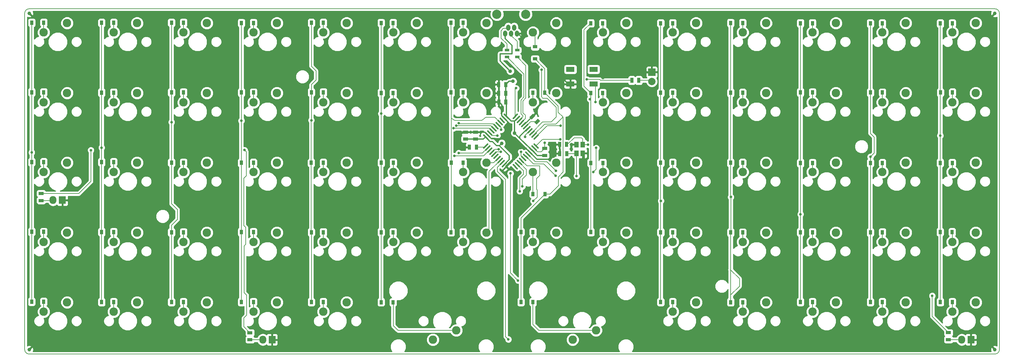
<source format=gbr>
G04 #@! TF.FileFunction,Copper,L2,Bot,Signal*
%FSLAX46Y46*%
G04 Gerber Fmt 4.6, Leading zero omitted, Abs format (unit mm)*
G04 Created by KiCad (PCBNEW 4.0.1-stable) date 5/19/2016 2:34:44 PM*
%MOMM*%
G01*
G04 APERTURE LIST*
%ADD10C,0.100000*%
%ADD11C,0.150000*%
%ADD12R,0.910000X1.220000*%
%ADD13C,2.286000*%
%ADD14R,0.889000X1.397000*%
%ADD15R,1.397000X0.889000*%
%ADD16R,1.220000X0.910000*%
%ADD17C,1.000000*%
%ADD18O,1.905000X2.159000*%
%ADD19R,1.905000X2.159000*%
%ADD20C,0.406400*%
%ADD21R,1.300000X0.700000*%
%ADD22R,1.200000X1.600000*%
%ADD23R,2.301240X1.399540*%
%ADD24R,2.000000X2.000000*%
%ADD25C,2.000000*%
%ADD26C,2.500000*%
%ADD27O,1.150000X1.651000*%
%ADD28C,0.700000*%
%ADD29C,0.300000*%
%ADD30C,0.180000*%
%ADD31C,0.254000*%
G04 APERTURE END LIST*
D10*
D11*
X81250000Y-60750000D02*
X343750000Y-60750000D01*
X80000000Y-153500000D02*
X80000000Y-62000000D01*
X343750000Y-154750000D02*
X81250000Y-154750000D01*
X345000000Y-62000000D02*
X345000000Y-153500000D01*
X343750000Y-154750000D02*
G75*
G03X345000000Y-153500000I0J1250000D01*
G01*
X345000000Y-62000000D02*
G75*
G03X343750000Y-60750000I-1250000J0D01*
G01*
X81250000Y-60750000D02*
G75*
G03X80000000Y-62000000I0J-1250000D01*
G01*
X80000000Y-153500000D02*
G75*
G03X81250000Y-154750000I1250000J0D01*
G01*
D12*
X233895000Y-64690000D03*
X237165000Y-64690000D03*
D13*
X228960000Y-150830000D03*
X235310000Y-148290000D03*
X190960000Y-150830000D03*
X197310000Y-148290000D03*
D12*
X176905000Y-140630000D03*
X180175000Y-140630000D03*
D14*
X200897500Y-98440000D03*
X202802500Y-98440000D03*
D10*
G36*
X220161742Y-91283914D02*
X219173914Y-92271742D01*
X218545296Y-91643124D01*
X219533124Y-90655296D01*
X220161742Y-91283914D01*
X220161742Y-91283914D01*
G37*
G36*
X218814704Y-89936876D02*
X217826876Y-90924704D01*
X217198258Y-90296086D01*
X218186086Y-89308258D01*
X218814704Y-89936876D01*
X218814704Y-89936876D01*
G37*
D15*
X202550000Y-96232500D03*
X202550000Y-94327500D03*
D14*
X227312500Y-97690000D03*
X225407500Y-97690000D03*
X227372500Y-100170000D03*
X225467500Y-100170000D03*
D15*
X221350000Y-100672500D03*
X221350000Y-98767500D03*
X84500000Y-112952500D03*
X84500000Y-111047500D03*
D14*
X245047500Y-80250000D03*
X246952500Y-80250000D03*
D15*
X141240000Y-150842500D03*
X141240000Y-148937500D03*
D14*
X210762500Y-81370000D03*
X208857500Y-81370000D03*
X210822500Y-86110000D03*
X208917500Y-86110000D03*
D15*
X199900000Y-96232500D03*
X199900000Y-94327500D03*
D13*
X224540000Y-83670000D03*
X218190000Y-86210000D03*
X148540000Y-140670000D03*
X142190000Y-143210000D03*
D12*
X328925000Y-64730000D03*
X332195000Y-64730000D03*
X309905000Y-64730000D03*
X313175000Y-64730000D03*
X290895000Y-64690000D03*
X294165000Y-64690000D03*
X271925000Y-64620000D03*
X275195000Y-64620000D03*
X252915000Y-64690000D03*
X256185000Y-64690000D03*
D16*
X218750000Y-74385000D03*
X218750000Y-71115000D03*
D12*
X195915000Y-64540000D03*
X199185000Y-64540000D03*
X176905000Y-64620000D03*
X180175000Y-64620000D03*
X157925000Y-64580000D03*
X161195000Y-64580000D03*
X138915000Y-64620000D03*
X142185000Y-64620000D03*
X119905000Y-64540000D03*
X123175000Y-64540000D03*
X100935000Y-64580000D03*
X104205000Y-64580000D03*
X328955000Y-83540000D03*
X332225000Y-83540000D03*
X309905000Y-83550000D03*
X313175000Y-83550000D03*
X290895000Y-83520000D03*
X294165000Y-83520000D03*
X271925000Y-83630000D03*
X275195000Y-83630000D03*
X252915000Y-83630000D03*
X256185000Y-83630000D03*
X233895000Y-83670000D03*
X237165000Y-83670000D03*
X221415000Y-83590000D03*
X218145000Y-83590000D03*
X195915000Y-83520000D03*
X199185000Y-83520000D03*
X176905000Y-83670000D03*
X180175000Y-83670000D03*
X157925000Y-83520000D03*
X161195000Y-83520000D03*
X138915000Y-83550000D03*
X142185000Y-83550000D03*
X119905000Y-83520000D03*
X123175000Y-83520000D03*
X100905000Y-83570000D03*
X104175000Y-83570000D03*
X328895000Y-102700000D03*
X332165000Y-102700000D03*
X309915000Y-102760000D03*
X313185000Y-102760000D03*
X290915000Y-102740000D03*
X294185000Y-102740000D03*
X271915000Y-102680000D03*
X275185000Y-102680000D03*
X252915000Y-102660000D03*
X256185000Y-102660000D03*
X233925000Y-102710000D03*
X237195000Y-102710000D03*
X221465000Y-111200000D03*
X218195000Y-111200000D03*
X195955000Y-102680000D03*
X199225000Y-102680000D03*
X176925000Y-102650000D03*
X180195000Y-102650000D03*
X157905000Y-102680000D03*
X161175000Y-102680000D03*
X138905000Y-102680000D03*
X142175000Y-102680000D03*
X119905000Y-102650000D03*
X123175000Y-102650000D03*
X100905000Y-102510000D03*
X104175000Y-102510000D03*
X328885000Y-121540000D03*
X332155000Y-121540000D03*
X309905000Y-121620000D03*
X313175000Y-121620000D03*
X290895000Y-121580000D03*
X294165000Y-121580000D03*
X271925000Y-121650000D03*
X275195000Y-121650000D03*
X252915000Y-121620000D03*
X256185000Y-121620000D03*
X233935000Y-121540000D03*
X237205000Y-121540000D03*
X214925000Y-121540000D03*
X218195000Y-121540000D03*
X195915000Y-121580000D03*
X199185000Y-121580000D03*
X176905000Y-121580000D03*
X180175000Y-121580000D03*
X157925000Y-121580000D03*
X161195000Y-121580000D03*
X138915000Y-121540000D03*
X142185000Y-121540000D03*
X119905000Y-121620000D03*
X123175000Y-121620000D03*
X100927000Y-121530000D03*
X104197000Y-121530000D03*
X328925000Y-140590000D03*
X332195000Y-140590000D03*
X309905000Y-140590000D03*
X313175000Y-140590000D03*
X290895000Y-140590000D03*
X294165000Y-140590000D03*
X271925000Y-140630000D03*
X275195000Y-140630000D03*
X252915000Y-140590000D03*
X256185000Y-140590000D03*
X214925000Y-140590000D03*
X218195000Y-140590000D03*
X157925000Y-140590000D03*
X161195000Y-140590000D03*
X138915000Y-140590000D03*
X142185000Y-140590000D03*
X119905000Y-140590000D03*
X123175000Y-140590000D03*
X100935000Y-140590000D03*
X104205000Y-140590000D03*
X81915000Y-64540000D03*
X85185000Y-64540000D03*
X81915000Y-83480000D03*
X85185000Y-83480000D03*
X81905000Y-102510000D03*
X85175000Y-102510000D03*
X81905000Y-121480000D03*
X85175000Y-121480000D03*
D13*
X338540000Y-64670000D03*
X332190000Y-67210000D03*
X338540000Y-102670000D03*
X332190000Y-105210000D03*
X281540000Y-102670000D03*
X275190000Y-105210000D03*
X300540000Y-83670000D03*
X294190000Y-86210000D03*
X338540000Y-121670000D03*
X332190000Y-124210000D03*
X338540000Y-140670000D03*
X332190000Y-143210000D03*
X338540000Y-83670000D03*
X332190000Y-86210000D03*
X300540000Y-102670000D03*
X294190000Y-105210000D03*
X300540000Y-121670000D03*
X294190000Y-124210000D03*
X300540000Y-140670000D03*
X294190000Y-143210000D03*
X319540000Y-83670000D03*
X313190000Y-86210000D03*
X319540000Y-140670000D03*
X313190000Y-143210000D03*
X319540000Y-121670000D03*
X313190000Y-124210000D03*
X319540000Y-64670000D03*
X313190000Y-67210000D03*
X319540000Y-102670000D03*
X313190000Y-105210000D03*
X300540000Y-64670000D03*
X294190000Y-67210000D03*
X186540000Y-102670000D03*
X180190000Y-105210000D03*
X186540000Y-64670000D03*
X180190000Y-67210000D03*
X186540000Y-121670000D03*
X180190000Y-124210000D03*
X186540000Y-83670000D03*
X180190000Y-86210000D03*
X205540000Y-83670000D03*
X199190000Y-86210000D03*
X205540000Y-121670000D03*
X199190000Y-124210000D03*
X224540000Y-64670000D03*
X218190000Y-67210000D03*
X205540000Y-64670000D03*
X199190000Y-67210000D03*
X205540000Y-102670000D03*
X199190000Y-105210000D03*
X243540000Y-83670000D03*
X237190000Y-86210000D03*
X243540000Y-64670000D03*
X237190000Y-67210000D03*
X262540000Y-83670000D03*
X256190000Y-86210000D03*
X262540000Y-64670000D03*
X256190000Y-67210000D03*
X281540000Y-64670000D03*
X275190000Y-67210000D03*
X281540000Y-121670000D03*
X275190000Y-124210000D03*
X281540000Y-140670000D03*
X275190000Y-143210000D03*
X281540000Y-83670000D03*
X275190000Y-86210000D03*
X224540000Y-102670000D03*
X218190000Y-105210000D03*
X224540000Y-121670000D03*
X218190000Y-124210000D03*
X262540000Y-140670000D03*
X256190000Y-143210000D03*
X262540000Y-121670000D03*
X256190000Y-124210000D03*
X262540000Y-102670000D03*
X256190000Y-105210000D03*
X243540000Y-102670000D03*
X237190000Y-105210000D03*
X243540000Y-121670000D03*
X237190000Y-124210000D03*
X129540000Y-140670000D03*
X123190000Y-143210000D03*
X129540000Y-121670000D03*
X123190000Y-124210000D03*
X129540000Y-102670000D03*
X123190000Y-105210000D03*
X148540000Y-102670000D03*
X142190000Y-105210000D03*
X148540000Y-121670000D03*
X142190000Y-124210000D03*
X110540000Y-140670000D03*
X104190000Y-143210000D03*
X110540000Y-121670000D03*
X104190000Y-124210000D03*
X110540000Y-102670000D03*
X104190000Y-105210000D03*
X167540000Y-83670000D03*
X161190000Y-86210000D03*
X167540000Y-140670000D03*
X161190000Y-143210000D03*
X167540000Y-121670000D03*
X161190000Y-124210000D03*
X167540000Y-64670000D03*
X161190000Y-67210000D03*
X167540000Y-102670000D03*
X161190000Y-105210000D03*
X148540000Y-64670000D03*
X142190000Y-67210000D03*
X148540000Y-83670000D03*
X142190000Y-86210000D03*
X129540000Y-64670000D03*
X123190000Y-67210000D03*
X129540000Y-83670000D03*
X123190000Y-86210000D03*
X91540000Y-102670000D03*
X85190000Y-105210000D03*
X110540000Y-83670000D03*
X104190000Y-86210000D03*
X91540000Y-64670000D03*
X85190000Y-67210000D03*
X110540000Y-64670000D03*
X104190000Y-67210000D03*
X91540000Y-121670000D03*
X85190000Y-124210000D03*
X91540000Y-140670000D03*
X85190000Y-143210000D03*
X91540000Y-83670000D03*
X85190000Y-86210000D03*
D17*
X81250000Y-62000000D03*
X343750000Y-62000000D03*
X343750000Y-153500000D03*
X81250000Y-153500000D03*
D12*
X81905000Y-140510000D03*
X85175000Y-140510000D03*
D18*
X334730000Y-150830000D03*
D19*
X337270000Y-150830000D03*
D18*
X144730000Y-150840000D03*
D19*
X147270000Y-150840000D03*
D18*
X87730000Y-112830000D03*
D19*
X90270000Y-112830000D03*
D20*
X208626924Y-93336924D02*
X207570846Y-92280846D01*
X209192680Y-92771168D02*
X208136602Y-91715090D01*
X209758436Y-92205411D02*
X208702358Y-91149333D01*
X210324192Y-91639655D02*
X209268114Y-90583577D01*
X210889948Y-91073899D02*
X209833870Y-90017821D01*
X211455704Y-90508143D02*
X210399626Y-89452065D01*
X208061168Y-93902680D02*
X207005090Y-92846602D01*
X207495411Y-94468436D02*
X206439333Y-93412358D01*
X206929655Y-95034192D02*
X205873577Y-93978114D01*
X206363899Y-95599948D02*
X205307821Y-94543870D01*
X205798143Y-96165704D02*
X204742065Y-95109626D01*
X216709154Y-101419154D02*
X215653076Y-100363076D01*
X217274910Y-100853398D02*
X216218832Y-99797320D01*
X217840667Y-100287642D02*
X216784589Y-99231564D01*
X218406423Y-99721886D02*
X217350345Y-98665808D01*
X218972179Y-99156130D02*
X217916101Y-98100052D01*
X219537935Y-98590374D02*
X218481857Y-97534296D01*
X216143398Y-101984910D02*
X215087320Y-100928832D01*
X215577642Y-102550667D02*
X214521564Y-101494589D01*
X215011886Y-103116423D02*
X213955808Y-102060345D01*
X214446130Y-103682179D02*
X213390052Y-102626101D01*
X213880374Y-104247935D02*
X212824296Y-103191857D01*
X216709154Y-92280846D02*
X215653076Y-93336924D01*
X208626924Y-100363076D02*
X207570846Y-101419154D01*
X217274910Y-92846602D02*
X216218832Y-93902680D01*
X209192680Y-100928832D02*
X208136602Y-101984910D01*
X209758436Y-101494589D02*
X208702358Y-102550667D01*
X217840667Y-93412358D02*
X216784589Y-94468436D01*
X218406423Y-93978114D02*
X217350345Y-95034192D01*
X210324192Y-102060345D02*
X209268114Y-103116423D01*
X210889948Y-102626101D02*
X209833870Y-103682179D01*
X218972179Y-94543870D02*
X217916101Y-95599948D01*
X219537935Y-95109626D02*
X218481857Y-96165704D01*
X211455704Y-103191857D02*
X210399626Y-104247935D01*
X208061168Y-99797320D02*
X207005090Y-100853398D01*
X216143398Y-91715090D02*
X215087320Y-92771168D01*
X215577642Y-91149333D02*
X214521564Y-92205411D01*
X207495411Y-99231564D02*
X206439333Y-100287642D01*
X206929655Y-98665808D02*
X205873577Y-99721886D01*
X215011886Y-90583577D02*
X213955808Y-91639655D01*
X214446130Y-90017821D02*
X213390052Y-91073899D01*
X206363899Y-98100052D02*
X205307821Y-99156130D01*
X205798143Y-97534296D02*
X204742065Y-98590374D01*
X213880374Y-89452065D02*
X212824296Y-90508143D01*
D21*
X213900000Y-73900000D03*
X213900000Y-72000000D03*
X211100000Y-73900000D03*
X211100000Y-72000000D03*
D14*
X210792500Y-83740000D03*
X208887500Y-83740000D03*
D15*
X331140000Y-150822500D03*
X331140000Y-148917500D03*
D22*
X231720000Y-100110000D03*
X231720000Y-97710000D03*
X230020000Y-100110000D03*
X230020000Y-97710000D03*
D23*
X228350400Y-81251520D03*
X234649600Y-77251020D03*
X234649600Y-81248980D03*
X228350400Y-77251020D03*
D24*
X250500000Y-78000000D03*
D25*
X250500000Y-80540000D03*
D26*
X216175000Y-62275000D03*
D27*
X210649800Y-67501760D03*
X211449900Y-65899020D03*
X212250000Y-67501760D03*
X213050100Y-65899020D03*
X213850200Y-67501760D03*
D26*
X208375000Y-62275000D03*
D17*
X222510000Y-77310000D03*
X225730000Y-79210000D03*
X237240000Y-79430000D03*
X223730000Y-100860000D03*
X232140000Y-102560000D03*
X223390000Y-97460000D03*
X228680000Y-97750000D03*
X214780000Y-78910000D03*
X218270000Y-78760000D03*
D28*
X211500000Y-150750000D03*
X216030000Y-95660000D03*
X220490000Y-77380000D03*
D17*
X212750000Y-80500000D03*
X212000000Y-77750000D03*
X213190000Y-94590000D03*
X209700000Y-97370000D03*
D28*
X232830000Y-79980000D03*
X213590000Y-82370000D03*
X98000000Y-99250000D03*
X208500000Y-95250000D03*
X224410000Y-104830000D03*
X234590000Y-105220000D03*
X235370000Y-98630000D03*
X233150000Y-97740000D03*
X230050000Y-106270000D03*
X224360000Y-106250000D03*
X81920000Y-99860000D03*
X196810000Y-100810000D03*
X100910000Y-98570000D03*
X197980000Y-100000000D03*
X196600000Y-93270000D03*
X119920000Y-91620000D03*
X138920000Y-91220000D03*
X197310000Y-92580000D03*
X209520000Y-93700000D03*
X176910000Y-89290000D03*
X157930000Y-91100000D03*
X197980000Y-91910000D03*
X209440000Y-99700000D03*
X139750000Y-99210000D03*
X326730000Y-138890000D03*
X214130000Y-134730000D03*
X212060000Y-105560000D03*
X208860000Y-99000000D03*
X328900000Y-95280000D03*
X225630000Y-96320000D03*
X309940000Y-101050000D03*
X214910000Y-99650000D03*
X290920000Y-116680000D03*
X218280000Y-113110000D03*
X271990000Y-112000000D03*
X215290000Y-109120000D03*
X214590000Y-110430000D03*
X252970000Y-113050000D03*
X233680000Y-85360000D03*
X225670000Y-92620000D03*
X235180000Y-86110000D03*
X221370000Y-97200000D03*
D29*
X213850200Y-67301100D02*
X215000000Y-68450900D01*
X217250000Y-77740000D02*
X218270000Y-78760000D01*
X217250000Y-72750000D02*
X217250000Y-77740000D01*
X215000000Y-70500000D02*
X217250000Y-72750000D01*
X215000000Y-68450900D02*
X215000000Y-70500000D01*
X218770000Y-89352962D02*
X218006481Y-90116481D01*
X218770000Y-88120000D02*
X218770000Y-89352962D01*
X220230000Y-86660000D02*
X218770000Y-88120000D01*
X220230000Y-85450000D02*
X220230000Y-86660000D01*
X219680000Y-84900000D02*
X220230000Y-85450000D01*
X219680000Y-82190000D02*
X219680000Y-84900000D01*
X208857500Y-81370000D02*
X208857500Y-80402500D01*
X208857500Y-80402500D02*
X210350000Y-78910000D01*
X208887500Y-83740000D02*
X208857500Y-83710000D01*
X208857500Y-83710000D02*
X208857500Y-81370000D01*
X208917500Y-86110000D02*
X208887500Y-86080000D01*
X208887500Y-86080000D02*
X208887500Y-83740000D01*
X210361909Y-90545860D02*
X209660000Y-89843951D01*
X209660000Y-86852500D02*
X208917500Y-86110000D01*
X209660000Y-89843951D02*
X209660000Y-86852500D01*
X205835860Y-95071909D02*
X205091451Y-94327500D01*
X205091451Y-94327500D02*
X202550000Y-94327500D01*
X218006481Y-90116481D02*
X215879833Y-92243129D01*
X215879833Y-92243129D02*
X215615359Y-92243129D01*
X210732850Y-96003572D02*
X210732850Y-92407150D01*
X211440000Y-91623951D02*
X210361909Y-90545860D01*
X211440000Y-91700000D02*
X211440000Y-91623951D01*
X210732850Y-92407150D02*
X211440000Y-91700000D01*
X211129896Y-103719896D02*
X210927665Y-103719896D01*
X225730000Y-79210000D02*
X224410000Y-79210000D01*
X224410000Y-79210000D02*
X222510000Y-77310000D01*
X250500000Y-78200980D02*
X238469020Y-78200980D01*
X225730000Y-79210000D02*
X227771520Y-81251520D01*
X238469020Y-78200980D02*
X237240000Y-79430000D01*
X227771520Y-81251520D02*
X228350400Y-81251520D01*
X232140000Y-102560000D02*
X232140000Y-100530000D01*
X232140000Y-100530000D02*
X231720000Y-100110000D01*
X217312628Y-99759603D02*
X219293025Y-101740000D01*
X224370000Y-100220000D02*
X225417500Y-100220000D01*
X222850000Y-101740000D02*
X223730000Y-100860000D01*
X223730000Y-100860000D02*
X224370000Y-100220000D01*
X219293025Y-101740000D02*
X222850000Y-101740000D01*
X225417500Y-100220000D02*
X225467500Y-100170000D01*
X225407500Y-97690000D02*
X225407500Y-100110000D01*
X225407500Y-100110000D02*
X225467500Y-100170000D01*
X230020000Y-97710000D02*
X228720000Y-97710000D01*
X223620000Y-97690000D02*
X225407500Y-97690000D01*
X223390000Y-97460000D02*
X223620000Y-97690000D01*
X228720000Y-97710000D02*
X228680000Y-97750000D01*
X199900000Y-94327500D02*
X199292500Y-94327500D01*
X199292500Y-94327500D02*
X198120000Y-95500000D01*
X198850000Y-98440000D02*
X200897500Y-98440000D01*
X198120000Y-97710000D02*
X198850000Y-98440000D01*
X198120000Y-95500000D02*
X198120000Y-97710000D01*
X199900000Y-94327500D02*
X202550000Y-94327500D01*
X213936219Y-100493780D02*
X210803884Y-103626115D01*
X216233025Y-98680000D02*
X217312628Y-99759603D01*
X206863951Y-96100000D02*
X205835860Y-95071909D01*
X213840000Y-98950000D02*
X213936219Y-100493780D01*
X213840000Y-98950000D02*
X216233025Y-98680000D01*
X208920000Y-96100000D02*
X210732850Y-96003572D01*
X210732850Y-96003572D02*
X210800000Y-96000000D01*
X210800000Y-96000000D02*
X213840000Y-98950000D01*
X208920000Y-96100000D02*
X206863951Y-96100000D01*
X218270000Y-78760000D02*
X218270000Y-80780000D01*
X218270000Y-80780000D02*
X219680000Y-82190000D01*
X210350000Y-78910000D02*
X214780000Y-78910000D01*
D30*
X209796153Y-102588384D02*
X208500000Y-103884537D01*
X210750000Y-150000000D02*
X211500000Y-150750000D01*
X210750000Y-107250000D02*
X210750000Y-150000000D01*
X208500000Y-105000000D02*
X210750000Y-107250000D01*
X208500000Y-103884537D02*
X208500000Y-105000000D01*
X209230397Y-102022628D02*
X206190000Y-105063025D01*
X206190000Y-105063025D02*
X206190000Y-121020000D01*
X206190000Y-121020000D02*
X205540000Y-121670000D01*
X205540000Y-102670000D02*
X207451512Y-102670000D01*
X207451512Y-102670000D02*
X208664641Y-101456871D01*
X217312628Y-93940397D02*
X216030000Y-95223025D01*
X216030000Y-95223025D02*
X216030000Y-95660000D01*
X220900000Y-85100000D02*
X220490000Y-84690000D01*
X217878384Y-94506153D02*
X220804537Y-91580000D01*
X222020000Y-85100000D02*
X220900000Y-85100000D01*
X224500000Y-87580000D02*
X222020000Y-85100000D01*
X224500000Y-90200000D02*
X224500000Y-87580000D01*
X223120000Y-91580000D02*
X224500000Y-90200000D01*
X220804537Y-91580000D02*
X223120000Y-91580000D01*
X220490000Y-84690000D02*
X220490000Y-77380000D01*
D29*
X210649800Y-67301100D02*
X210649800Y-68899800D01*
X211632500Y-80500000D02*
X210762500Y-81370000D01*
X212750000Y-80500000D02*
X211632500Y-80500000D01*
X209250000Y-75000000D02*
X212000000Y-77750000D01*
X209250000Y-73000000D02*
X209250000Y-75000000D01*
X212500000Y-73000000D02*
X209250000Y-73000000D01*
X212500000Y-70750000D02*
X212500000Y-73000000D01*
X210649800Y-68899800D02*
X212500000Y-70750000D01*
X209050000Y-97980000D02*
X209090000Y-97980000D01*
X209700000Y-97370000D02*
X209090000Y-97980000D01*
X216746871Y-93374641D02*
X214640000Y-95481512D01*
X214640000Y-95481512D02*
X214640000Y-96040000D01*
X213190000Y-94590000D02*
X214640000Y-96040000D01*
X214640000Y-96040000D02*
X215040000Y-96440000D01*
X216920000Y-98235463D02*
X217878384Y-99193847D01*
X213190000Y-91273951D02*
X213190000Y-92580000D01*
X213190000Y-92580000D02*
X213190000Y-94590000D01*
X215040000Y-96440000D02*
X216920000Y-98235463D01*
X210792500Y-83740000D02*
X210792500Y-81400000D01*
X210792500Y-81400000D02*
X210762500Y-81370000D01*
X210822500Y-86110000D02*
X210822500Y-83770000D01*
X210822500Y-83770000D02*
X210792500Y-83740000D01*
X210927665Y-89980104D02*
X210927665Y-86215165D01*
X210927665Y-86215165D02*
X210822500Y-86110000D01*
X208290000Y-97980000D02*
X209050000Y-97980000D01*
X209050000Y-97980000D02*
X211750000Y-100680000D01*
X211750000Y-100680000D02*
X211750000Y-101766049D01*
X207170000Y-96860000D02*
X208290000Y-97980000D01*
X206492439Y-96860000D02*
X207170000Y-96860000D01*
X212221512Y-91273951D02*
X213190000Y-91273951D01*
X210927665Y-89980104D02*
X212221512Y-91273951D01*
X202550000Y-96232500D02*
X199900000Y-96232500D01*
X205270104Y-95637665D02*
X204675269Y-96232500D01*
X204675269Y-96232500D02*
X202550000Y-96232500D01*
X217878384Y-99193847D02*
X219357037Y-100672500D01*
X219357037Y-100672500D02*
X221350000Y-100672500D01*
X213918091Y-90545860D02*
X213190000Y-91273951D01*
X211750000Y-101766049D02*
X210361909Y-103154140D01*
X205270104Y-95637665D02*
X206492439Y-96860000D01*
D30*
X85190000Y-143210000D02*
X85190000Y-140525000D01*
X85190000Y-140525000D02*
X85175000Y-140510000D01*
X104190000Y-143210000D02*
X104190000Y-140605000D01*
X104190000Y-140605000D02*
X104205000Y-140590000D01*
X123190000Y-143210000D02*
X123190000Y-140605000D01*
X123190000Y-140605000D02*
X123175000Y-140590000D01*
X142190000Y-143210000D02*
X142190000Y-140595000D01*
X142190000Y-140595000D02*
X142185000Y-140590000D01*
X161190000Y-143210000D02*
X161190000Y-140595000D01*
X161190000Y-140595000D02*
X161195000Y-140590000D01*
X197310000Y-148290000D02*
X181490000Y-148290000D01*
X180190000Y-146990000D02*
X180190000Y-143210000D01*
X181490000Y-148290000D02*
X180190000Y-146990000D01*
X180190000Y-143210000D02*
X180190000Y-140645000D01*
X180190000Y-140645000D02*
X180175000Y-140630000D01*
X235310000Y-148290000D02*
X219790000Y-148290000D01*
X218195000Y-146695000D02*
X218195000Y-140590000D01*
X219790000Y-148290000D02*
X218195000Y-146695000D01*
X256190000Y-143210000D02*
X256190000Y-140595000D01*
X256190000Y-140595000D02*
X256185000Y-140590000D01*
X275190000Y-143210000D02*
X275190000Y-140635000D01*
X275190000Y-140635000D02*
X275195000Y-140630000D01*
X294190000Y-143210000D02*
X294190000Y-140615000D01*
X294190000Y-140615000D02*
X294165000Y-140590000D01*
X313175000Y-140590000D02*
X313175000Y-143195000D01*
X313175000Y-143195000D02*
X313190000Y-143210000D01*
X332190000Y-143210000D02*
X332190000Y-140595000D01*
X332190000Y-140595000D02*
X332195000Y-140590000D01*
X85190000Y-124210000D02*
X85190000Y-121495000D01*
X85190000Y-121495000D02*
X85175000Y-121480000D01*
X104190000Y-124210000D02*
X104190000Y-121537000D01*
X104190000Y-121537000D02*
X104197000Y-121530000D01*
X123190000Y-124210000D02*
X123190000Y-121635000D01*
X123190000Y-121635000D02*
X123175000Y-121620000D01*
X142190000Y-124210000D02*
X142190000Y-121545000D01*
X142190000Y-121545000D02*
X142185000Y-121540000D01*
X161190000Y-124210000D02*
X161190000Y-121585000D01*
X161190000Y-121585000D02*
X161195000Y-121580000D01*
X180190000Y-124210000D02*
X180190000Y-121595000D01*
X180190000Y-121595000D02*
X180175000Y-121580000D01*
X199190000Y-124210000D02*
X199190000Y-121585000D01*
X199190000Y-121585000D02*
X199185000Y-121580000D01*
X218190000Y-124210000D02*
X218190000Y-121545000D01*
X218190000Y-121545000D02*
X218195000Y-121540000D01*
X237190000Y-124210000D02*
X237190000Y-121555000D01*
X237190000Y-121555000D02*
X237205000Y-121540000D01*
X256190000Y-124210000D02*
X256190000Y-121625000D01*
X256190000Y-121625000D02*
X256185000Y-121620000D01*
X275190000Y-124210000D02*
X275190000Y-121655000D01*
X275190000Y-121655000D02*
X275195000Y-121650000D01*
X294190000Y-124210000D02*
X294190000Y-121605000D01*
X294190000Y-121605000D02*
X294165000Y-121580000D01*
X313190000Y-124210000D02*
X313190000Y-121635000D01*
X313190000Y-121635000D02*
X313175000Y-121620000D01*
X332190000Y-124210000D02*
X332190000Y-121575000D01*
X332190000Y-121575000D02*
X332155000Y-121540000D01*
X85190000Y-105210000D02*
X85190000Y-102525000D01*
X85190000Y-102525000D02*
X85175000Y-102510000D01*
X104190000Y-105210000D02*
X104190000Y-102525000D01*
X104190000Y-102525000D02*
X104175000Y-102510000D01*
X123190000Y-105210000D02*
X123190000Y-102665000D01*
X123190000Y-102665000D02*
X123175000Y-102650000D01*
X142190000Y-105210000D02*
X142190000Y-102695000D01*
X142190000Y-102695000D02*
X142175000Y-102680000D01*
X161190000Y-105210000D02*
X161190000Y-102695000D01*
X161190000Y-102695000D02*
X161175000Y-102680000D01*
X180190000Y-105210000D02*
X180190000Y-102655000D01*
X180190000Y-102655000D02*
X180195000Y-102650000D01*
X199190000Y-105210000D02*
X199190000Y-102715000D01*
X199190000Y-102715000D02*
X199225000Y-102680000D01*
X218195000Y-111200000D02*
X218195000Y-108995000D01*
X218190000Y-108990000D02*
X218190000Y-105210000D01*
X218195000Y-108995000D02*
X218190000Y-108990000D01*
X237195000Y-102710000D02*
X237195000Y-105205000D01*
X237195000Y-105205000D02*
X237190000Y-105210000D01*
X256190000Y-105210000D02*
X256190000Y-102665000D01*
X256190000Y-102665000D02*
X256185000Y-102660000D01*
X275190000Y-105210000D02*
X275190000Y-102685000D01*
X275190000Y-102685000D02*
X275185000Y-102680000D01*
X294190000Y-105210000D02*
X294190000Y-102745000D01*
X294190000Y-102745000D02*
X294185000Y-102740000D01*
X313190000Y-105210000D02*
X313190000Y-102765000D01*
X313190000Y-102765000D02*
X313185000Y-102760000D01*
X332190000Y-105210000D02*
X332190000Y-102725000D01*
X332190000Y-102725000D02*
X332165000Y-102700000D01*
X85190000Y-86210000D02*
X85190000Y-83485000D01*
X85190000Y-83485000D02*
X85185000Y-83480000D01*
X104190000Y-86210000D02*
X104190000Y-83585000D01*
X104190000Y-83585000D02*
X104175000Y-83570000D01*
X123190000Y-86210000D02*
X123190000Y-83535000D01*
X123190000Y-83535000D02*
X123175000Y-83520000D01*
X142190000Y-86210000D02*
X142190000Y-83555000D01*
X142190000Y-83555000D02*
X142185000Y-83550000D01*
X161190000Y-86210000D02*
X161190000Y-83525000D01*
X161190000Y-83525000D02*
X161195000Y-83520000D01*
X180190000Y-86210000D02*
X180190000Y-83685000D01*
X180190000Y-83685000D02*
X180175000Y-83670000D01*
X199185000Y-83520000D02*
X199190000Y-83525000D01*
X199190000Y-83525000D02*
X199190000Y-86210000D01*
X218195000Y-83590000D02*
X218190000Y-83595000D01*
X218190000Y-83595000D02*
X218190000Y-86210000D01*
X237190000Y-86210000D02*
X237190000Y-83695000D01*
X237190000Y-83695000D02*
X237165000Y-83670000D01*
X256190000Y-86210000D02*
X256190000Y-83635000D01*
X256190000Y-83635000D02*
X256185000Y-83630000D01*
X275190000Y-86210000D02*
X275190000Y-83635000D01*
X275190000Y-83635000D02*
X275195000Y-83630000D01*
X294190000Y-86210000D02*
X294190000Y-83545000D01*
X294190000Y-83545000D02*
X294165000Y-83520000D01*
X313175000Y-83550000D02*
X313175000Y-86195000D01*
X313175000Y-86195000D02*
X313190000Y-86210000D01*
X332190000Y-86210000D02*
X332190000Y-83575000D01*
X332190000Y-83575000D02*
X332225000Y-83540000D01*
X85190000Y-67210000D02*
X85190000Y-64545000D01*
X85190000Y-64545000D02*
X85185000Y-64540000D01*
X104190000Y-67210000D02*
X104190000Y-64595000D01*
X104190000Y-64595000D02*
X104205000Y-64580000D01*
X123190000Y-67210000D02*
X123190000Y-64555000D01*
X123190000Y-64555000D02*
X123175000Y-64540000D01*
X142185000Y-64620000D02*
X142185000Y-67205000D01*
X142185000Y-67205000D02*
X142190000Y-67210000D01*
X161195000Y-64580000D02*
X161195000Y-67205000D01*
X161195000Y-67205000D02*
X161190000Y-67210000D01*
X180175000Y-64620000D02*
X180175000Y-67195000D01*
X180175000Y-67195000D02*
X180190000Y-67210000D01*
X199185000Y-64540000D02*
X199190000Y-64545000D01*
X199190000Y-64545000D02*
X199190000Y-67210000D01*
X218190000Y-67210000D02*
X218750000Y-67770000D01*
X218750000Y-67770000D02*
X218750000Y-71115000D01*
X237190000Y-67210000D02*
X237190000Y-64715000D01*
X237190000Y-64715000D02*
X237165000Y-64690000D01*
X256190000Y-67210000D02*
X256190000Y-64695000D01*
X256190000Y-64695000D02*
X256185000Y-64690000D01*
X275190000Y-67210000D02*
X275190000Y-64625000D01*
X275190000Y-64625000D02*
X275195000Y-64620000D01*
X294190000Y-67210000D02*
X294190000Y-64715000D01*
X294190000Y-64715000D02*
X294165000Y-64690000D01*
X313190000Y-67210000D02*
X313190000Y-64745000D01*
X313190000Y-64745000D02*
X313175000Y-64730000D01*
X332195000Y-64730000D02*
X332195000Y-67205000D01*
X332195000Y-67205000D02*
X332190000Y-67210000D01*
X236250000Y-79980000D02*
X236520000Y-80250000D01*
X236520000Y-80250000D02*
X245047500Y-80250000D01*
X213352335Y-82607665D02*
X213352335Y-89980104D01*
X213590000Y-82370000D02*
X213352335Y-82607665D01*
X236260000Y-79980000D02*
X236250000Y-79980000D01*
X236250000Y-79980000D02*
X232830000Y-79980000D01*
X206401616Y-94506153D02*
X207145463Y-95250000D01*
X94702500Y-111047500D02*
X84500000Y-111047500D01*
X98000000Y-107750000D02*
X94702500Y-111047500D01*
X98000000Y-99250000D02*
X98000000Y-107750000D01*
X207145463Y-95250000D02*
X208500000Y-95250000D01*
X231720000Y-97710000D02*
X231750000Y-97740000D01*
X231750000Y-97740000D02*
X233150000Y-97740000D01*
X218811512Y-102390000D02*
X216746871Y-100325359D01*
X221970000Y-102390000D02*
X218811512Y-102390000D01*
X224410000Y-104830000D02*
X221970000Y-102390000D01*
X235370000Y-104440000D02*
X234590000Y-105220000D01*
X235370000Y-98630000D02*
X235370000Y-104440000D01*
X227312500Y-97690000D02*
X227560000Y-97690000D01*
X227560000Y-97690000D02*
X229380000Y-95870000D01*
X229380000Y-95870000D02*
X231370000Y-95870000D01*
X231370000Y-95870000D02*
X231720000Y-96220000D01*
X231720000Y-96220000D02*
X231720000Y-97710000D01*
X216181115Y-100891115D02*
X218300000Y-103010000D01*
X230050000Y-106270000D02*
X230050000Y-100140000D01*
X221120000Y-103010000D02*
X224360000Y-106250000D01*
X218300000Y-103010000D02*
X221120000Y-103010000D01*
X230050000Y-100140000D02*
X230020000Y-100110000D01*
X227372500Y-100170000D02*
X229960000Y-100170000D01*
X229960000Y-100170000D02*
X230020000Y-100110000D01*
X81915000Y-83480000D02*
X81915000Y-64540000D01*
X81920000Y-99860000D02*
X81905000Y-99875000D01*
X81905000Y-99875000D02*
X81905000Y-102510000D01*
X206401616Y-99193847D02*
X204785463Y-100810000D01*
X81920000Y-99860000D02*
X81920000Y-83485000D01*
X204785463Y-100810000D02*
X196810000Y-100810000D01*
X81920000Y-83485000D02*
X81915000Y-83480000D01*
X81905000Y-140510000D02*
X81905000Y-121480000D01*
X81905000Y-121480000D02*
X81905000Y-102510000D01*
X81905000Y-102510000D02*
X81915000Y-102500000D01*
X100905000Y-102510000D02*
X100905000Y-121508000D01*
X100905000Y-121508000D02*
X100927000Y-121530000D01*
X100910000Y-98570000D02*
X100905000Y-98565000D01*
X100905000Y-98565000D02*
X100905000Y-83570000D01*
X205835860Y-98628091D02*
X204463951Y-100000000D01*
X100910000Y-98570000D02*
X100910000Y-103040000D01*
X204463951Y-100000000D02*
X197980000Y-100000000D01*
X100910000Y-103040000D02*
X100910000Y-102515000D01*
X100910000Y-102515000D02*
X100905000Y-102510000D01*
X100935000Y-64580000D02*
X100935000Y-83540000D01*
X100935000Y-83540000D02*
X100905000Y-83570000D01*
X100905000Y-121508000D02*
X100935000Y-121538000D01*
X100935000Y-121538000D02*
X100935000Y-140590000D01*
X119905000Y-119670000D02*
X121540000Y-118035000D01*
X121540000Y-115480000D02*
X119905000Y-113845000D01*
X121540000Y-118035000D02*
X121540000Y-115480000D01*
X119920000Y-91620000D02*
X119905000Y-91635000D01*
X119905000Y-91635000D02*
X119905000Y-102650000D01*
X206967372Y-93940397D02*
X206296975Y-93270000D01*
X206296975Y-93270000D02*
X196600000Y-93270000D01*
X119920000Y-91620000D02*
X119920000Y-83535000D01*
X119920000Y-83535000D02*
X119905000Y-83520000D01*
X119905000Y-140590000D02*
X119905000Y-121620000D01*
X119905000Y-121620000D02*
X119905000Y-119670000D01*
X119905000Y-113845000D02*
X119905000Y-102650000D01*
X119905000Y-83520000D02*
X119905000Y-64540000D01*
X138915000Y-121540000D02*
X138915000Y-102690000D01*
X138915000Y-102690000D02*
X138905000Y-102680000D01*
X138920000Y-91220000D02*
X138905000Y-91235000D01*
X138905000Y-91235000D02*
X138905000Y-102680000D01*
X207533129Y-93374641D02*
X206738488Y-92580000D01*
X138920000Y-91220000D02*
X138920000Y-83555000D01*
X206738488Y-92580000D02*
X197310000Y-92580000D01*
X138920000Y-83555000D02*
X138915000Y-83550000D01*
X138915000Y-64620000D02*
X138915000Y-83550000D01*
X138915000Y-83550000D02*
X138905000Y-83560000D01*
X138905000Y-121530000D02*
X138915000Y-121540000D01*
X138915000Y-121540000D02*
X138915000Y-140590000D01*
X176905000Y-121580000D02*
X176905000Y-102670000D01*
X176905000Y-102670000D02*
X176925000Y-102650000D01*
X176925000Y-102650000D02*
X176910000Y-102635000D01*
X176910000Y-102635000D02*
X176910000Y-89290000D01*
X209520000Y-93098488D02*
X209520000Y-93700000D01*
X208664641Y-92243129D02*
X209520000Y-93098488D01*
X176910000Y-89290000D02*
X176910000Y-83675000D01*
X176910000Y-83675000D02*
X176905000Y-83670000D01*
X176890000Y-89180000D02*
X176925000Y-89180000D01*
X176925000Y-89215000D02*
X176890000Y-89180000D01*
X176925000Y-89285000D02*
X176925000Y-89215000D01*
X176905000Y-64620000D02*
X176905000Y-83670000D01*
X176905000Y-83670000D02*
X176925000Y-83690000D01*
X176925000Y-83690000D02*
X176925000Y-89180000D01*
X176925000Y-121560000D02*
X176905000Y-121580000D01*
X176905000Y-121580000D02*
X176905000Y-140630000D01*
X157905000Y-102680000D02*
X157905000Y-121560000D01*
X157925000Y-81380000D02*
X159190000Y-80115000D01*
X159190000Y-77640000D02*
X157925000Y-76375000D01*
X159190000Y-80115000D02*
X159190000Y-77640000D01*
X157905000Y-121560000D02*
X157925000Y-121580000D01*
X157930000Y-91100000D02*
X157905000Y-91125000D01*
X157905000Y-91125000D02*
X157905000Y-102680000D01*
X198240000Y-92030000D02*
X198120000Y-91910000D01*
X157930000Y-91100000D02*
X157930000Y-83525000D01*
X198120000Y-91910000D02*
X197980000Y-91910000D01*
X157930000Y-83525000D02*
X157925000Y-83520000D01*
X208098885Y-92808885D02*
X207320000Y-92030000D01*
X207320000Y-92030000D02*
X198240000Y-92030000D01*
X198240000Y-92030000D02*
X198210000Y-92030000D01*
X157925000Y-140590000D02*
X157925000Y-121580000D01*
X157925000Y-121580000D02*
X157905000Y-121560000D01*
X157905000Y-83540000D02*
X157925000Y-83520000D01*
X157925000Y-83520000D02*
X157925000Y-81380000D01*
X157925000Y-76375000D02*
X157925000Y-64580000D01*
X209230397Y-91677372D02*
X207813025Y-90260000D01*
X196920000Y-91100000D02*
X195955000Y-90515000D01*
X204290000Y-91100000D02*
X196920000Y-91100000D01*
X205350000Y-90260000D02*
X204290000Y-91100000D01*
X207813025Y-90260000D02*
X205350000Y-90260000D01*
X195955000Y-102680000D02*
X195955000Y-90515000D01*
X195955000Y-90515000D02*
X195955000Y-83560000D01*
X195955000Y-83560000D02*
X195915000Y-83520000D01*
X195915000Y-83520000D02*
X195915000Y-64540000D01*
X195955000Y-102680000D02*
X195955000Y-121540000D01*
X195955000Y-121540000D02*
X195915000Y-121580000D01*
X218750000Y-74385000D02*
X221415000Y-77050000D01*
X221415000Y-77050000D02*
X221415000Y-83590000D01*
X218444140Y-95071909D02*
X221386049Y-92130000D01*
X224450000Y-92130000D02*
X226335000Y-90245000D01*
X221386049Y-92130000D02*
X224450000Y-92130000D01*
X221465000Y-111200000D02*
X222820000Y-111200000D01*
X225060000Y-87235000D02*
X221415000Y-83590000D01*
X225060000Y-88970000D02*
X225060000Y-87235000D01*
X226390000Y-90300000D02*
X226335000Y-90245000D01*
X226335000Y-90245000D02*
X225060000Y-88970000D01*
X226390000Y-105230000D02*
X226390000Y-90300000D01*
X225090000Y-106530000D02*
X226390000Y-105230000D01*
X225090000Y-108930000D02*
X225090000Y-106530000D01*
X222820000Y-111200000D02*
X225090000Y-108930000D01*
X214925000Y-121540000D02*
X214925000Y-140590000D01*
X214925000Y-121540000D02*
X214925000Y-117740000D01*
X214925000Y-117740000D02*
X221465000Y-111200000D01*
X207533129Y-100325359D02*
X208158488Y-99700000D01*
X208158488Y-99700000D02*
X209440000Y-99700000D01*
X139750000Y-99210000D02*
X140260000Y-99720000D01*
X140260000Y-99720000D02*
X140260000Y-106170000D01*
X140260000Y-106170000D02*
X139560000Y-106870000D01*
X139560000Y-106870000D02*
X139560000Y-119720000D01*
X139560000Y-119720000D02*
X140120000Y-120280000D01*
X140120000Y-120280000D02*
X140120000Y-124840000D01*
X140120000Y-124840000D02*
X139640000Y-125320000D01*
X139640000Y-125320000D02*
X139640000Y-138080000D01*
X139640000Y-138080000D02*
X140320000Y-138760000D01*
X140320000Y-138760000D02*
X140320000Y-144170000D01*
X140320000Y-144170000D02*
X139570000Y-144920000D01*
X139570000Y-144920000D02*
X139570000Y-147267500D01*
X139570000Y-147267500D02*
X141240000Y-148937500D01*
X326730000Y-144507500D02*
X331140000Y-148917500D01*
X326730000Y-138890000D02*
X326730000Y-144507500D01*
X212060000Y-132660000D02*
X214130000Y-134730000D01*
X212060000Y-105560000D02*
X212060000Y-132660000D01*
X206967372Y-99759603D02*
X207726975Y-99000000D01*
X207726975Y-99000000D02*
X208860000Y-99000000D01*
X328895000Y-102700000D02*
X328895000Y-121530000D01*
X328895000Y-121530000D02*
X328885000Y-121540000D01*
X328900000Y-95280000D02*
X328895000Y-95285000D01*
X328895000Y-95285000D02*
X328895000Y-102700000D01*
X219009896Y-98062335D02*
X220752231Y-96320000D01*
X328900000Y-95280000D02*
X328900000Y-83595000D01*
X220752231Y-96320000D02*
X225630000Y-96320000D01*
X328900000Y-83595000D02*
X328955000Y-83540000D01*
X328925000Y-140590000D02*
X328925000Y-121580000D01*
X328925000Y-121580000D02*
X328895000Y-121550000D01*
X328895000Y-83600000D02*
X328925000Y-83570000D01*
X328925000Y-83570000D02*
X328925000Y-64730000D01*
X309955000Y-94705000D02*
X309905000Y-94655000D01*
X309905000Y-94655000D02*
X309905000Y-83550000D01*
X309940000Y-101050000D02*
X310920000Y-100070000D01*
X310920000Y-95670000D02*
X309955000Y-94705000D01*
X309955000Y-94705000D02*
X309910000Y-94660000D01*
X310920000Y-100070000D02*
X310920000Y-95670000D01*
X215615359Y-101456871D02*
X214910000Y-100751512D01*
X309915000Y-101075000D02*
X309915000Y-102760000D01*
X309940000Y-101050000D02*
X309915000Y-101075000D01*
X214910000Y-100751512D02*
X214910000Y-99650000D01*
X309880000Y-83575000D02*
X309905000Y-83550000D01*
X309905000Y-121620000D02*
X309905000Y-140590000D01*
X309905000Y-102750000D02*
X309905000Y-121620000D01*
X309905000Y-83550000D02*
X309905000Y-64730000D01*
X290920000Y-116680000D02*
X290920000Y-102745000D01*
X290920000Y-102745000D02*
X290915000Y-102740000D01*
X215049603Y-102022628D02*
X216536975Y-103510000D01*
X290895000Y-116705000D02*
X290895000Y-121580000D01*
X290920000Y-116680000D02*
X290895000Y-116705000D01*
X219380000Y-112010000D02*
X218280000Y-113110000D01*
X219380000Y-110080000D02*
X219380000Y-112010000D01*
X219150000Y-109850000D02*
X219380000Y-110080000D01*
X219150000Y-106960000D02*
X219150000Y-109850000D01*
X219990000Y-106120000D02*
X219150000Y-106960000D01*
X219990000Y-103510000D02*
X219990000Y-106120000D01*
X219170000Y-103510000D02*
X219990000Y-103510000D01*
X216536975Y-103510000D02*
X219170000Y-103510000D01*
X290920000Y-121555000D02*
X290895000Y-121580000D01*
X215049603Y-102022628D02*
X215696975Y-102670000D01*
X290895000Y-83520000D02*
X290895000Y-64690000D01*
X290895000Y-140590000D02*
X290895000Y-121580000D01*
X290895000Y-121580000D02*
X290915000Y-121560000D01*
X290915000Y-102740000D02*
X290895000Y-102720000D01*
X290895000Y-102720000D02*
X290895000Y-83520000D01*
X271925000Y-138640000D02*
X274340000Y-136225000D01*
X274340000Y-134250000D02*
X271830000Y-131740000D01*
X274340000Y-136225000D02*
X274340000Y-134250000D01*
X271925000Y-83630000D02*
X271925000Y-64620000D01*
X271915000Y-102680000D02*
X271915000Y-83640000D01*
X271915000Y-83640000D02*
X271925000Y-83630000D01*
X271925000Y-140630000D02*
X271925000Y-138640000D01*
X271925000Y-138640000D02*
X271925000Y-121650000D01*
X271990000Y-112000000D02*
X271990000Y-121585000D01*
X271990000Y-121585000D02*
X271925000Y-121650000D01*
X214483847Y-102588384D02*
X216400000Y-104504537D01*
X271915000Y-111925000D02*
X271915000Y-102680000D01*
X271990000Y-112000000D02*
X271915000Y-111925000D01*
X215290000Y-107120000D02*
X215290000Y-109120000D01*
X216400000Y-106010000D02*
X215290000Y-107120000D01*
X216400000Y-104504537D02*
X216400000Y-106010000D01*
X252915000Y-102660000D02*
X252915000Y-112995000D01*
X252915000Y-112995000D02*
X252970000Y-113050000D01*
X213918091Y-103154140D02*
X215650000Y-104886049D01*
X215650000Y-104886049D02*
X215650000Y-105750000D01*
X215650000Y-105750000D02*
X214590000Y-106810000D01*
X214590000Y-106810000D02*
X214590000Y-110430000D01*
X252915000Y-113105000D02*
X252915000Y-121620000D01*
X252970000Y-113050000D02*
X252915000Y-113105000D01*
X252915000Y-102660000D02*
X252915000Y-83630000D01*
X252915000Y-83630000D02*
X252915000Y-64690000D01*
X252915000Y-140590000D02*
X252915000Y-121620000D01*
X233895000Y-64690000D02*
X232070000Y-66515000D01*
X232070000Y-81845000D02*
X233895000Y-83670000D01*
X232070000Y-66515000D02*
X232070000Y-81845000D01*
X233925000Y-102710000D02*
X233925000Y-121530000D01*
X233925000Y-121530000D02*
X233935000Y-121540000D01*
X233925000Y-102710000D02*
X233925000Y-85605000D01*
X233925000Y-85605000D02*
X233680000Y-85360000D01*
X219009896Y-95637665D02*
X222027561Y-92620000D01*
X233895000Y-85145000D02*
X233895000Y-83670000D01*
X233680000Y-85360000D02*
X233895000Y-85145000D01*
X222027561Y-92620000D02*
X225670000Y-92620000D01*
X211449900Y-66099680D02*
X210150320Y-66099680D01*
X211100000Y-70350000D02*
X211100000Y-72000000D01*
X209500000Y-68750000D02*
X211100000Y-70350000D01*
X209500000Y-66750000D02*
X209500000Y-68750000D01*
X210150320Y-66099680D02*
X209500000Y-66750000D01*
X212250000Y-67301100D02*
X212250000Y-68000000D01*
X212250000Y-68000000D02*
X213900000Y-69650000D01*
X213900000Y-69650000D02*
X213900000Y-72000000D01*
X211100000Y-73900000D02*
X215720000Y-78520000D01*
X215470000Y-90125463D02*
X214483847Y-91111616D01*
X215470000Y-89900000D02*
X215470000Y-90125463D01*
X214920000Y-89350000D02*
X215470000Y-89900000D01*
X214920000Y-85630000D02*
X214920000Y-89350000D01*
X215720000Y-84830000D02*
X214920000Y-85630000D01*
X215720000Y-78520000D02*
X215720000Y-84830000D01*
X215049603Y-91677372D02*
X216090000Y-90636975D01*
X216230000Y-76230000D02*
X213900000Y-73900000D01*
X216230000Y-85050000D02*
X216230000Y-76230000D01*
X215430000Y-85850000D02*
X216230000Y-85050000D01*
X215430000Y-89080000D02*
X215430000Y-85850000D01*
X216090000Y-89740000D02*
X215430000Y-89080000D01*
X216090000Y-90636975D02*
X216090000Y-89740000D01*
X216181115Y-92808885D02*
X217526481Y-91463519D01*
X217526481Y-91463519D02*
X219353519Y-91463519D01*
X234649600Y-81248980D02*
X235180000Y-81779380D01*
X235180000Y-81779380D02*
X235180000Y-86110000D01*
X221370000Y-97200000D02*
X221350000Y-97220000D01*
X221350000Y-97220000D02*
X221350000Y-98767500D01*
X221350000Y-98767500D02*
X220467500Y-99650000D01*
X219466049Y-99650000D02*
X218444140Y-98628091D01*
X220467500Y-99650000D02*
X219466049Y-99650000D01*
X205270104Y-98062335D02*
X204892439Y-98440000D01*
X204892439Y-98440000D02*
X202802500Y-98440000D01*
X334730000Y-150830000D02*
X331147500Y-150830000D01*
X331147500Y-150830000D02*
X331140000Y-150822500D01*
X84500000Y-112952500D02*
X87607500Y-112952500D01*
X87607500Y-112952500D02*
X87730000Y-112830000D01*
X141240000Y-150842500D02*
X144727500Y-150842500D01*
X144727500Y-150842500D02*
X144730000Y-150840000D01*
X250480980Y-80280000D02*
X250500000Y-80299020D01*
X250230000Y-80250000D02*
X250500000Y-80520000D01*
X246952500Y-80250000D02*
X250230000Y-80250000D01*
D31*
G36*
X206490328Y-61898405D02*
X206489674Y-62648305D01*
X206776043Y-63341372D01*
X207305839Y-63872093D01*
X207998405Y-64159672D01*
X208748305Y-64160326D01*
X209441372Y-63873957D01*
X209972093Y-63344161D01*
X210259672Y-62651595D01*
X210260326Y-61901695D01*
X210077822Y-61460000D01*
X214472370Y-61460000D01*
X214290328Y-61898405D01*
X214289674Y-62648305D01*
X214576043Y-63341372D01*
X215105839Y-63872093D01*
X215798405Y-64159672D01*
X216548305Y-64160326D01*
X217241372Y-63873957D01*
X217772093Y-63344161D01*
X218059672Y-62651595D01*
X218060326Y-61901695D01*
X217877822Y-61460000D01*
X342733656Y-61460000D01*
X342601888Y-61854972D01*
X342633783Y-62305375D01*
X342744783Y-62573352D01*
X342959896Y-62610499D01*
X343570395Y-62000000D01*
X343556253Y-61985858D01*
X343735858Y-61806253D01*
X343750000Y-61820395D01*
X343764143Y-61806253D01*
X343943748Y-61985858D01*
X343929605Y-62000000D01*
X343943748Y-62014143D01*
X343764143Y-62193748D01*
X343750000Y-62179605D01*
X343139501Y-62790104D01*
X343176648Y-63005217D01*
X343604972Y-63148112D01*
X344055375Y-63116217D01*
X344290000Y-63019032D01*
X344290000Y-152483656D01*
X343895028Y-152351888D01*
X343444625Y-152383783D01*
X343176648Y-152494783D01*
X343139501Y-152709896D01*
X343750000Y-153320395D01*
X343764143Y-153306253D01*
X343943748Y-153485858D01*
X343929605Y-153500000D01*
X343943748Y-153514143D01*
X343764143Y-153693748D01*
X343750000Y-153679605D01*
X343735858Y-153693748D01*
X343556253Y-153514143D01*
X343570395Y-153500000D01*
X342959896Y-152889501D01*
X342744783Y-152926648D01*
X342601888Y-153354972D01*
X342633783Y-153805375D01*
X342730968Y-154040000D01*
X245186675Y-154040000D01*
X245267244Y-153959572D01*
X245596624Y-153166336D01*
X245597374Y-152307433D01*
X245269378Y-151513623D01*
X244662572Y-150905756D01*
X243869336Y-150576376D01*
X243010433Y-150575626D01*
X242216623Y-150903622D01*
X241608756Y-151510428D01*
X241279376Y-152303664D01*
X241278626Y-153162567D01*
X241606622Y-153956377D01*
X241690099Y-154040000D01*
X221310675Y-154040000D01*
X221391244Y-153959572D01*
X221720624Y-153166336D01*
X221721374Y-152307433D01*
X221393378Y-151513623D01*
X221062448Y-151182114D01*
X227181692Y-151182114D01*
X227451806Y-151835840D01*
X227951529Y-152336436D01*
X228604782Y-152607691D01*
X229312114Y-152608308D01*
X229965840Y-152338194D01*
X230466436Y-151838471D01*
X230737691Y-151185218D01*
X230738308Y-150477886D01*
X230468194Y-149824160D01*
X229968471Y-149323564D01*
X229315218Y-149052309D01*
X228607886Y-149051692D01*
X227954160Y-149321806D01*
X227453564Y-149821529D01*
X227182309Y-150474782D01*
X227181692Y-151182114D01*
X221062448Y-151182114D01*
X220786572Y-150905756D01*
X219993336Y-150576376D01*
X219134433Y-150575626D01*
X218340623Y-150903622D01*
X217732756Y-151510428D01*
X217403376Y-152303664D01*
X217402626Y-153162567D01*
X217730622Y-153956377D01*
X217814099Y-154040000D01*
X207186675Y-154040000D01*
X207267244Y-153959572D01*
X207596624Y-153166336D01*
X207597374Y-152307433D01*
X207269378Y-151513623D01*
X206662572Y-150905756D01*
X205869336Y-150576376D01*
X205010433Y-150575626D01*
X204216623Y-150903622D01*
X203608756Y-151510428D01*
X203279376Y-152303664D01*
X203278626Y-153162567D01*
X203606622Y-153956377D01*
X203690099Y-154040000D01*
X183310675Y-154040000D01*
X183391244Y-153959572D01*
X183720624Y-153166336D01*
X183721374Y-152307433D01*
X183393378Y-151513623D01*
X183062448Y-151182114D01*
X189181692Y-151182114D01*
X189451806Y-151835840D01*
X189951529Y-152336436D01*
X190604782Y-152607691D01*
X191312114Y-152608308D01*
X191965840Y-152338194D01*
X192466436Y-151838471D01*
X192737691Y-151185218D01*
X192738308Y-150477886D01*
X192468194Y-149824160D01*
X191968471Y-149323564D01*
X191315218Y-149052309D01*
X190607886Y-149051692D01*
X189954160Y-149321806D01*
X189453564Y-149821529D01*
X189182309Y-150474782D01*
X189181692Y-151182114D01*
X183062448Y-151182114D01*
X182786572Y-150905756D01*
X181993336Y-150576376D01*
X181134433Y-150575626D01*
X180340623Y-150903622D01*
X179732756Y-151510428D01*
X179403376Y-152303664D01*
X179402626Y-153162567D01*
X179730622Y-153956377D01*
X179814099Y-154040000D01*
X82266344Y-154040000D01*
X82398112Y-153645028D01*
X82366217Y-153194625D01*
X82255217Y-152926648D01*
X82040104Y-152889501D01*
X81429605Y-153500000D01*
X81443748Y-153514143D01*
X81264143Y-153693748D01*
X81250000Y-153679605D01*
X81235858Y-153693748D01*
X81056253Y-153514143D01*
X81070395Y-153500000D01*
X81056253Y-153485858D01*
X81235858Y-153306253D01*
X81250000Y-153320395D01*
X81860499Y-152709896D01*
X81823352Y-152494783D01*
X81395028Y-152351888D01*
X80944625Y-152383783D01*
X80710000Y-152480968D01*
X80710000Y-146044267D01*
X82433842Y-146044267D01*
X82659580Y-146590595D01*
X83077206Y-147008951D01*
X83623139Y-147235642D01*
X84214267Y-147236158D01*
X84760595Y-147010420D01*
X85178951Y-146592794D01*
X85312726Y-146270626D01*
X86370645Y-146270626D01*
X86770028Y-147237207D01*
X87508904Y-147977373D01*
X88474785Y-148378442D01*
X89520626Y-148379355D01*
X90487207Y-147979972D01*
X91227373Y-147241096D01*
X91628442Y-146275215D01*
X91628643Y-146044267D01*
X92593842Y-146044267D01*
X92819580Y-146590595D01*
X93237206Y-147008951D01*
X93783139Y-147235642D01*
X94374267Y-147236158D01*
X94920595Y-147010420D01*
X95338951Y-146592794D01*
X95565642Y-146046861D01*
X95565644Y-146044267D01*
X101433842Y-146044267D01*
X101659580Y-146590595D01*
X102077206Y-147008951D01*
X102623139Y-147235642D01*
X103214267Y-147236158D01*
X103760595Y-147010420D01*
X104178951Y-146592794D01*
X104312726Y-146270626D01*
X105370645Y-146270626D01*
X105770028Y-147237207D01*
X106508904Y-147977373D01*
X107474785Y-148378442D01*
X108520626Y-148379355D01*
X109487207Y-147979972D01*
X110227373Y-147241096D01*
X110628442Y-146275215D01*
X110628643Y-146044267D01*
X111593842Y-146044267D01*
X111819580Y-146590595D01*
X112237206Y-147008951D01*
X112783139Y-147235642D01*
X113374267Y-147236158D01*
X113920595Y-147010420D01*
X114338951Y-146592794D01*
X114565642Y-146046861D01*
X114565644Y-146044267D01*
X120433842Y-146044267D01*
X120659580Y-146590595D01*
X121077206Y-147008951D01*
X121623139Y-147235642D01*
X122214267Y-147236158D01*
X122760595Y-147010420D01*
X123178951Y-146592794D01*
X123312726Y-146270626D01*
X124370645Y-146270626D01*
X124770028Y-147237207D01*
X125508904Y-147977373D01*
X126474785Y-148378442D01*
X127520626Y-148379355D01*
X128487207Y-147979972D01*
X129227373Y-147241096D01*
X129628442Y-146275215D01*
X129628643Y-146044267D01*
X130593842Y-146044267D01*
X130819580Y-146590595D01*
X131237206Y-147008951D01*
X131783139Y-147235642D01*
X132374267Y-147236158D01*
X132920595Y-147010420D01*
X133338951Y-146592794D01*
X133565642Y-146046861D01*
X133566158Y-145455733D01*
X133340420Y-144909405D01*
X132922794Y-144491049D01*
X132376861Y-144264358D01*
X131785733Y-144263842D01*
X131239405Y-144489580D01*
X130821049Y-144907206D01*
X130594358Y-145453139D01*
X130593842Y-146044267D01*
X129628643Y-146044267D01*
X129629355Y-145229374D01*
X129229972Y-144262793D01*
X128491096Y-143522627D01*
X127525215Y-143121558D01*
X126479374Y-143120645D01*
X125512793Y-143520028D01*
X124772627Y-144258904D01*
X124371558Y-145224785D01*
X124370645Y-146270626D01*
X123312726Y-146270626D01*
X123405642Y-146046861D01*
X123406158Y-145455733D01*
X123212903Y-144988021D01*
X123542114Y-144988308D01*
X124195840Y-144718194D01*
X124696436Y-144218471D01*
X124967691Y-143565218D01*
X124968308Y-142857886D01*
X124698194Y-142204160D01*
X124198471Y-141703564D01*
X124086296Y-141656985D01*
X124226431Y-141451890D01*
X124277440Y-141200000D01*
X124277440Y-141022114D01*
X127761692Y-141022114D01*
X128031806Y-141675840D01*
X128531529Y-142176436D01*
X129184782Y-142447691D01*
X129892114Y-142448308D01*
X130545840Y-142178194D01*
X131046436Y-141678471D01*
X131317691Y-141025218D01*
X131318308Y-140317886D01*
X131048194Y-139664160D01*
X130548471Y-139163564D01*
X129895218Y-138892309D01*
X129187886Y-138891692D01*
X128534160Y-139161806D01*
X128033564Y-139661529D01*
X127762309Y-140314782D01*
X127761692Y-141022114D01*
X124277440Y-141022114D01*
X124277440Y-139980000D01*
X124233162Y-139744683D01*
X124094090Y-139528559D01*
X123881890Y-139383569D01*
X123630000Y-139332560D01*
X122720000Y-139332560D01*
X122484683Y-139376838D01*
X122268559Y-139515910D01*
X122123569Y-139728110D01*
X122072560Y-139980000D01*
X122072560Y-141200000D01*
X122116838Y-141435317D01*
X122255910Y-141651441D01*
X122274806Y-141664352D01*
X122184160Y-141701806D01*
X121683564Y-142201529D01*
X121412309Y-142854782D01*
X121411692Y-143562114D01*
X121681806Y-144215840D01*
X121729815Y-144263933D01*
X121625733Y-144263842D01*
X121079405Y-144489580D01*
X120661049Y-144907206D01*
X120434358Y-145453139D01*
X120433842Y-146044267D01*
X114565644Y-146044267D01*
X114566158Y-145455733D01*
X114340420Y-144909405D01*
X113922794Y-144491049D01*
X113376861Y-144264358D01*
X112785733Y-144263842D01*
X112239405Y-144489580D01*
X111821049Y-144907206D01*
X111594358Y-145453139D01*
X111593842Y-146044267D01*
X110628643Y-146044267D01*
X110629355Y-145229374D01*
X110229972Y-144262793D01*
X109491096Y-143522627D01*
X108525215Y-143121558D01*
X107479374Y-143120645D01*
X106512793Y-143520028D01*
X105772627Y-144258904D01*
X105371558Y-145224785D01*
X105370645Y-146270626D01*
X104312726Y-146270626D01*
X104405642Y-146046861D01*
X104406158Y-145455733D01*
X104212903Y-144988021D01*
X104542114Y-144988308D01*
X105195840Y-144718194D01*
X105696436Y-144218471D01*
X105967691Y-143565218D01*
X105968308Y-142857886D01*
X105698194Y-142204160D01*
X105198471Y-141703564D01*
X105108290Y-141666118D01*
X105111441Y-141664090D01*
X105256431Y-141451890D01*
X105307440Y-141200000D01*
X105307440Y-141022114D01*
X108761692Y-141022114D01*
X109031806Y-141675840D01*
X109531529Y-142176436D01*
X110184782Y-142447691D01*
X110892114Y-142448308D01*
X111545840Y-142178194D01*
X112046436Y-141678471D01*
X112317691Y-141025218D01*
X112318308Y-140317886D01*
X112048194Y-139664160D01*
X111548471Y-139163564D01*
X110895218Y-138892309D01*
X110187886Y-138891692D01*
X109534160Y-139161806D01*
X109033564Y-139661529D01*
X108762309Y-140314782D01*
X108761692Y-141022114D01*
X105307440Y-141022114D01*
X105307440Y-139980000D01*
X105263162Y-139744683D01*
X105124090Y-139528559D01*
X104911890Y-139383569D01*
X104660000Y-139332560D01*
X103750000Y-139332560D01*
X103514683Y-139376838D01*
X103298559Y-139515910D01*
X103153569Y-139728110D01*
X103102560Y-139980000D01*
X103102560Y-141200000D01*
X103146838Y-141435317D01*
X103285910Y-141651441D01*
X103293501Y-141656627D01*
X103184160Y-141701806D01*
X102683564Y-142201529D01*
X102412309Y-142854782D01*
X102411692Y-143562114D01*
X102681806Y-144215840D01*
X102729815Y-144263933D01*
X102625733Y-144263842D01*
X102079405Y-144489580D01*
X101661049Y-144907206D01*
X101434358Y-145453139D01*
X101433842Y-146044267D01*
X95565644Y-146044267D01*
X95566158Y-145455733D01*
X95340420Y-144909405D01*
X94922794Y-144491049D01*
X94376861Y-144264358D01*
X93785733Y-144263842D01*
X93239405Y-144489580D01*
X92821049Y-144907206D01*
X92594358Y-145453139D01*
X92593842Y-146044267D01*
X91628643Y-146044267D01*
X91629355Y-145229374D01*
X91229972Y-144262793D01*
X90491096Y-143522627D01*
X89525215Y-143121558D01*
X88479374Y-143120645D01*
X87512793Y-143520028D01*
X86772627Y-144258904D01*
X86371558Y-145224785D01*
X86370645Y-146270626D01*
X85312726Y-146270626D01*
X85405642Y-146046861D01*
X85406158Y-145455733D01*
X85212903Y-144988021D01*
X85542114Y-144988308D01*
X86195840Y-144718194D01*
X86696436Y-144218471D01*
X86967691Y-143565218D01*
X86968308Y-142857886D01*
X86698194Y-142204160D01*
X86198471Y-141703564D01*
X86014493Y-141627170D01*
X86081441Y-141584090D01*
X86226431Y-141371890D01*
X86277440Y-141120000D01*
X86277440Y-141022114D01*
X89761692Y-141022114D01*
X90031806Y-141675840D01*
X90531529Y-142176436D01*
X91184782Y-142447691D01*
X91892114Y-142448308D01*
X92545840Y-142178194D01*
X93046436Y-141678471D01*
X93317691Y-141025218D01*
X93318308Y-140317886D01*
X93048194Y-139664160D01*
X92548471Y-139163564D01*
X91895218Y-138892309D01*
X91187886Y-138891692D01*
X90534160Y-139161806D01*
X90033564Y-139661529D01*
X89762309Y-140314782D01*
X89761692Y-141022114D01*
X86277440Y-141022114D01*
X86277440Y-139900000D01*
X86233162Y-139664683D01*
X86094090Y-139448559D01*
X85881890Y-139303569D01*
X85630000Y-139252560D01*
X84720000Y-139252560D01*
X84484683Y-139296838D01*
X84268559Y-139435910D01*
X84123569Y-139648110D01*
X84072560Y-139900000D01*
X84072560Y-141120000D01*
X84116838Y-141355317D01*
X84255910Y-141571441D01*
X84347768Y-141634205D01*
X84184160Y-141701806D01*
X83683564Y-142201529D01*
X83412309Y-142854782D01*
X83411692Y-143562114D01*
X83681806Y-144215840D01*
X83729815Y-144263933D01*
X83625733Y-144263842D01*
X83079405Y-144489580D01*
X82661049Y-144907206D01*
X82434358Y-145453139D01*
X82433842Y-146044267D01*
X80710000Y-146044267D01*
X80710000Y-101900000D01*
X80802560Y-101900000D01*
X80802560Y-103120000D01*
X80846838Y-103355317D01*
X80985910Y-103571441D01*
X81180000Y-103704057D01*
X81180000Y-120289156D01*
X80998559Y-120405910D01*
X80853569Y-120618110D01*
X80802560Y-120870000D01*
X80802560Y-122090000D01*
X80846838Y-122325317D01*
X80985910Y-122541441D01*
X81180000Y-122674057D01*
X81180000Y-139319156D01*
X80998559Y-139435910D01*
X80853569Y-139648110D01*
X80802560Y-139900000D01*
X80802560Y-141120000D01*
X80846838Y-141355317D01*
X80985910Y-141571441D01*
X81198110Y-141716431D01*
X81450000Y-141767440D01*
X82360000Y-141767440D01*
X82595317Y-141723162D01*
X82811441Y-141584090D01*
X82956431Y-141371890D01*
X83007440Y-141120000D01*
X83007440Y-139900000D01*
X82963162Y-139664683D01*
X82824090Y-139448559D01*
X82630000Y-139315943D01*
X82630000Y-127519006D01*
X82659580Y-127590595D01*
X83077206Y-128008951D01*
X83623139Y-128235642D01*
X84214267Y-128236158D01*
X84760595Y-128010420D01*
X85178951Y-127592794D01*
X85312726Y-127270626D01*
X86370645Y-127270626D01*
X86770028Y-128237207D01*
X87508904Y-128977373D01*
X88474785Y-129378442D01*
X89520626Y-129379355D01*
X90487207Y-128979972D01*
X91227373Y-128241096D01*
X91628442Y-127275215D01*
X91628643Y-127044267D01*
X92593842Y-127044267D01*
X92819580Y-127590595D01*
X93237206Y-128008951D01*
X93783139Y-128235642D01*
X94374267Y-128236158D01*
X94920595Y-128010420D01*
X95338951Y-127592794D01*
X95565642Y-127046861D01*
X95566158Y-126455733D01*
X95340420Y-125909405D01*
X94922794Y-125491049D01*
X94376861Y-125264358D01*
X93785733Y-125263842D01*
X93239405Y-125489580D01*
X92821049Y-125907206D01*
X92594358Y-126453139D01*
X92593842Y-127044267D01*
X91628643Y-127044267D01*
X91629355Y-126229374D01*
X91229972Y-125262793D01*
X90491096Y-124522627D01*
X89525215Y-124121558D01*
X88479374Y-124120645D01*
X87512793Y-124520028D01*
X86772627Y-125258904D01*
X86371558Y-126224785D01*
X86370645Y-127270626D01*
X85312726Y-127270626D01*
X85405642Y-127046861D01*
X85406158Y-126455733D01*
X85212903Y-125988021D01*
X85542114Y-125988308D01*
X86195840Y-125718194D01*
X86696436Y-125218471D01*
X86967691Y-124565218D01*
X86968308Y-123857886D01*
X86698194Y-123204160D01*
X86198471Y-122703564D01*
X85986157Y-122615403D01*
X86081441Y-122554090D01*
X86226431Y-122341890D01*
X86277440Y-122090000D01*
X86277440Y-122022114D01*
X89761692Y-122022114D01*
X90031806Y-122675840D01*
X90531529Y-123176436D01*
X91184782Y-123447691D01*
X91892114Y-123448308D01*
X92545840Y-123178194D01*
X93046436Y-122678471D01*
X93317691Y-122025218D01*
X93318308Y-121317886D01*
X93048194Y-120664160D01*
X92548471Y-120163564D01*
X91895218Y-119892309D01*
X91187886Y-119891692D01*
X90534160Y-120161806D01*
X90033564Y-120661529D01*
X89762309Y-121314782D01*
X89761692Y-122022114D01*
X86277440Y-122022114D01*
X86277440Y-120870000D01*
X86233162Y-120634683D01*
X86094090Y-120418559D01*
X85881890Y-120273569D01*
X85630000Y-120222560D01*
X84720000Y-120222560D01*
X84484683Y-120266838D01*
X84268559Y-120405910D01*
X84123569Y-120618110D01*
X84072560Y-120870000D01*
X84072560Y-122090000D01*
X84116838Y-122325317D01*
X84255910Y-122541441D01*
X84375128Y-122622899D01*
X84184160Y-122701806D01*
X83683564Y-123201529D01*
X83412309Y-123854782D01*
X83411692Y-124562114D01*
X83681806Y-125215840D01*
X83729815Y-125263933D01*
X83625733Y-125263842D01*
X83079405Y-125489580D01*
X82661049Y-125907206D01*
X82630000Y-125981980D01*
X82630000Y-122670844D01*
X82811441Y-122554090D01*
X82956431Y-122341890D01*
X83007440Y-122090000D01*
X83007440Y-120870000D01*
X82963162Y-120634683D01*
X82824090Y-120418559D01*
X82630000Y-120285943D01*
X82630000Y-110603000D01*
X83154060Y-110603000D01*
X83154060Y-111492000D01*
X83198338Y-111727317D01*
X83337410Y-111943441D01*
X83419270Y-111999374D01*
X83350059Y-112043910D01*
X83205069Y-112256110D01*
X83154060Y-112508000D01*
X83154060Y-113397000D01*
X83198338Y-113632317D01*
X83337410Y-113848441D01*
X83549610Y-113993431D01*
X83801500Y-114044440D01*
X85198500Y-114044440D01*
X85433817Y-114000162D01*
X85649941Y-113861090D01*
X85775383Y-113677500D01*
X86316395Y-113677500D01*
X86607468Y-114113121D01*
X87122490Y-114457248D01*
X87730000Y-114578089D01*
X88337510Y-114457248D01*
X88744440Y-114185346D01*
X88779173Y-114269199D01*
X88957802Y-114447827D01*
X89191191Y-114544500D01*
X89984250Y-114544500D01*
X90143000Y-114385750D01*
X90143000Y-112957000D01*
X90397000Y-112957000D01*
X90397000Y-114385750D01*
X90555750Y-114544500D01*
X91348809Y-114544500D01*
X91582198Y-114447827D01*
X91760827Y-114269199D01*
X91857500Y-114035810D01*
X91857500Y-113115750D01*
X91698750Y-112957000D01*
X90397000Y-112957000D01*
X90143000Y-112957000D01*
X90123000Y-112957000D01*
X90123000Y-112703000D01*
X90143000Y-112703000D01*
X90143000Y-112683000D01*
X90397000Y-112683000D01*
X90397000Y-112703000D01*
X91698750Y-112703000D01*
X91857500Y-112544250D01*
X91857500Y-111772500D01*
X94702500Y-111772500D01*
X94953597Y-111722554D01*
X94979946Y-111717313D01*
X95215152Y-111560152D01*
X98512652Y-108262653D01*
X98617663Y-108105492D01*
X98669813Y-108027445D01*
X98725000Y-107750000D01*
X98725000Y-99918050D01*
X98834555Y-99808686D01*
X98984828Y-99446788D01*
X98985170Y-99054931D01*
X98835529Y-98692771D01*
X98558686Y-98415445D01*
X98196788Y-98265172D01*
X97804931Y-98264830D01*
X97442771Y-98414471D01*
X97165445Y-98691314D01*
X97015172Y-99053212D01*
X97014830Y-99445069D01*
X97164471Y-99807229D01*
X97275000Y-99917951D01*
X97275000Y-107449695D01*
X94402196Y-110322500D01*
X89658226Y-110322500D01*
X90487207Y-109979972D01*
X91227373Y-109241096D01*
X91628442Y-108275215D01*
X91628643Y-108044267D01*
X92593842Y-108044267D01*
X92819580Y-108590595D01*
X93237206Y-109008951D01*
X93783139Y-109235642D01*
X94374267Y-109236158D01*
X94920595Y-109010420D01*
X95338951Y-108592794D01*
X95565642Y-108046861D01*
X95566158Y-107455733D01*
X95340420Y-106909405D01*
X94922794Y-106491049D01*
X94376861Y-106264358D01*
X93785733Y-106263842D01*
X93239405Y-106489580D01*
X92821049Y-106907206D01*
X92594358Y-107453139D01*
X92593842Y-108044267D01*
X91628643Y-108044267D01*
X91629355Y-107229374D01*
X91229972Y-106262793D01*
X90491096Y-105522627D01*
X89525215Y-105121558D01*
X88479374Y-105120645D01*
X87512793Y-105520028D01*
X86772627Y-106258904D01*
X86371558Y-107224785D01*
X86370645Y-108270626D01*
X86770028Y-109237207D01*
X87508904Y-109977373D01*
X88340062Y-110322500D01*
X85772588Y-110322500D01*
X85662590Y-110151559D01*
X85450390Y-110006569D01*
X85198500Y-109955560D01*
X83801500Y-109955560D01*
X83566183Y-109999838D01*
X83350059Y-110138910D01*
X83205069Y-110351110D01*
X83154060Y-110603000D01*
X82630000Y-110603000D01*
X82630000Y-108519006D01*
X82659580Y-108590595D01*
X83077206Y-109008951D01*
X83623139Y-109235642D01*
X84214267Y-109236158D01*
X84760595Y-109010420D01*
X85178951Y-108592794D01*
X85405642Y-108046861D01*
X85406158Y-107455733D01*
X85212903Y-106988021D01*
X85542114Y-106988308D01*
X86195840Y-106718194D01*
X86696436Y-106218471D01*
X86967691Y-105565218D01*
X86968308Y-104857886D01*
X86698194Y-104204160D01*
X86198471Y-103703564D01*
X86014493Y-103627170D01*
X86081441Y-103584090D01*
X86226431Y-103371890D01*
X86277440Y-103120000D01*
X86277440Y-103022114D01*
X89761692Y-103022114D01*
X90031806Y-103675840D01*
X90531529Y-104176436D01*
X91184782Y-104447691D01*
X91892114Y-104448308D01*
X92545840Y-104178194D01*
X93046436Y-103678471D01*
X93317691Y-103025218D01*
X93318308Y-102317886D01*
X93048194Y-101664160D01*
X92548471Y-101163564D01*
X91895218Y-100892309D01*
X91187886Y-100891692D01*
X90534160Y-101161806D01*
X90033564Y-101661529D01*
X89762309Y-102314782D01*
X89761692Y-103022114D01*
X86277440Y-103022114D01*
X86277440Y-101900000D01*
X86233162Y-101664683D01*
X86094090Y-101448559D01*
X85881890Y-101303569D01*
X85630000Y-101252560D01*
X84720000Y-101252560D01*
X84484683Y-101296838D01*
X84268559Y-101435910D01*
X84123569Y-101648110D01*
X84072560Y-101900000D01*
X84072560Y-103120000D01*
X84116838Y-103355317D01*
X84255910Y-103571441D01*
X84347768Y-103634205D01*
X84184160Y-103701806D01*
X83683564Y-104201529D01*
X83412309Y-104854782D01*
X83411692Y-105562114D01*
X83681806Y-106215840D01*
X83729815Y-106263933D01*
X83625733Y-106263842D01*
X83079405Y-106489580D01*
X82661049Y-106907206D01*
X82630000Y-106981980D01*
X82630000Y-103700844D01*
X82811441Y-103584090D01*
X82956431Y-103371890D01*
X83007440Y-103120000D01*
X83007440Y-101900000D01*
X82963162Y-101664683D01*
X82824090Y-101448559D01*
X82630000Y-101315943D01*
X82630000Y-100543024D01*
X82754555Y-100418686D01*
X82904828Y-100056788D01*
X82905170Y-99664931D01*
X82755529Y-99302771D01*
X82645000Y-99192049D01*
X82645000Y-89555309D01*
X82659580Y-89590595D01*
X83077206Y-90008951D01*
X83623139Y-90235642D01*
X84214267Y-90236158D01*
X84760595Y-90010420D01*
X85178951Y-89592794D01*
X85312726Y-89270626D01*
X86370645Y-89270626D01*
X86770028Y-90237207D01*
X87508904Y-90977373D01*
X88474785Y-91378442D01*
X89520626Y-91379355D01*
X90487207Y-90979972D01*
X91227373Y-90241096D01*
X91628442Y-89275215D01*
X91628643Y-89044267D01*
X92593842Y-89044267D01*
X92819580Y-89590595D01*
X93237206Y-90008951D01*
X93783139Y-90235642D01*
X94374267Y-90236158D01*
X94920595Y-90010420D01*
X95338951Y-89592794D01*
X95565642Y-89046861D01*
X95566158Y-88455733D01*
X95340420Y-87909405D01*
X94922794Y-87491049D01*
X94376861Y-87264358D01*
X93785733Y-87263842D01*
X93239405Y-87489580D01*
X92821049Y-87907206D01*
X92594358Y-88453139D01*
X92593842Y-89044267D01*
X91628643Y-89044267D01*
X91629355Y-88229374D01*
X91229972Y-87262793D01*
X90491096Y-86522627D01*
X89525215Y-86121558D01*
X88479374Y-86120645D01*
X87512793Y-86520028D01*
X86772627Y-87258904D01*
X86371558Y-88224785D01*
X86370645Y-89270626D01*
X85312726Y-89270626D01*
X85405642Y-89046861D01*
X85406158Y-88455733D01*
X85212903Y-87988021D01*
X85542114Y-87988308D01*
X86195840Y-87718194D01*
X86696436Y-87218471D01*
X86967691Y-86565218D01*
X86968308Y-85857886D01*
X86698194Y-85204160D01*
X86198471Y-84703564D01*
X85992235Y-84617927D01*
X86091441Y-84554090D01*
X86236431Y-84341890D01*
X86287440Y-84090000D01*
X86287440Y-84022114D01*
X89761692Y-84022114D01*
X90031806Y-84675840D01*
X90531529Y-85176436D01*
X91184782Y-85447691D01*
X91892114Y-85448308D01*
X92545840Y-85178194D01*
X93046436Y-84678471D01*
X93317691Y-84025218D01*
X93318308Y-83317886D01*
X93170433Y-82960000D01*
X99802560Y-82960000D01*
X99802560Y-84180000D01*
X99846838Y-84415317D01*
X99985910Y-84631441D01*
X100180000Y-84764057D01*
X100180000Y-97906941D01*
X100075445Y-98011314D01*
X99925172Y-98373212D01*
X99924830Y-98765069D01*
X100074471Y-99127229D01*
X100185000Y-99237951D01*
X100185000Y-101315938D01*
X99998559Y-101435910D01*
X99853569Y-101648110D01*
X99802560Y-101900000D01*
X99802560Y-103120000D01*
X99846838Y-103355317D01*
X99985910Y-103571441D01*
X100180000Y-103704057D01*
X100180000Y-120353313D01*
X100020559Y-120455910D01*
X99875569Y-120668110D01*
X99824560Y-120920000D01*
X99824560Y-122140000D01*
X99868838Y-122375317D01*
X100007910Y-122591441D01*
X100210000Y-122729523D01*
X100210000Y-139399156D01*
X100028559Y-139515910D01*
X99883569Y-139728110D01*
X99832560Y-139980000D01*
X99832560Y-141200000D01*
X99876838Y-141435317D01*
X100015910Y-141651441D01*
X100228110Y-141796431D01*
X100480000Y-141847440D01*
X101390000Y-141847440D01*
X101625317Y-141803162D01*
X101841441Y-141664090D01*
X101986431Y-141451890D01*
X102037440Y-141200000D01*
X102037440Y-139980000D01*
X101993162Y-139744683D01*
X101854090Y-139528559D01*
X101660000Y-139395943D01*
X101660000Y-127591016D01*
X102077206Y-128008951D01*
X102623139Y-128235642D01*
X103214267Y-128236158D01*
X103760595Y-128010420D01*
X104178951Y-127592794D01*
X104312726Y-127270626D01*
X105370645Y-127270626D01*
X105770028Y-128237207D01*
X106508904Y-128977373D01*
X107474785Y-129378442D01*
X108520626Y-129379355D01*
X109487207Y-128979972D01*
X110227373Y-128241096D01*
X110628442Y-127275215D01*
X110628643Y-127044267D01*
X111593842Y-127044267D01*
X111819580Y-127590595D01*
X112237206Y-128008951D01*
X112783139Y-128235642D01*
X113374267Y-128236158D01*
X113920595Y-128010420D01*
X114338951Y-127592794D01*
X114565642Y-127046861D01*
X114566158Y-126455733D01*
X114340420Y-125909405D01*
X113922794Y-125491049D01*
X113376861Y-125264358D01*
X112785733Y-125263842D01*
X112239405Y-125489580D01*
X111821049Y-125907206D01*
X111594358Y-126453139D01*
X111593842Y-127044267D01*
X110628643Y-127044267D01*
X110629355Y-126229374D01*
X110229972Y-125262793D01*
X109491096Y-124522627D01*
X108525215Y-124121558D01*
X107479374Y-124120645D01*
X106512793Y-124520028D01*
X105772627Y-125258904D01*
X105371558Y-126224785D01*
X105370645Y-127270626D01*
X104312726Y-127270626D01*
X104405642Y-127046861D01*
X104406158Y-126455733D01*
X104212903Y-125988021D01*
X104542114Y-125988308D01*
X105195840Y-125718194D01*
X105696436Y-125218471D01*
X105967691Y-124565218D01*
X105968308Y-123857886D01*
X105698194Y-123204160D01*
X105198471Y-122703564D01*
X105046756Y-122640566D01*
X105103441Y-122604090D01*
X105248431Y-122391890D01*
X105299440Y-122140000D01*
X105299440Y-122022114D01*
X108761692Y-122022114D01*
X109031806Y-122675840D01*
X109531529Y-123176436D01*
X110184782Y-123447691D01*
X110892114Y-123448308D01*
X111545840Y-123178194D01*
X112046436Y-122678471D01*
X112317691Y-122025218D01*
X112318308Y-121317886D01*
X112048194Y-120664160D01*
X111548471Y-120163564D01*
X110895218Y-119892309D01*
X110187886Y-119891692D01*
X109534160Y-120161806D01*
X109033564Y-120661529D01*
X108762309Y-121314782D01*
X108761692Y-122022114D01*
X105299440Y-122022114D01*
X105299440Y-120920000D01*
X105255162Y-120684683D01*
X105116090Y-120468559D01*
X104903890Y-120323569D01*
X104652000Y-120272560D01*
X103742000Y-120272560D01*
X103506683Y-120316838D01*
X103290559Y-120455910D01*
X103145569Y-120668110D01*
X103094560Y-120920000D01*
X103094560Y-122140000D01*
X103138838Y-122375317D01*
X103277910Y-122591441D01*
X103343237Y-122636077D01*
X103184160Y-122701806D01*
X102683564Y-123201529D01*
X102412309Y-123854782D01*
X102411692Y-124562114D01*
X102681806Y-125215840D01*
X102729815Y-125263933D01*
X102625733Y-125263842D01*
X102079405Y-125489580D01*
X101661049Y-125907206D01*
X101660000Y-125909732D01*
X101660000Y-122715696D01*
X101833441Y-122604090D01*
X101978431Y-122391890D01*
X102029440Y-122140000D01*
X102029440Y-120920000D01*
X101985162Y-120684683D01*
X101846090Y-120468559D01*
X101633890Y-120323569D01*
X101630000Y-120322781D01*
X101630000Y-117613305D01*
X115614674Y-117613305D01*
X115901043Y-118306372D01*
X116430839Y-118837093D01*
X117123405Y-119124672D01*
X117873305Y-119125326D01*
X118566372Y-118838957D01*
X119097093Y-118309161D01*
X119384672Y-117616595D01*
X119385326Y-116866695D01*
X119098957Y-116173628D01*
X118569161Y-115642907D01*
X117876595Y-115355328D01*
X117126695Y-115354674D01*
X116433628Y-115641043D01*
X115902907Y-116170839D01*
X115615328Y-116863405D01*
X115614674Y-117613305D01*
X101630000Y-117613305D01*
X101630000Y-108519006D01*
X101659580Y-108590595D01*
X102077206Y-109008951D01*
X102623139Y-109235642D01*
X103214267Y-109236158D01*
X103760595Y-109010420D01*
X104178951Y-108592794D01*
X104312726Y-108270626D01*
X105370645Y-108270626D01*
X105770028Y-109237207D01*
X106508904Y-109977373D01*
X107474785Y-110378442D01*
X108520626Y-110379355D01*
X109487207Y-109979972D01*
X110227373Y-109241096D01*
X110628442Y-108275215D01*
X110628643Y-108044267D01*
X111593842Y-108044267D01*
X111819580Y-108590595D01*
X112237206Y-109008951D01*
X112783139Y-109235642D01*
X113374267Y-109236158D01*
X113920595Y-109010420D01*
X114338951Y-108592794D01*
X114565642Y-108046861D01*
X114566158Y-107455733D01*
X114340420Y-106909405D01*
X113922794Y-106491049D01*
X113376861Y-106264358D01*
X112785733Y-106263842D01*
X112239405Y-106489580D01*
X111821049Y-106907206D01*
X111594358Y-107453139D01*
X111593842Y-108044267D01*
X110628643Y-108044267D01*
X110629355Y-107229374D01*
X110229972Y-106262793D01*
X109491096Y-105522627D01*
X108525215Y-105121558D01*
X107479374Y-105120645D01*
X106512793Y-105520028D01*
X105772627Y-106258904D01*
X105371558Y-107224785D01*
X105370645Y-108270626D01*
X104312726Y-108270626D01*
X104405642Y-108046861D01*
X104406158Y-107455733D01*
X104212903Y-106988021D01*
X104542114Y-106988308D01*
X105195840Y-106718194D01*
X105696436Y-106218471D01*
X105967691Y-105565218D01*
X105968308Y-104857886D01*
X105698194Y-104204160D01*
X105198471Y-103703564D01*
X105014493Y-103627170D01*
X105081441Y-103584090D01*
X105226431Y-103371890D01*
X105277440Y-103120000D01*
X105277440Y-103022114D01*
X108761692Y-103022114D01*
X109031806Y-103675840D01*
X109531529Y-104176436D01*
X110184782Y-104447691D01*
X110892114Y-104448308D01*
X111545840Y-104178194D01*
X112046436Y-103678471D01*
X112317691Y-103025218D01*
X112318308Y-102317886D01*
X112048194Y-101664160D01*
X111548471Y-101163564D01*
X110895218Y-100892309D01*
X110187886Y-100891692D01*
X109534160Y-101161806D01*
X109033564Y-101661529D01*
X108762309Y-102314782D01*
X108761692Y-103022114D01*
X105277440Y-103022114D01*
X105277440Y-101900000D01*
X105233162Y-101664683D01*
X105094090Y-101448559D01*
X104881890Y-101303569D01*
X104630000Y-101252560D01*
X103720000Y-101252560D01*
X103484683Y-101296838D01*
X103268559Y-101435910D01*
X103123569Y-101648110D01*
X103072560Y-101900000D01*
X103072560Y-103120000D01*
X103116838Y-103355317D01*
X103255910Y-103571441D01*
X103347768Y-103634205D01*
X103184160Y-103701806D01*
X102683564Y-104201529D01*
X102412309Y-104854782D01*
X102411692Y-105562114D01*
X102681806Y-106215840D01*
X102729815Y-106263933D01*
X102625733Y-106263842D01*
X102079405Y-106489580D01*
X101661049Y-106907206D01*
X101630000Y-106981980D01*
X101630000Y-103700844D01*
X101811441Y-103584090D01*
X101956431Y-103371890D01*
X102007440Y-103120000D01*
X102007440Y-101900000D01*
X101963162Y-101664683D01*
X101824090Y-101448559D01*
X101635000Y-101319359D01*
X101635000Y-99238050D01*
X101744555Y-99128686D01*
X101894828Y-98766788D01*
X101895170Y-98374931D01*
X101745529Y-98012771D01*
X101630000Y-97897040D01*
X101630000Y-89519006D01*
X101659580Y-89590595D01*
X102077206Y-90008951D01*
X102623139Y-90235642D01*
X103214267Y-90236158D01*
X103760595Y-90010420D01*
X104178951Y-89592794D01*
X104312726Y-89270626D01*
X105370645Y-89270626D01*
X105770028Y-90237207D01*
X106508904Y-90977373D01*
X107474785Y-91378442D01*
X108520626Y-91379355D01*
X109487207Y-90979972D01*
X110227373Y-90241096D01*
X110628442Y-89275215D01*
X110628643Y-89044267D01*
X111593842Y-89044267D01*
X111819580Y-89590595D01*
X112237206Y-90008951D01*
X112783139Y-90235642D01*
X113374267Y-90236158D01*
X113920595Y-90010420D01*
X114338951Y-89592794D01*
X114565642Y-89046861D01*
X114566158Y-88455733D01*
X114340420Y-87909405D01*
X113922794Y-87491049D01*
X113376861Y-87264358D01*
X112785733Y-87263842D01*
X112239405Y-87489580D01*
X111821049Y-87907206D01*
X111594358Y-88453139D01*
X111593842Y-89044267D01*
X110628643Y-89044267D01*
X110629355Y-88229374D01*
X110229972Y-87262793D01*
X109491096Y-86522627D01*
X108525215Y-86121558D01*
X107479374Y-86120645D01*
X106512793Y-86520028D01*
X105772627Y-87258904D01*
X105371558Y-88224785D01*
X105370645Y-89270626D01*
X104312726Y-89270626D01*
X104405642Y-89046861D01*
X104406158Y-88455733D01*
X104212903Y-87988021D01*
X104542114Y-87988308D01*
X105195840Y-87718194D01*
X105696436Y-87218471D01*
X105967691Y-86565218D01*
X105968308Y-85857886D01*
X105698194Y-85204160D01*
X105198471Y-84703564D01*
X105071166Y-84650702D01*
X105081441Y-84644090D01*
X105226431Y-84431890D01*
X105277440Y-84180000D01*
X105277440Y-84022114D01*
X108761692Y-84022114D01*
X109031806Y-84675840D01*
X109531529Y-85176436D01*
X110184782Y-85447691D01*
X110892114Y-85448308D01*
X111545840Y-85178194D01*
X112046436Y-84678471D01*
X112317691Y-84025218D01*
X112318308Y-83317886D01*
X112048194Y-82664160D01*
X111548471Y-82163564D01*
X110895218Y-81892309D01*
X110187886Y-81891692D01*
X109534160Y-82161806D01*
X109033564Y-82661529D01*
X108762309Y-83314782D01*
X108761692Y-84022114D01*
X105277440Y-84022114D01*
X105277440Y-82960000D01*
X105233162Y-82724683D01*
X105094090Y-82508559D01*
X104881890Y-82363569D01*
X104630000Y-82312560D01*
X103720000Y-82312560D01*
X103484683Y-82356838D01*
X103268559Y-82495910D01*
X103123569Y-82708110D01*
X103072560Y-82960000D01*
X103072560Y-84180000D01*
X103116838Y-84415317D01*
X103255910Y-84631441D01*
X103293046Y-84656815D01*
X103184160Y-84701806D01*
X102683564Y-85201529D01*
X102412309Y-85854782D01*
X102411692Y-86562114D01*
X102681806Y-87215840D01*
X102729815Y-87263933D01*
X102625733Y-87263842D01*
X102079405Y-87489580D01*
X101661049Y-87907206D01*
X101630000Y-87981980D01*
X101630000Y-84760844D01*
X101811441Y-84644090D01*
X101956431Y-84431890D01*
X102007440Y-84180000D01*
X102007440Y-82960000D01*
X101963162Y-82724683D01*
X101824090Y-82508559D01*
X101660000Y-82396441D01*
X101660000Y-70591016D01*
X102077206Y-71008951D01*
X102623139Y-71235642D01*
X103214267Y-71236158D01*
X103760595Y-71010420D01*
X104178951Y-70592794D01*
X104312726Y-70270626D01*
X105370645Y-70270626D01*
X105770028Y-71237207D01*
X106508904Y-71977373D01*
X107474785Y-72378442D01*
X108520626Y-72379355D01*
X109487207Y-71979972D01*
X110227373Y-71241096D01*
X110628442Y-70275215D01*
X110628643Y-70044267D01*
X111593842Y-70044267D01*
X111819580Y-70590595D01*
X112237206Y-71008951D01*
X112783139Y-71235642D01*
X113374267Y-71236158D01*
X113920595Y-71010420D01*
X114338951Y-70592794D01*
X114565642Y-70046861D01*
X114566158Y-69455733D01*
X114340420Y-68909405D01*
X113922794Y-68491049D01*
X113376861Y-68264358D01*
X112785733Y-68263842D01*
X112239405Y-68489580D01*
X111821049Y-68907206D01*
X111594358Y-69453139D01*
X111593842Y-70044267D01*
X110628643Y-70044267D01*
X110629355Y-69229374D01*
X110229972Y-68262793D01*
X109491096Y-67522627D01*
X108525215Y-67121558D01*
X107479374Y-67120645D01*
X106512793Y-67520028D01*
X105772627Y-68258904D01*
X105371558Y-69224785D01*
X105370645Y-70270626D01*
X104312726Y-70270626D01*
X104405642Y-70046861D01*
X104406158Y-69455733D01*
X104212903Y-68988021D01*
X104542114Y-68988308D01*
X105195840Y-68718194D01*
X105696436Y-68218471D01*
X105967691Y-67565218D01*
X105968308Y-66857886D01*
X105698194Y-66204160D01*
X105198471Y-65703564D01*
X105098845Y-65662195D01*
X105111441Y-65654090D01*
X105256431Y-65441890D01*
X105307440Y-65190000D01*
X105307440Y-65022114D01*
X108761692Y-65022114D01*
X109031806Y-65675840D01*
X109531529Y-66176436D01*
X110184782Y-66447691D01*
X110892114Y-66448308D01*
X111545840Y-66178194D01*
X112046436Y-65678471D01*
X112317691Y-65025218D01*
X112318308Y-64317886D01*
X112158037Y-63930000D01*
X118802560Y-63930000D01*
X118802560Y-65150000D01*
X118846838Y-65385317D01*
X118985910Y-65601441D01*
X119180000Y-65734057D01*
X119180000Y-82329156D01*
X118998559Y-82445910D01*
X118853569Y-82658110D01*
X118802560Y-82910000D01*
X118802560Y-84130000D01*
X118846838Y-84365317D01*
X118985910Y-84581441D01*
X119195000Y-84724306D01*
X119195000Y-90951950D01*
X119085445Y-91061314D01*
X118935172Y-91423212D01*
X118934830Y-91815069D01*
X119084471Y-92177229D01*
X119180000Y-92272925D01*
X119180000Y-101459156D01*
X118998559Y-101575910D01*
X118853569Y-101788110D01*
X118802560Y-102040000D01*
X118802560Y-103260000D01*
X118846838Y-103495317D01*
X118985910Y-103711441D01*
X119180000Y-103844057D01*
X119180000Y-113845000D01*
X119209525Y-113993431D01*
X119235187Y-114122446D01*
X119392348Y-114357652D01*
X120815000Y-115780305D01*
X120815000Y-117734695D01*
X119392348Y-119157348D01*
X119235187Y-119392554D01*
X119235187Y-119392555D01*
X119180000Y-119670000D01*
X119180000Y-120429156D01*
X118998559Y-120545910D01*
X118853569Y-120758110D01*
X118802560Y-121010000D01*
X118802560Y-122230000D01*
X118846838Y-122465317D01*
X118985910Y-122681441D01*
X119180000Y-122814057D01*
X119180000Y-139399156D01*
X118998559Y-139515910D01*
X118853569Y-139728110D01*
X118802560Y-139980000D01*
X118802560Y-141200000D01*
X118846838Y-141435317D01*
X118985910Y-141651441D01*
X119198110Y-141796431D01*
X119450000Y-141847440D01*
X120360000Y-141847440D01*
X120595317Y-141803162D01*
X120811441Y-141664090D01*
X120956431Y-141451890D01*
X121007440Y-141200000D01*
X121007440Y-139980000D01*
X120963162Y-139744683D01*
X120824090Y-139528559D01*
X120630000Y-139395943D01*
X120630000Y-127519006D01*
X120659580Y-127590595D01*
X121077206Y-128008951D01*
X121623139Y-128235642D01*
X122214267Y-128236158D01*
X122760595Y-128010420D01*
X123178951Y-127592794D01*
X123312726Y-127270626D01*
X124370645Y-127270626D01*
X124770028Y-128237207D01*
X125508904Y-128977373D01*
X126474785Y-129378442D01*
X127520626Y-129379355D01*
X128487207Y-128979972D01*
X129227373Y-128241096D01*
X129628442Y-127275215D01*
X129628643Y-127044267D01*
X130593842Y-127044267D01*
X130819580Y-127590595D01*
X131237206Y-128008951D01*
X131783139Y-128235642D01*
X132374267Y-128236158D01*
X132920595Y-128010420D01*
X133338951Y-127592794D01*
X133565642Y-127046861D01*
X133566158Y-126455733D01*
X133340420Y-125909405D01*
X132922794Y-125491049D01*
X132376861Y-125264358D01*
X131785733Y-125263842D01*
X131239405Y-125489580D01*
X130821049Y-125907206D01*
X130594358Y-126453139D01*
X130593842Y-127044267D01*
X129628643Y-127044267D01*
X129629355Y-126229374D01*
X129229972Y-125262793D01*
X128491096Y-124522627D01*
X127525215Y-124121558D01*
X126479374Y-124120645D01*
X125512793Y-124520028D01*
X124772627Y-125258904D01*
X124371558Y-126224785D01*
X124370645Y-127270626D01*
X123312726Y-127270626D01*
X123405642Y-127046861D01*
X123406158Y-126455733D01*
X123212903Y-125988021D01*
X123542114Y-125988308D01*
X124195840Y-125718194D01*
X124696436Y-125218471D01*
X124967691Y-124565218D01*
X124968308Y-123857886D01*
X124698194Y-123204160D01*
X124198471Y-122703564D01*
X124102264Y-122663615D01*
X124226431Y-122481890D01*
X124277440Y-122230000D01*
X124277440Y-122022114D01*
X127761692Y-122022114D01*
X128031806Y-122675840D01*
X128531529Y-123176436D01*
X129184782Y-123447691D01*
X129892114Y-123448308D01*
X130545840Y-123178194D01*
X131046436Y-122678471D01*
X131317691Y-122025218D01*
X131318308Y-121317886D01*
X131048194Y-120664160D01*
X130548471Y-120163564D01*
X129895218Y-119892309D01*
X129187886Y-119891692D01*
X128534160Y-120161806D01*
X128033564Y-120661529D01*
X127762309Y-121314782D01*
X127761692Y-122022114D01*
X124277440Y-122022114D01*
X124277440Y-121010000D01*
X124233162Y-120774683D01*
X124094090Y-120558559D01*
X123881890Y-120413569D01*
X123630000Y-120362560D01*
X122720000Y-120362560D01*
X122484683Y-120406838D01*
X122268559Y-120545910D01*
X122123569Y-120758110D01*
X122072560Y-121010000D01*
X122072560Y-122230000D01*
X122116838Y-122465317D01*
X122251192Y-122674109D01*
X122184160Y-122701806D01*
X121683564Y-123201529D01*
X121412309Y-123854782D01*
X121411692Y-124562114D01*
X121681806Y-125215840D01*
X121729815Y-125263933D01*
X121625733Y-125263842D01*
X121079405Y-125489580D01*
X120661049Y-125907206D01*
X120630000Y-125981980D01*
X120630000Y-122810844D01*
X120811441Y-122694090D01*
X120956431Y-122481890D01*
X121007440Y-122230000D01*
X121007440Y-121010000D01*
X120963162Y-120774683D01*
X120824090Y-120558559D01*
X120630000Y-120425943D01*
X120630000Y-119970304D01*
X122052652Y-118547653D01*
X122209812Y-118312446D01*
X122209813Y-118312445D01*
X122265000Y-118035000D01*
X122265000Y-115480000D01*
X122209813Y-115202555D01*
X122157663Y-115124508D01*
X122052652Y-114967347D01*
X120630000Y-113544696D01*
X120630000Y-108519006D01*
X120659580Y-108590595D01*
X121077206Y-109008951D01*
X121623139Y-109235642D01*
X122214267Y-109236158D01*
X122760595Y-109010420D01*
X123178951Y-108592794D01*
X123312726Y-108270626D01*
X124370645Y-108270626D01*
X124770028Y-109237207D01*
X125508904Y-109977373D01*
X126474785Y-110378442D01*
X127520626Y-110379355D01*
X128487207Y-109979972D01*
X129227373Y-109241096D01*
X129628442Y-108275215D01*
X129628643Y-108044267D01*
X130593842Y-108044267D01*
X130819580Y-108590595D01*
X131237206Y-109008951D01*
X131783139Y-109235642D01*
X132374267Y-109236158D01*
X132920595Y-109010420D01*
X133338951Y-108592794D01*
X133565642Y-108046861D01*
X133566158Y-107455733D01*
X133340420Y-106909405D01*
X132922794Y-106491049D01*
X132376861Y-106264358D01*
X131785733Y-106263842D01*
X131239405Y-106489580D01*
X130821049Y-106907206D01*
X130594358Y-107453139D01*
X130593842Y-108044267D01*
X129628643Y-108044267D01*
X129629355Y-107229374D01*
X129229972Y-106262793D01*
X128491096Y-105522627D01*
X127525215Y-105121558D01*
X126479374Y-105120645D01*
X125512793Y-105520028D01*
X124772627Y-106258904D01*
X124371558Y-107224785D01*
X124370645Y-108270626D01*
X123312726Y-108270626D01*
X123405642Y-108046861D01*
X123406158Y-107455733D01*
X123212903Y-106988021D01*
X123542114Y-106988308D01*
X124195840Y-106718194D01*
X124696436Y-106218471D01*
X124967691Y-105565218D01*
X124968308Y-104857886D01*
X124698194Y-104204160D01*
X124198471Y-103703564D01*
X124118231Y-103670246D01*
X124226431Y-103511890D01*
X124277440Y-103260000D01*
X124277440Y-103022114D01*
X127761692Y-103022114D01*
X128031806Y-103675840D01*
X128531529Y-104176436D01*
X129184782Y-104447691D01*
X129892114Y-104448308D01*
X130545840Y-104178194D01*
X131046436Y-103678471D01*
X131317691Y-103025218D01*
X131318308Y-102317886D01*
X131215884Y-102070000D01*
X137802560Y-102070000D01*
X137802560Y-103290000D01*
X137846838Y-103525317D01*
X137985910Y-103741441D01*
X138190000Y-103880890D01*
X138190000Y-120349156D01*
X138008559Y-120465910D01*
X137863569Y-120678110D01*
X137812560Y-120930000D01*
X137812560Y-122150000D01*
X137856838Y-122385317D01*
X137995910Y-122601441D01*
X138190000Y-122734057D01*
X138190000Y-139399156D01*
X138008559Y-139515910D01*
X137863569Y-139728110D01*
X137812560Y-139980000D01*
X137812560Y-141200000D01*
X137856838Y-141435317D01*
X137995910Y-141651441D01*
X138208110Y-141796431D01*
X138460000Y-141847440D01*
X139370000Y-141847440D01*
X139595000Y-141805103D01*
X139595000Y-143869695D01*
X139057348Y-144407348D01*
X138900187Y-144642554D01*
X138900187Y-144642555D01*
X138845000Y-144920000D01*
X138845000Y-147267500D01*
X138864357Y-147364813D01*
X138900187Y-147544946D01*
X139057348Y-147780152D01*
X139894060Y-148616865D01*
X139894060Y-149382000D01*
X139938338Y-149617317D01*
X140077410Y-149833441D01*
X140159270Y-149889374D01*
X140090059Y-149933910D01*
X139945069Y-150146110D01*
X139894060Y-150398000D01*
X139894060Y-151287000D01*
X139938338Y-151522317D01*
X140077410Y-151738441D01*
X140289610Y-151883431D01*
X140541500Y-151934440D01*
X141938500Y-151934440D01*
X142173817Y-151890162D01*
X142389941Y-151751090D01*
X142515383Y-151567500D01*
X143255265Y-151567500D01*
X143263341Y-151608099D01*
X143607468Y-152123121D01*
X144122490Y-152467248D01*
X144730000Y-152588089D01*
X145337510Y-152467248D01*
X145744440Y-152195346D01*
X145779173Y-152279199D01*
X145957802Y-152457827D01*
X146191191Y-152554500D01*
X146984250Y-152554500D01*
X147143000Y-152395750D01*
X147143000Y-150967000D01*
X147397000Y-150967000D01*
X147397000Y-152395750D01*
X147555750Y-152554500D01*
X148348809Y-152554500D01*
X148582198Y-152457827D01*
X148760827Y-152279199D01*
X148857500Y-152045810D01*
X148857500Y-151125750D01*
X148698750Y-150967000D01*
X147397000Y-150967000D01*
X147143000Y-150967000D01*
X147123000Y-150967000D01*
X147123000Y-150713000D01*
X147143000Y-150713000D01*
X147143000Y-149284250D01*
X147397000Y-149284250D01*
X147397000Y-150713000D01*
X148698750Y-150713000D01*
X148857500Y-150554250D01*
X148857500Y-149634190D01*
X148760827Y-149400801D01*
X148582198Y-149222173D01*
X148348809Y-149125500D01*
X147555750Y-149125500D01*
X147397000Y-149284250D01*
X147143000Y-149284250D01*
X146984250Y-149125500D01*
X146191191Y-149125500D01*
X145957802Y-149222173D01*
X145779173Y-149400801D01*
X145744440Y-149484654D01*
X145337510Y-149212752D01*
X144730000Y-149091911D01*
X144122490Y-149212752D01*
X143607468Y-149556879D01*
X143263341Y-150071901D01*
X143254271Y-150117500D01*
X142512588Y-150117500D01*
X142402590Y-149946559D01*
X142320730Y-149890626D01*
X142389941Y-149846090D01*
X142534931Y-149633890D01*
X142585940Y-149382000D01*
X142585940Y-148493000D01*
X142541662Y-148257683D01*
X142402590Y-148041559D01*
X142190390Y-147896569D01*
X141938500Y-147845560D01*
X141173365Y-147845560D01*
X140521059Y-147193255D01*
X140623139Y-147235642D01*
X141214267Y-147236158D01*
X141760595Y-147010420D01*
X142178951Y-146592794D01*
X142312726Y-146270626D01*
X143370645Y-146270626D01*
X143770028Y-147237207D01*
X144508904Y-147977373D01*
X145474785Y-148378442D01*
X146520626Y-148379355D01*
X147487207Y-147979972D01*
X148227373Y-147241096D01*
X148628442Y-146275215D01*
X148628643Y-146044267D01*
X149593842Y-146044267D01*
X149819580Y-146590595D01*
X150237206Y-147008951D01*
X150783139Y-147235642D01*
X151374267Y-147236158D01*
X151920595Y-147010420D01*
X152338951Y-146592794D01*
X152565642Y-146046861D01*
X152565644Y-146044267D01*
X158433842Y-146044267D01*
X158659580Y-146590595D01*
X159077206Y-147008951D01*
X159623139Y-147235642D01*
X160214267Y-147236158D01*
X160760595Y-147010420D01*
X161178951Y-146592794D01*
X161312726Y-146270626D01*
X162370645Y-146270626D01*
X162770028Y-147237207D01*
X163508904Y-147977373D01*
X164474785Y-148378442D01*
X165520626Y-148379355D01*
X166487207Y-147979972D01*
X167227373Y-147241096D01*
X167628442Y-146275215D01*
X167628643Y-146044267D01*
X168593842Y-146044267D01*
X168819580Y-146590595D01*
X169237206Y-147008951D01*
X169783139Y-147235642D01*
X170374267Y-147236158D01*
X170920595Y-147010420D01*
X171338951Y-146592794D01*
X171565642Y-146046861D01*
X171566158Y-145455733D01*
X171340420Y-144909405D01*
X170922794Y-144491049D01*
X170376861Y-144264358D01*
X169785733Y-144263842D01*
X169239405Y-144489580D01*
X168821049Y-144907206D01*
X168594358Y-145453139D01*
X168593842Y-146044267D01*
X167628643Y-146044267D01*
X167629355Y-145229374D01*
X167229972Y-144262793D01*
X166491096Y-143522627D01*
X165525215Y-143121558D01*
X164479374Y-143120645D01*
X163512793Y-143520028D01*
X162772627Y-144258904D01*
X162371558Y-145224785D01*
X162370645Y-146270626D01*
X161312726Y-146270626D01*
X161405642Y-146046861D01*
X161406158Y-145455733D01*
X161212903Y-144988021D01*
X161542114Y-144988308D01*
X162195840Y-144718194D01*
X162696436Y-144218471D01*
X162967691Y-143565218D01*
X162968308Y-142857886D01*
X162698194Y-142204160D01*
X162198471Y-141703564D01*
X162101876Y-141663454D01*
X162246431Y-141451890D01*
X162297440Y-141200000D01*
X162297440Y-141022114D01*
X165761692Y-141022114D01*
X166031806Y-141675840D01*
X166531529Y-142176436D01*
X167184782Y-142447691D01*
X167892114Y-142448308D01*
X168545840Y-142178194D01*
X169046436Y-141678471D01*
X169317691Y-141025218D01*
X169318308Y-140317886D01*
X169048194Y-139664160D01*
X168548471Y-139163564D01*
X167895218Y-138892309D01*
X167187886Y-138891692D01*
X166534160Y-139161806D01*
X166033564Y-139661529D01*
X165762309Y-140314782D01*
X165761692Y-141022114D01*
X162297440Y-141022114D01*
X162297440Y-139980000D01*
X162253162Y-139744683D01*
X162114090Y-139528559D01*
X161901890Y-139383569D01*
X161650000Y-139332560D01*
X160740000Y-139332560D01*
X160504683Y-139376838D01*
X160288559Y-139515910D01*
X160143569Y-139728110D01*
X160092560Y-139980000D01*
X160092560Y-141200000D01*
X160136838Y-141435317D01*
X160275910Y-141651441D01*
X160287269Y-141659202D01*
X160184160Y-141701806D01*
X159683564Y-142201529D01*
X159412309Y-142854782D01*
X159411692Y-143562114D01*
X159681806Y-144215840D01*
X159729815Y-144263933D01*
X159625733Y-144263842D01*
X159079405Y-144489580D01*
X158661049Y-144907206D01*
X158434358Y-145453139D01*
X158433842Y-146044267D01*
X152565644Y-146044267D01*
X152566158Y-145455733D01*
X152340420Y-144909405D01*
X151922794Y-144491049D01*
X151376861Y-144264358D01*
X150785733Y-144263842D01*
X150239405Y-144489580D01*
X149821049Y-144907206D01*
X149594358Y-145453139D01*
X149593842Y-146044267D01*
X148628643Y-146044267D01*
X148629355Y-145229374D01*
X148229972Y-144262793D01*
X147491096Y-143522627D01*
X146525215Y-143121558D01*
X145479374Y-143120645D01*
X144512793Y-143520028D01*
X143772627Y-144258904D01*
X143371558Y-145224785D01*
X143370645Y-146270626D01*
X142312726Y-146270626D01*
X142405642Y-146046861D01*
X142406158Y-145455733D01*
X142212903Y-144988021D01*
X142542114Y-144988308D01*
X143195840Y-144718194D01*
X143696436Y-144218471D01*
X143967691Y-143565218D01*
X143968308Y-142857886D01*
X143698194Y-142204160D01*
X143198471Y-141703564D01*
X143094086Y-141660219D01*
X143236431Y-141451890D01*
X143287440Y-141200000D01*
X143287440Y-141022114D01*
X146761692Y-141022114D01*
X147031806Y-141675840D01*
X147531529Y-142176436D01*
X148184782Y-142447691D01*
X148892114Y-142448308D01*
X149545840Y-142178194D01*
X150046436Y-141678471D01*
X150317691Y-141025218D01*
X150318308Y-140317886D01*
X150048194Y-139664160D01*
X149548471Y-139163564D01*
X148895218Y-138892309D01*
X148187886Y-138891692D01*
X147534160Y-139161806D01*
X147033564Y-139661529D01*
X146762309Y-140314782D01*
X146761692Y-141022114D01*
X143287440Y-141022114D01*
X143287440Y-139980000D01*
X143243162Y-139744683D01*
X143104090Y-139528559D01*
X142891890Y-139383569D01*
X142640000Y-139332560D01*
X141730000Y-139332560D01*
X141494683Y-139376838D01*
X141278559Y-139515910D01*
X141133569Y-139728110D01*
X141082560Y-139980000D01*
X141082560Y-141200000D01*
X141126838Y-141435317D01*
X141265910Y-141651441D01*
X141281037Y-141661777D01*
X141184160Y-141701806D01*
X141045000Y-141840723D01*
X141045000Y-138760000D01*
X140989813Y-138482555D01*
X140909631Y-138362554D01*
X140832652Y-138247347D01*
X140365000Y-137779696D01*
X140365000Y-128128453D01*
X140623139Y-128235642D01*
X141214267Y-128236158D01*
X141760595Y-128010420D01*
X142178951Y-127592794D01*
X142312726Y-127270626D01*
X143370645Y-127270626D01*
X143770028Y-128237207D01*
X144508904Y-128977373D01*
X145474785Y-129378442D01*
X146520626Y-129379355D01*
X147487207Y-128979972D01*
X148227373Y-128241096D01*
X148628442Y-127275215D01*
X148628643Y-127044267D01*
X149593842Y-127044267D01*
X149819580Y-127590595D01*
X150237206Y-128008951D01*
X150783139Y-128235642D01*
X151374267Y-128236158D01*
X151920595Y-128010420D01*
X152338951Y-127592794D01*
X152565642Y-127046861D01*
X152566158Y-126455733D01*
X152340420Y-125909405D01*
X151922794Y-125491049D01*
X151376861Y-125264358D01*
X150785733Y-125263842D01*
X150239405Y-125489580D01*
X149821049Y-125907206D01*
X149594358Y-126453139D01*
X149593842Y-127044267D01*
X148628643Y-127044267D01*
X148629355Y-126229374D01*
X148229972Y-125262793D01*
X147491096Y-124522627D01*
X146525215Y-124121558D01*
X145479374Y-124120645D01*
X144512793Y-124520028D01*
X143772627Y-125258904D01*
X143371558Y-126224785D01*
X143370645Y-127270626D01*
X142312726Y-127270626D01*
X142405642Y-127046861D01*
X142406158Y-126455733D01*
X142212903Y-125988021D01*
X142542114Y-125988308D01*
X143195840Y-125718194D01*
X143696436Y-125218471D01*
X143967691Y-124565218D01*
X143968308Y-123857886D01*
X143698194Y-123204160D01*
X143198471Y-122703564D01*
X143048907Y-122641460D01*
X143091441Y-122614090D01*
X143236431Y-122401890D01*
X143287440Y-122150000D01*
X143287440Y-122022114D01*
X146761692Y-122022114D01*
X147031806Y-122675840D01*
X147531529Y-123176436D01*
X148184782Y-123447691D01*
X148892114Y-123448308D01*
X149545840Y-123178194D01*
X150046436Y-122678471D01*
X150317691Y-122025218D01*
X150318308Y-121317886D01*
X150048194Y-120664160D01*
X149548471Y-120163564D01*
X148895218Y-119892309D01*
X148187886Y-119891692D01*
X147534160Y-120161806D01*
X147033564Y-120661529D01*
X146762309Y-121314782D01*
X146761692Y-122022114D01*
X143287440Y-122022114D01*
X143287440Y-120930000D01*
X143243162Y-120694683D01*
X143104090Y-120478559D01*
X142891890Y-120333569D01*
X142640000Y-120282560D01*
X141730000Y-120282560D01*
X141494683Y-120326838D01*
X141278559Y-120465910D01*
X141133569Y-120678110D01*
X141082560Y-120930000D01*
X141082560Y-122150000D01*
X141126838Y-122385317D01*
X141265910Y-122601441D01*
X141326639Y-122642935D01*
X141184160Y-122701806D01*
X140845000Y-123040375D01*
X140845000Y-120280000D01*
X140789813Y-120002555D01*
X140789813Y-120002554D01*
X140632653Y-119767348D01*
X140285000Y-119419696D01*
X140285000Y-109095235D01*
X140623139Y-109235642D01*
X141214267Y-109236158D01*
X141760595Y-109010420D01*
X142178951Y-108592794D01*
X142312726Y-108270626D01*
X143370645Y-108270626D01*
X143770028Y-109237207D01*
X144508904Y-109977373D01*
X145474785Y-110378442D01*
X146520626Y-110379355D01*
X147487207Y-109979972D01*
X148227373Y-109241096D01*
X148628442Y-108275215D01*
X148628643Y-108044267D01*
X149593842Y-108044267D01*
X149819580Y-108590595D01*
X150237206Y-109008951D01*
X150783139Y-109235642D01*
X151374267Y-109236158D01*
X151920595Y-109010420D01*
X152338951Y-108592794D01*
X152565642Y-108046861D01*
X152566158Y-107455733D01*
X152340420Y-106909405D01*
X151922794Y-106491049D01*
X151376861Y-106264358D01*
X150785733Y-106263842D01*
X150239405Y-106489580D01*
X149821049Y-106907206D01*
X149594358Y-107453139D01*
X149593842Y-108044267D01*
X148628643Y-108044267D01*
X148629355Y-107229374D01*
X148229972Y-106262793D01*
X147491096Y-105522627D01*
X146525215Y-105121558D01*
X145479374Y-105120645D01*
X144512793Y-105520028D01*
X143772627Y-106258904D01*
X143371558Y-107224785D01*
X143370645Y-108270626D01*
X142312726Y-108270626D01*
X142405642Y-108046861D01*
X142406158Y-107455733D01*
X142212903Y-106988021D01*
X142542114Y-106988308D01*
X143195840Y-106718194D01*
X143696436Y-106218471D01*
X143967691Y-105565218D01*
X143968308Y-104857886D01*
X143698194Y-104204160D01*
X143198471Y-103703564D01*
X143134199Y-103676876D01*
X143226431Y-103541890D01*
X143277440Y-103290000D01*
X143277440Y-103022114D01*
X146761692Y-103022114D01*
X147031806Y-103675840D01*
X147531529Y-104176436D01*
X148184782Y-104447691D01*
X148892114Y-104448308D01*
X149545840Y-104178194D01*
X150046436Y-103678471D01*
X150317691Y-103025218D01*
X150318308Y-102317886D01*
X150215884Y-102070000D01*
X156802560Y-102070000D01*
X156802560Y-103290000D01*
X156846838Y-103525317D01*
X156985910Y-103741441D01*
X157180000Y-103874057D01*
X157180000Y-120402026D01*
X157018559Y-120505910D01*
X156873569Y-120718110D01*
X156822560Y-120970000D01*
X156822560Y-122190000D01*
X156866838Y-122425317D01*
X157005910Y-122641441D01*
X157200000Y-122774057D01*
X157200000Y-139399156D01*
X157018559Y-139515910D01*
X156873569Y-139728110D01*
X156822560Y-139980000D01*
X156822560Y-141200000D01*
X156866838Y-141435317D01*
X157005910Y-141651441D01*
X157218110Y-141796431D01*
X157470000Y-141847440D01*
X158380000Y-141847440D01*
X158615317Y-141803162D01*
X158831441Y-141664090D01*
X158976431Y-141451890D01*
X159027440Y-141200000D01*
X159027440Y-139980000D01*
X158983162Y-139744683D01*
X158844090Y-139528559D01*
X158650000Y-139395943D01*
X158650000Y-127567410D01*
X158659580Y-127590595D01*
X159077206Y-128008951D01*
X159623139Y-128235642D01*
X160214267Y-128236158D01*
X160760595Y-128010420D01*
X161178951Y-127592794D01*
X161312726Y-127270626D01*
X162370645Y-127270626D01*
X162770028Y-128237207D01*
X163508904Y-128977373D01*
X164474785Y-129378442D01*
X165520626Y-129379355D01*
X166487207Y-128979972D01*
X167227373Y-128241096D01*
X167628442Y-127275215D01*
X167628643Y-127044267D01*
X168593842Y-127044267D01*
X168819580Y-127590595D01*
X169237206Y-128008951D01*
X169783139Y-128235642D01*
X170374267Y-128236158D01*
X170920595Y-128010420D01*
X171338951Y-127592794D01*
X171565642Y-127046861D01*
X171566158Y-126455733D01*
X171340420Y-125909405D01*
X170922794Y-125491049D01*
X170376861Y-125264358D01*
X169785733Y-125263842D01*
X169239405Y-125489580D01*
X168821049Y-125907206D01*
X168594358Y-126453139D01*
X168593842Y-127044267D01*
X167628643Y-127044267D01*
X167629355Y-126229374D01*
X167229972Y-125262793D01*
X166491096Y-124522627D01*
X165525215Y-124121558D01*
X164479374Y-124120645D01*
X163512793Y-124520028D01*
X162772627Y-125258904D01*
X162371558Y-126224785D01*
X162370645Y-127270626D01*
X161312726Y-127270626D01*
X161405642Y-127046861D01*
X161406158Y-126455733D01*
X161212903Y-125988021D01*
X161542114Y-125988308D01*
X162195840Y-125718194D01*
X162696436Y-125218471D01*
X162967691Y-124565218D01*
X162968308Y-123857886D01*
X162698194Y-123204160D01*
X162198471Y-122703564D01*
X162092767Y-122659672D01*
X162101441Y-122654090D01*
X162246431Y-122441890D01*
X162297440Y-122190000D01*
X162297440Y-122022114D01*
X165761692Y-122022114D01*
X166031806Y-122675840D01*
X166531529Y-123176436D01*
X167184782Y-123447691D01*
X167892114Y-123448308D01*
X168545840Y-123178194D01*
X169046436Y-122678471D01*
X169317691Y-122025218D01*
X169318308Y-121317886D01*
X169048194Y-120664160D01*
X168548471Y-120163564D01*
X167895218Y-119892309D01*
X167187886Y-119891692D01*
X166534160Y-120161806D01*
X166033564Y-120661529D01*
X165762309Y-121314782D01*
X165761692Y-122022114D01*
X162297440Y-122022114D01*
X162297440Y-120970000D01*
X162253162Y-120734683D01*
X162114090Y-120518559D01*
X161901890Y-120373569D01*
X161650000Y-120322560D01*
X160740000Y-120322560D01*
X160504683Y-120366838D01*
X160288559Y-120505910D01*
X160143569Y-120718110D01*
X160092560Y-120970000D01*
X160092560Y-122190000D01*
X160136838Y-122425317D01*
X160275910Y-122641441D01*
X160296389Y-122655434D01*
X160184160Y-122701806D01*
X159683564Y-123201529D01*
X159412309Y-123854782D01*
X159411692Y-124562114D01*
X159681806Y-125215840D01*
X159729815Y-125263933D01*
X159625733Y-125263842D01*
X159079405Y-125489580D01*
X158661049Y-125907206D01*
X158650000Y-125933815D01*
X158650000Y-122770844D01*
X158831441Y-122654090D01*
X158976431Y-122441890D01*
X159027440Y-122190000D01*
X159027440Y-120970000D01*
X158983162Y-120734683D01*
X158844090Y-120518559D01*
X158631890Y-120373569D01*
X158630000Y-120373186D01*
X158630000Y-108519006D01*
X158659580Y-108590595D01*
X159077206Y-109008951D01*
X159623139Y-109235642D01*
X160214267Y-109236158D01*
X160760595Y-109010420D01*
X161178951Y-108592794D01*
X161312726Y-108270626D01*
X162370645Y-108270626D01*
X162770028Y-109237207D01*
X163508904Y-109977373D01*
X164474785Y-110378442D01*
X165520626Y-110379355D01*
X166487207Y-109979972D01*
X167227373Y-109241096D01*
X167628442Y-108275215D01*
X167628643Y-108044267D01*
X168593842Y-108044267D01*
X168819580Y-108590595D01*
X169237206Y-109008951D01*
X169783139Y-109235642D01*
X170374267Y-109236158D01*
X170920595Y-109010420D01*
X171338951Y-108592794D01*
X171565642Y-108046861D01*
X171566158Y-107455733D01*
X171340420Y-106909405D01*
X170922794Y-106491049D01*
X170376861Y-106264358D01*
X169785733Y-106263842D01*
X169239405Y-106489580D01*
X168821049Y-106907206D01*
X168594358Y-107453139D01*
X168593842Y-108044267D01*
X167628643Y-108044267D01*
X167629355Y-107229374D01*
X167229972Y-106262793D01*
X166491096Y-105522627D01*
X165525215Y-105121558D01*
X164479374Y-105120645D01*
X163512793Y-105520028D01*
X162772627Y-106258904D01*
X162371558Y-107224785D01*
X162370645Y-108270626D01*
X161312726Y-108270626D01*
X161405642Y-108046861D01*
X161406158Y-107455733D01*
X161212903Y-106988021D01*
X161542114Y-106988308D01*
X162195840Y-106718194D01*
X162696436Y-106218471D01*
X162967691Y-105565218D01*
X162968308Y-104857886D01*
X162698194Y-104204160D01*
X162198471Y-103703564D01*
X162134199Y-103676876D01*
X162226431Y-103541890D01*
X162277440Y-103290000D01*
X162277440Y-103022114D01*
X165761692Y-103022114D01*
X166031806Y-103675840D01*
X166531529Y-104176436D01*
X167184782Y-104447691D01*
X167892114Y-104448308D01*
X168545840Y-104178194D01*
X169046436Y-103678471D01*
X169317691Y-103025218D01*
X169318308Y-102317886D01*
X169048194Y-101664160D01*
X168548471Y-101163564D01*
X167895218Y-100892309D01*
X167187886Y-100891692D01*
X166534160Y-101161806D01*
X166033564Y-101661529D01*
X165762309Y-102314782D01*
X165761692Y-103022114D01*
X162277440Y-103022114D01*
X162277440Y-102070000D01*
X162233162Y-101834683D01*
X162094090Y-101618559D01*
X161881890Y-101473569D01*
X161630000Y-101422560D01*
X160720000Y-101422560D01*
X160484683Y-101466838D01*
X160268559Y-101605910D01*
X160123569Y-101818110D01*
X160072560Y-102070000D01*
X160072560Y-103290000D01*
X160116838Y-103525317D01*
X160220692Y-103686711D01*
X160184160Y-103701806D01*
X159683564Y-104201529D01*
X159412309Y-104854782D01*
X159411692Y-105562114D01*
X159681806Y-106215840D01*
X159729815Y-106263933D01*
X159625733Y-106263842D01*
X159079405Y-106489580D01*
X158661049Y-106907206D01*
X158630000Y-106981980D01*
X158630000Y-103870844D01*
X158811441Y-103754090D01*
X158956431Y-103541890D01*
X159007440Y-103290000D01*
X159007440Y-102070000D01*
X158963162Y-101834683D01*
X158824090Y-101618559D01*
X158630000Y-101485943D01*
X158630000Y-91793007D01*
X158764555Y-91658686D01*
X158914828Y-91296788D01*
X158915170Y-90904931D01*
X158765529Y-90542771D01*
X158655000Y-90432049D01*
X158655000Y-89579511D01*
X158659580Y-89590595D01*
X159077206Y-90008951D01*
X159623139Y-90235642D01*
X160214267Y-90236158D01*
X160760595Y-90010420D01*
X161178951Y-89592794D01*
X161312726Y-89270626D01*
X162370645Y-89270626D01*
X162770028Y-90237207D01*
X163508904Y-90977373D01*
X164474785Y-91378442D01*
X165520626Y-91379355D01*
X166487207Y-90979972D01*
X167227373Y-90241096D01*
X167628442Y-89275215D01*
X167628643Y-89044267D01*
X168593842Y-89044267D01*
X168819580Y-89590595D01*
X169237206Y-90008951D01*
X169783139Y-90235642D01*
X170374267Y-90236158D01*
X170920595Y-90010420D01*
X171338951Y-89592794D01*
X171565642Y-89046861D01*
X171566158Y-88455733D01*
X171340420Y-87909405D01*
X170922794Y-87491049D01*
X170376861Y-87264358D01*
X169785733Y-87263842D01*
X169239405Y-87489580D01*
X168821049Y-87907206D01*
X168594358Y-88453139D01*
X168593842Y-89044267D01*
X167628643Y-89044267D01*
X167629355Y-88229374D01*
X167229972Y-87262793D01*
X166491096Y-86522627D01*
X165525215Y-86121558D01*
X164479374Y-86120645D01*
X163512793Y-86520028D01*
X162772627Y-87258904D01*
X162371558Y-88224785D01*
X162370645Y-89270626D01*
X161312726Y-89270626D01*
X161405642Y-89046861D01*
X161406158Y-88455733D01*
X161212903Y-87988021D01*
X161542114Y-87988308D01*
X162195840Y-87718194D01*
X162696436Y-87218471D01*
X162967691Y-86565218D01*
X162968308Y-85857886D01*
X162698194Y-85204160D01*
X162198471Y-84703564D01*
X162036095Y-84636139D01*
X162101441Y-84594090D01*
X162246431Y-84381890D01*
X162297440Y-84130000D01*
X162297440Y-84022114D01*
X165761692Y-84022114D01*
X166031806Y-84675840D01*
X166531529Y-85176436D01*
X167184782Y-85447691D01*
X167892114Y-85448308D01*
X168545840Y-85178194D01*
X169046436Y-84678471D01*
X169317691Y-84025218D01*
X169318308Y-83317886D01*
X169048194Y-82664160D01*
X168548471Y-82163564D01*
X167895218Y-81892309D01*
X167187886Y-81891692D01*
X166534160Y-82161806D01*
X166033564Y-82661529D01*
X165762309Y-83314782D01*
X165761692Y-84022114D01*
X162297440Y-84022114D01*
X162297440Y-82910000D01*
X162253162Y-82674683D01*
X162114090Y-82458559D01*
X161901890Y-82313569D01*
X161650000Y-82262560D01*
X160740000Y-82262560D01*
X160504683Y-82306838D01*
X160288559Y-82445910D01*
X160143569Y-82658110D01*
X160092560Y-82910000D01*
X160092560Y-84130000D01*
X160136838Y-84365317D01*
X160275910Y-84581441D01*
X160351111Y-84632823D01*
X160184160Y-84701806D01*
X159683564Y-85201529D01*
X159412309Y-85854782D01*
X159411692Y-86562114D01*
X159681806Y-87215840D01*
X159729815Y-87263933D01*
X159625733Y-87263842D01*
X159079405Y-87489580D01*
X158661049Y-87907206D01*
X158655000Y-87921774D01*
X158655000Y-84707627D01*
X158831441Y-84594090D01*
X158976431Y-84381890D01*
X159027440Y-84130000D01*
X159027440Y-82910000D01*
X158983162Y-82674683D01*
X158844090Y-82458559D01*
X158650000Y-82325943D01*
X158650000Y-81680304D01*
X159702652Y-80627653D01*
X159859812Y-80392446D01*
X159859813Y-80392445D01*
X159915000Y-80115000D01*
X159915000Y-77640000D01*
X159859813Y-77362555D01*
X159741128Y-77184931D01*
X159702652Y-77127347D01*
X158650000Y-76074696D01*
X158650000Y-70567410D01*
X158659580Y-70590595D01*
X159077206Y-71008951D01*
X159623139Y-71235642D01*
X160214267Y-71236158D01*
X160760595Y-71010420D01*
X161178951Y-70592794D01*
X161312726Y-70270626D01*
X162370645Y-70270626D01*
X162770028Y-71237207D01*
X163508904Y-71977373D01*
X164474785Y-72378442D01*
X165520626Y-72379355D01*
X166487207Y-71979972D01*
X167227373Y-71241096D01*
X167628442Y-70275215D01*
X167628643Y-70044267D01*
X168593842Y-70044267D01*
X168819580Y-70590595D01*
X169237206Y-71008951D01*
X169783139Y-71235642D01*
X170374267Y-71236158D01*
X170920595Y-71010420D01*
X171338951Y-70592794D01*
X171565642Y-70046861D01*
X171566158Y-69455733D01*
X171340420Y-68909405D01*
X170922794Y-68491049D01*
X170376861Y-68264358D01*
X169785733Y-68263842D01*
X169239405Y-68489580D01*
X168821049Y-68907206D01*
X168594358Y-69453139D01*
X168593842Y-70044267D01*
X167628643Y-70044267D01*
X167629355Y-69229374D01*
X167229972Y-68262793D01*
X166491096Y-67522627D01*
X165525215Y-67121558D01*
X164479374Y-67120645D01*
X163512793Y-67520028D01*
X162772627Y-68258904D01*
X162371558Y-69224785D01*
X162370645Y-70270626D01*
X161312726Y-70270626D01*
X161405642Y-70046861D01*
X161406158Y-69455733D01*
X161212903Y-68988021D01*
X161542114Y-68988308D01*
X162195840Y-68718194D01*
X162696436Y-68218471D01*
X162967691Y-67565218D01*
X162968308Y-66857886D01*
X162698194Y-66204160D01*
X162198471Y-65703564D01*
X162092767Y-65659672D01*
X162101441Y-65654090D01*
X162246431Y-65441890D01*
X162297440Y-65190000D01*
X162297440Y-65022114D01*
X165761692Y-65022114D01*
X166031806Y-65675840D01*
X166531529Y-66176436D01*
X167184782Y-66447691D01*
X167892114Y-66448308D01*
X168545840Y-66178194D01*
X169046436Y-65678471D01*
X169317691Y-65025218D01*
X169318308Y-64317886D01*
X169191093Y-64010000D01*
X175802560Y-64010000D01*
X175802560Y-65230000D01*
X175846838Y-65465317D01*
X175985910Y-65681441D01*
X176180000Y-65814057D01*
X176180000Y-82479156D01*
X175998559Y-82595910D01*
X175853569Y-82808110D01*
X175802560Y-83060000D01*
X175802560Y-84280000D01*
X175846838Y-84515317D01*
X175985910Y-84731441D01*
X176185000Y-84867473D01*
X176185000Y-88621950D01*
X176075445Y-88731314D01*
X175925172Y-89093212D01*
X175924830Y-89485069D01*
X176074471Y-89847229D01*
X176185000Y-89957951D01*
X176185000Y-101468808D01*
X176018559Y-101575910D01*
X175873569Y-101788110D01*
X175822560Y-102040000D01*
X175822560Y-103260000D01*
X175866838Y-103495317D01*
X176005910Y-103711441D01*
X176180000Y-103830392D01*
X176180000Y-120389156D01*
X175998559Y-120505910D01*
X175853569Y-120718110D01*
X175802560Y-120970000D01*
X175802560Y-122190000D01*
X175846838Y-122425317D01*
X175985910Y-122641441D01*
X176180000Y-122774057D01*
X176180000Y-139439156D01*
X175998559Y-139555910D01*
X175853569Y-139768110D01*
X175802560Y-140020000D01*
X175802560Y-141240000D01*
X175846838Y-141475317D01*
X175985910Y-141691441D01*
X176198110Y-141836431D01*
X176450000Y-141887440D01*
X177360000Y-141887440D01*
X177595317Y-141843162D01*
X177811441Y-141704090D01*
X177956431Y-141491890D01*
X178007440Y-141240000D01*
X178007440Y-140020000D01*
X177963162Y-139784683D01*
X177824090Y-139568559D01*
X177630000Y-139435943D01*
X177630000Y-138015626D01*
X178932645Y-138015626D01*
X179332028Y-138982207D01*
X179721701Y-139372560D01*
X179720000Y-139372560D01*
X179484683Y-139416838D01*
X179268559Y-139555910D01*
X179123569Y-139768110D01*
X179072560Y-140020000D01*
X179072560Y-141240000D01*
X179116838Y-141475317D01*
X179255910Y-141691441D01*
X179465000Y-141834306D01*
X179465000Y-146990000D01*
X179511031Y-147221415D01*
X179520187Y-147267446D01*
X179677348Y-147502652D01*
X180977348Y-148802653D01*
X181212554Y-148959813D01*
X181490000Y-149015000D01*
X195685765Y-149015000D01*
X195801806Y-149295840D01*
X196301529Y-149796436D01*
X196954782Y-150067691D01*
X197662114Y-150068308D01*
X198315840Y-149798194D01*
X198816436Y-149298471D01*
X199087691Y-148645218D01*
X199088308Y-147937886D01*
X198818194Y-147284160D01*
X198770185Y-147236067D01*
X198874267Y-147236158D01*
X199420595Y-147010420D01*
X199838951Y-146592794D01*
X200065642Y-146046861D01*
X200066158Y-145455733D01*
X199840420Y-144909405D01*
X199422794Y-144491049D01*
X198876861Y-144264358D01*
X198285733Y-144263842D01*
X197739405Y-144489580D01*
X197321049Y-144907206D01*
X197094358Y-145453139D01*
X197093842Y-146044267D01*
X197287097Y-146511979D01*
X196957886Y-146511692D01*
X196304160Y-146781806D01*
X195803564Y-147281529D01*
X195685856Y-147565000D01*
X195402903Y-147565000D01*
X195727373Y-147241096D01*
X196128442Y-146275215D01*
X196129355Y-145229374D01*
X195729972Y-144262793D01*
X194991096Y-143522627D01*
X194025215Y-143121558D01*
X192979374Y-143120645D01*
X192012793Y-143520028D01*
X191272627Y-144258904D01*
X190871558Y-145224785D01*
X190870645Y-146270626D01*
X191270028Y-147237207D01*
X191597250Y-147565000D01*
X181790305Y-147565000D01*
X180915000Y-146689696D01*
X180915000Y-146044267D01*
X186933842Y-146044267D01*
X187159580Y-146590595D01*
X187577206Y-147008951D01*
X188123139Y-147235642D01*
X188714267Y-147236158D01*
X189260595Y-147010420D01*
X189678951Y-146592794D01*
X189905642Y-146046861D01*
X189906158Y-145455733D01*
X189680420Y-144909405D01*
X189262794Y-144491049D01*
X188716861Y-144264358D01*
X188125733Y-144263842D01*
X187579405Y-144489580D01*
X187161049Y-144907206D01*
X186934358Y-145453139D01*
X186933842Y-146044267D01*
X180915000Y-146044267D01*
X180915000Y-141811192D01*
X181081441Y-141704090D01*
X181226431Y-141491890D01*
X181277440Y-141240000D01*
X181277440Y-140123652D01*
X182082626Y-140124355D01*
X183049207Y-139724972D01*
X183789373Y-138986096D01*
X184190442Y-138020215D01*
X184190446Y-138015626D01*
X202808645Y-138015626D01*
X203208028Y-138982207D01*
X203946904Y-139722373D01*
X204912785Y-140123442D01*
X205958626Y-140124355D01*
X206925207Y-139724972D01*
X207665373Y-138986096D01*
X208066442Y-138020215D01*
X208067355Y-136974374D01*
X207667972Y-136007793D01*
X206929096Y-135267627D01*
X205963215Y-134866558D01*
X204917374Y-134865645D01*
X203950793Y-135265028D01*
X203210627Y-136003904D01*
X202809558Y-136969785D01*
X202808645Y-138015626D01*
X184190446Y-138015626D01*
X184191355Y-136974374D01*
X183791972Y-136007793D01*
X183053096Y-135267627D01*
X182087215Y-134866558D01*
X181041374Y-134865645D01*
X180074793Y-135265028D01*
X179334627Y-136003904D01*
X178933558Y-136969785D01*
X178932645Y-138015626D01*
X177630000Y-138015626D01*
X177630000Y-127519006D01*
X177659580Y-127590595D01*
X178077206Y-128008951D01*
X178623139Y-128235642D01*
X179214267Y-128236158D01*
X179760595Y-128010420D01*
X180178951Y-127592794D01*
X180312726Y-127270626D01*
X181370645Y-127270626D01*
X181770028Y-128237207D01*
X182508904Y-128977373D01*
X183474785Y-129378442D01*
X184520626Y-129379355D01*
X185487207Y-128979972D01*
X186227373Y-128241096D01*
X186628442Y-127275215D01*
X186628643Y-127044267D01*
X187593842Y-127044267D01*
X187819580Y-127590595D01*
X188237206Y-128008951D01*
X188783139Y-128235642D01*
X189374267Y-128236158D01*
X189920595Y-128010420D01*
X190338951Y-127592794D01*
X190565642Y-127046861D01*
X190565644Y-127044267D01*
X196433842Y-127044267D01*
X196659580Y-127590595D01*
X197077206Y-128008951D01*
X197623139Y-128235642D01*
X198214267Y-128236158D01*
X198760595Y-128010420D01*
X199178951Y-127592794D01*
X199312726Y-127270626D01*
X200370645Y-127270626D01*
X200770028Y-128237207D01*
X201508904Y-128977373D01*
X202474785Y-129378442D01*
X203520626Y-129379355D01*
X204487207Y-128979972D01*
X205227373Y-128241096D01*
X205628442Y-127275215D01*
X205628643Y-127044267D01*
X206593842Y-127044267D01*
X206819580Y-127590595D01*
X207237206Y-128008951D01*
X207783139Y-128235642D01*
X208374267Y-128236158D01*
X208920595Y-128010420D01*
X209338951Y-127592794D01*
X209565642Y-127046861D01*
X209566158Y-126455733D01*
X209340420Y-125909405D01*
X208922794Y-125491049D01*
X208376861Y-125264358D01*
X207785733Y-125263842D01*
X207239405Y-125489580D01*
X206821049Y-125907206D01*
X206594358Y-126453139D01*
X206593842Y-127044267D01*
X205628643Y-127044267D01*
X205629355Y-126229374D01*
X205229972Y-125262793D01*
X204491096Y-124522627D01*
X203525215Y-124121558D01*
X202479374Y-124120645D01*
X201512793Y-124520028D01*
X200772627Y-125258904D01*
X200371558Y-126224785D01*
X200370645Y-127270626D01*
X199312726Y-127270626D01*
X199405642Y-127046861D01*
X199406158Y-126455733D01*
X199212903Y-125988021D01*
X199542114Y-125988308D01*
X200195840Y-125718194D01*
X200696436Y-125218471D01*
X200967691Y-124565218D01*
X200968308Y-123857886D01*
X200698194Y-123204160D01*
X200198471Y-122703564D01*
X200086689Y-122657148D01*
X200091441Y-122654090D01*
X200236431Y-122441890D01*
X200287440Y-122190000D01*
X200287440Y-120970000D01*
X200243162Y-120734683D01*
X200104090Y-120518559D01*
X199891890Y-120373569D01*
X199640000Y-120322560D01*
X198730000Y-120322560D01*
X198494683Y-120366838D01*
X198278559Y-120505910D01*
X198133569Y-120718110D01*
X198082560Y-120970000D01*
X198082560Y-122190000D01*
X198126838Y-122425317D01*
X198265910Y-122641441D01*
X198290158Y-122658009D01*
X198184160Y-122701806D01*
X197683564Y-123201529D01*
X197412309Y-123854782D01*
X197411692Y-124562114D01*
X197681806Y-125215840D01*
X197729815Y-125263933D01*
X197625733Y-125263842D01*
X197079405Y-125489580D01*
X196661049Y-125907206D01*
X196434358Y-126453139D01*
X196433842Y-127044267D01*
X190565644Y-127044267D01*
X190566158Y-126455733D01*
X190340420Y-125909405D01*
X189922794Y-125491049D01*
X189376861Y-125264358D01*
X188785733Y-125263842D01*
X188239405Y-125489580D01*
X187821049Y-125907206D01*
X187594358Y-126453139D01*
X187593842Y-127044267D01*
X186628643Y-127044267D01*
X186629355Y-126229374D01*
X186229972Y-125262793D01*
X185491096Y-124522627D01*
X184525215Y-124121558D01*
X183479374Y-124120645D01*
X182512793Y-124520028D01*
X181772627Y-125258904D01*
X181371558Y-126224785D01*
X181370645Y-127270626D01*
X180312726Y-127270626D01*
X180405642Y-127046861D01*
X180406158Y-126455733D01*
X180212903Y-125988021D01*
X180542114Y-125988308D01*
X181195840Y-125718194D01*
X181696436Y-125218471D01*
X181967691Y-124565218D01*
X181968308Y-123857886D01*
X181698194Y-123204160D01*
X181198471Y-122703564D01*
X181080611Y-122654624D01*
X181081441Y-122654090D01*
X181226431Y-122441890D01*
X181277440Y-122190000D01*
X181277440Y-122022114D01*
X184761692Y-122022114D01*
X185031806Y-122675840D01*
X185531529Y-123176436D01*
X186184782Y-123447691D01*
X186892114Y-123448308D01*
X187545840Y-123178194D01*
X188046436Y-122678471D01*
X188317691Y-122025218D01*
X188318308Y-121317886D01*
X188048194Y-120664160D01*
X187548471Y-120163564D01*
X186895218Y-119892309D01*
X186187886Y-119891692D01*
X185534160Y-120161806D01*
X185033564Y-120661529D01*
X184762309Y-121314782D01*
X184761692Y-122022114D01*
X181277440Y-122022114D01*
X181277440Y-120970000D01*
X181233162Y-120734683D01*
X181094090Y-120518559D01*
X180881890Y-120373569D01*
X180630000Y-120322560D01*
X179720000Y-120322560D01*
X179484683Y-120366838D01*
X179268559Y-120505910D01*
X179123569Y-120718110D01*
X179072560Y-120970000D01*
X179072560Y-122190000D01*
X179116838Y-122425317D01*
X179255910Y-122641441D01*
X179283926Y-122660584D01*
X179184160Y-122701806D01*
X178683564Y-123201529D01*
X178412309Y-123854782D01*
X178411692Y-124562114D01*
X178681806Y-125215840D01*
X178729815Y-125263933D01*
X178625733Y-125263842D01*
X178079405Y-125489580D01*
X177661049Y-125907206D01*
X177630000Y-125981980D01*
X177630000Y-122770844D01*
X177811441Y-122654090D01*
X177956431Y-122441890D01*
X178007440Y-122190000D01*
X178007440Y-120970000D01*
X177963162Y-120734683D01*
X177824090Y-120518559D01*
X177630000Y-120385943D01*
X177630000Y-108519006D01*
X177659580Y-108590595D01*
X178077206Y-109008951D01*
X178623139Y-109235642D01*
X179214267Y-109236158D01*
X179760595Y-109010420D01*
X180178951Y-108592794D01*
X180312726Y-108270626D01*
X181370645Y-108270626D01*
X181770028Y-109237207D01*
X182508904Y-109977373D01*
X183474785Y-110378442D01*
X184520626Y-110379355D01*
X185487207Y-109979972D01*
X186227373Y-109241096D01*
X186628442Y-108275215D01*
X186628643Y-108044267D01*
X187593842Y-108044267D01*
X187819580Y-108590595D01*
X188237206Y-109008951D01*
X188783139Y-109235642D01*
X189374267Y-109236158D01*
X189920595Y-109010420D01*
X190338951Y-108592794D01*
X190565642Y-108046861D01*
X190566158Y-107455733D01*
X190340420Y-106909405D01*
X189922794Y-106491049D01*
X189376861Y-106264358D01*
X188785733Y-106263842D01*
X188239405Y-106489580D01*
X187821049Y-106907206D01*
X187594358Y-107453139D01*
X187593842Y-108044267D01*
X186628643Y-108044267D01*
X186629355Y-107229374D01*
X186229972Y-106262793D01*
X185491096Y-105522627D01*
X184525215Y-105121558D01*
X183479374Y-105120645D01*
X182512793Y-105520028D01*
X181772627Y-106258904D01*
X181371558Y-107224785D01*
X181370645Y-108270626D01*
X180312726Y-108270626D01*
X180405642Y-108046861D01*
X180406158Y-107455733D01*
X180212903Y-106988021D01*
X180542114Y-106988308D01*
X181195840Y-106718194D01*
X181696436Y-106218471D01*
X181967691Y-105565218D01*
X181968308Y-104857886D01*
X181698194Y-104204160D01*
X181198471Y-103703564D01*
X181133811Y-103676715D01*
X181246431Y-103511890D01*
X181297440Y-103260000D01*
X181297440Y-103022114D01*
X184761692Y-103022114D01*
X185031806Y-103675840D01*
X185531529Y-104176436D01*
X186184782Y-104447691D01*
X186892114Y-104448308D01*
X187545840Y-104178194D01*
X188046436Y-103678471D01*
X188317691Y-103025218D01*
X188318308Y-102317886D01*
X188048194Y-101664160D01*
X187548471Y-101163564D01*
X186895218Y-100892309D01*
X186187886Y-100891692D01*
X185534160Y-101161806D01*
X185033564Y-101661529D01*
X184762309Y-102314782D01*
X184761692Y-103022114D01*
X181297440Y-103022114D01*
X181297440Y-102040000D01*
X181253162Y-101804683D01*
X181114090Y-101588559D01*
X180901890Y-101443569D01*
X180650000Y-101392560D01*
X179740000Y-101392560D01*
X179504683Y-101436838D01*
X179288559Y-101575910D01*
X179143569Y-101788110D01*
X179092560Y-102040000D01*
X179092560Y-103260000D01*
X179136838Y-103495317D01*
X179251741Y-103673882D01*
X179184160Y-103701806D01*
X178683564Y-104201529D01*
X178412309Y-104854782D01*
X178411692Y-105562114D01*
X178681806Y-106215840D01*
X178729815Y-106263933D01*
X178625733Y-106263842D01*
X178079405Y-106489580D01*
X177661049Y-106907206D01*
X177630000Y-106981980D01*
X177630000Y-103853714D01*
X177831441Y-103724090D01*
X177976431Y-103511890D01*
X178027440Y-103260000D01*
X178027440Y-102040000D01*
X177983162Y-101804683D01*
X177844090Y-101588559D01*
X177635000Y-101445694D01*
X177635000Y-89958050D01*
X177744555Y-89848686D01*
X177795278Y-89726531D01*
X178077206Y-90008951D01*
X178623139Y-90235642D01*
X179214267Y-90236158D01*
X179760595Y-90010420D01*
X180178951Y-89592794D01*
X180312726Y-89270626D01*
X181370645Y-89270626D01*
X181770028Y-90237207D01*
X182508904Y-90977373D01*
X183474785Y-91378442D01*
X184520626Y-91379355D01*
X185487207Y-90979972D01*
X186227373Y-90241096D01*
X186628442Y-89275215D01*
X186628643Y-89044267D01*
X187593842Y-89044267D01*
X187819580Y-89590595D01*
X188237206Y-90008951D01*
X188783139Y-90235642D01*
X189374267Y-90236158D01*
X189920595Y-90010420D01*
X190338951Y-89592794D01*
X190565642Y-89046861D01*
X190566158Y-88455733D01*
X190340420Y-87909405D01*
X189922794Y-87491049D01*
X189376861Y-87264358D01*
X188785733Y-87263842D01*
X188239405Y-87489580D01*
X187821049Y-87907206D01*
X187594358Y-88453139D01*
X187593842Y-89044267D01*
X186628643Y-89044267D01*
X186629355Y-88229374D01*
X186229972Y-87262793D01*
X185491096Y-86522627D01*
X184525215Y-86121558D01*
X183479374Y-86120645D01*
X182512793Y-86520028D01*
X181772627Y-87258904D01*
X181371558Y-88224785D01*
X181370645Y-89270626D01*
X180312726Y-89270626D01*
X180405642Y-89046861D01*
X180406158Y-88455733D01*
X180212903Y-87988021D01*
X180542114Y-87988308D01*
X181195840Y-87718194D01*
X181696436Y-87218471D01*
X181967691Y-86565218D01*
X181968308Y-85857886D01*
X181698194Y-85204160D01*
X181198471Y-84703564D01*
X181128877Y-84674666D01*
X181226431Y-84531890D01*
X181277440Y-84280000D01*
X181277440Y-84022114D01*
X184761692Y-84022114D01*
X185031806Y-84675840D01*
X185531529Y-85176436D01*
X186184782Y-85447691D01*
X186892114Y-85448308D01*
X187545840Y-85178194D01*
X188046436Y-84678471D01*
X188317691Y-84025218D01*
X188318308Y-83317886D01*
X188048194Y-82664160D01*
X187548471Y-82163564D01*
X186895218Y-81892309D01*
X186187886Y-81891692D01*
X185534160Y-82161806D01*
X185033564Y-82661529D01*
X184762309Y-83314782D01*
X184761692Y-84022114D01*
X181277440Y-84022114D01*
X181277440Y-83060000D01*
X181233162Y-82824683D01*
X181094090Y-82608559D01*
X180881890Y-82463569D01*
X180630000Y-82412560D01*
X179720000Y-82412560D01*
X179484683Y-82456838D01*
X179268559Y-82595910D01*
X179123569Y-82808110D01*
X179072560Y-83060000D01*
X179072560Y-84280000D01*
X179116838Y-84515317D01*
X179225776Y-84684611D01*
X179184160Y-84701806D01*
X178683564Y-85201529D01*
X178412309Y-85854782D01*
X178411692Y-86562114D01*
X178681806Y-87215840D01*
X178729815Y-87263933D01*
X178625733Y-87263842D01*
X178079405Y-87489580D01*
X177661049Y-87907206D01*
X177650000Y-87933815D01*
X177650000Y-84847974D01*
X177811441Y-84744090D01*
X177956431Y-84531890D01*
X178007440Y-84280000D01*
X178007440Y-83060000D01*
X177963162Y-82824683D01*
X177824090Y-82608559D01*
X177630000Y-82475943D01*
X177630000Y-70519006D01*
X177659580Y-70590595D01*
X178077206Y-71008951D01*
X178623139Y-71235642D01*
X179214267Y-71236158D01*
X179760595Y-71010420D01*
X180178951Y-70592794D01*
X180312726Y-70270626D01*
X181370645Y-70270626D01*
X181770028Y-71237207D01*
X182508904Y-71977373D01*
X183474785Y-72378442D01*
X184520626Y-72379355D01*
X185487207Y-71979972D01*
X186227373Y-71241096D01*
X186628442Y-70275215D01*
X186628643Y-70044267D01*
X187593842Y-70044267D01*
X187819580Y-70590595D01*
X188237206Y-71008951D01*
X188783139Y-71235642D01*
X189374267Y-71236158D01*
X189920595Y-71010420D01*
X190338951Y-70592794D01*
X190565642Y-70046861D01*
X190566158Y-69455733D01*
X190340420Y-68909405D01*
X189922794Y-68491049D01*
X189376861Y-68264358D01*
X188785733Y-68263842D01*
X188239405Y-68489580D01*
X187821049Y-68907206D01*
X187594358Y-69453139D01*
X187593842Y-70044267D01*
X186628643Y-70044267D01*
X186629355Y-69229374D01*
X186229972Y-68262793D01*
X185491096Y-67522627D01*
X184525215Y-67121558D01*
X183479374Y-67120645D01*
X182512793Y-67520028D01*
X181772627Y-68258904D01*
X181371558Y-69224785D01*
X181370645Y-70270626D01*
X180312726Y-70270626D01*
X180405642Y-70046861D01*
X180406158Y-69455733D01*
X180212903Y-68988021D01*
X180542114Y-68988308D01*
X181195840Y-68718194D01*
X181696436Y-68218471D01*
X181967691Y-67565218D01*
X181968308Y-66857886D01*
X181698194Y-66204160D01*
X181198471Y-65703564D01*
X181102264Y-65663615D01*
X181226431Y-65481890D01*
X181277440Y-65230000D01*
X181277440Y-65022114D01*
X184761692Y-65022114D01*
X185031806Y-65675840D01*
X185531529Y-66176436D01*
X186184782Y-66447691D01*
X186892114Y-66448308D01*
X187545840Y-66178194D01*
X188046436Y-65678471D01*
X188317691Y-65025218D01*
X188318308Y-64317886D01*
X188158037Y-63930000D01*
X194812560Y-63930000D01*
X194812560Y-65150000D01*
X194856838Y-65385317D01*
X194995910Y-65601441D01*
X195190000Y-65734057D01*
X195190000Y-82329156D01*
X195008559Y-82445910D01*
X194863569Y-82658110D01*
X194812560Y-82910000D01*
X194812560Y-84130000D01*
X194856838Y-84365317D01*
X194995910Y-84581441D01*
X195208110Y-84726431D01*
X195230000Y-84730864D01*
X195230000Y-101489156D01*
X195048559Y-101605910D01*
X194903569Y-101818110D01*
X194852560Y-102070000D01*
X194852560Y-103290000D01*
X194896838Y-103525317D01*
X195035910Y-103741441D01*
X195230000Y-103874057D01*
X195230000Y-120365838D01*
X195224683Y-120366838D01*
X195008559Y-120505910D01*
X194863569Y-120718110D01*
X194812560Y-120970000D01*
X194812560Y-122190000D01*
X194856838Y-122425317D01*
X194995910Y-122641441D01*
X195208110Y-122786431D01*
X195460000Y-122837440D01*
X196370000Y-122837440D01*
X196605317Y-122793162D01*
X196821441Y-122654090D01*
X196966431Y-122441890D01*
X197017440Y-122190000D01*
X197017440Y-120970000D01*
X196973162Y-120734683D01*
X196834090Y-120518559D01*
X196680000Y-120413274D01*
X196680000Y-108611051D01*
X197077206Y-109008951D01*
X197623139Y-109235642D01*
X198214267Y-109236158D01*
X198760595Y-109010420D01*
X199178951Y-108592794D01*
X199405642Y-108046861D01*
X199406158Y-107455733D01*
X199212903Y-106988021D01*
X199542114Y-106988308D01*
X200195840Y-106718194D01*
X200696436Y-106218471D01*
X200967691Y-105565218D01*
X200968308Y-104857886D01*
X200698194Y-104204160D01*
X200198471Y-103703564D01*
X200173148Y-103693049D01*
X200276431Y-103541890D01*
X200327440Y-103290000D01*
X200327440Y-102070000D01*
X200283162Y-101834683D01*
X200144090Y-101618559D01*
X200021797Y-101535000D01*
X204160314Y-101535000D01*
X204033564Y-101661529D01*
X203762309Y-102314782D01*
X203761692Y-103022114D01*
X204031806Y-103675840D01*
X204531529Y-104176436D01*
X205184782Y-104447691D01*
X205779511Y-104448210D01*
X205677348Y-104550373D01*
X205520187Y-104785579D01*
X205520187Y-104785580D01*
X205465000Y-105063025D01*
X205465000Y-106831604D01*
X205229972Y-106262793D01*
X204491096Y-105522627D01*
X203525215Y-105121558D01*
X202479374Y-105120645D01*
X201512793Y-105520028D01*
X200772627Y-106258904D01*
X200371558Y-107224785D01*
X200370645Y-108270626D01*
X200770028Y-109237207D01*
X201508904Y-109977373D01*
X202474785Y-110378442D01*
X203520626Y-110379355D01*
X204487207Y-109979972D01*
X205227373Y-109241096D01*
X205465000Y-108668827D01*
X205465000Y-119891934D01*
X205187886Y-119891692D01*
X204534160Y-120161806D01*
X204033564Y-120661529D01*
X203762309Y-121314782D01*
X203761692Y-122022114D01*
X204031806Y-122675840D01*
X204531529Y-123176436D01*
X205184782Y-123447691D01*
X205892114Y-123448308D01*
X206545840Y-123178194D01*
X207046436Y-122678471D01*
X207317691Y-122025218D01*
X207318308Y-121317886D01*
X207048194Y-120664160D01*
X206915000Y-120530733D01*
X206915000Y-108686182D01*
X207237206Y-109008951D01*
X207783139Y-109235642D01*
X208374267Y-109236158D01*
X208920595Y-109010420D01*
X209338951Y-108592794D01*
X209565642Y-108046861D01*
X209566158Y-107455733D01*
X209340420Y-106909405D01*
X208922794Y-106491049D01*
X208376861Y-106264358D01*
X207785733Y-106263842D01*
X207239405Y-106489580D01*
X206915000Y-106813419D01*
X206915000Y-105363329D01*
X207775000Y-104503329D01*
X207775000Y-105000000D01*
X207818761Y-105220000D01*
X207830187Y-105277446D01*
X207987348Y-105512652D01*
X210025000Y-107550305D01*
X210025000Y-150000000D01*
X210071031Y-150231415D01*
X210080187Y-150277446D01*
X210237348Y-150512652D01*
X210514965Y-150790269D01*
X210514830Y-150945069D01*
X210664471Y-151307229D01*
X210941314Y-151584555D01*
X211303212Y-151734828D01*
X211695069Y-151735170D01*
X212057229Y-151585529D01*
X212334555Y-151308686D01*
X212484828Y-150946788D01*
X212485170Y-150554931D01*
X212335529Y-150192771D01*
X212058686Y-149915445D01*
X211696788Y-149765172D01*
X211540340Y-149765035D01*
X211475000Y-149699696D01*
X211475000Y-133064377D01*
X211547348Y-133172652D01*
X213144965Y-134770269D01*
X213144830Y-134925069D01*
X213294471Y-135287229D01*
X213571314Y-135564555D01*
X213933212Y-135714828D01*
X214200000Y-135715061D01*
X214200000Y-139399156D01*
X214018559Y-139515910D01*
X213873569Y-139728110D01*
X213822560Y-139980000D01*
X213822560Y-141200000D01*
X213866838Y-141435317D01*
X214005910Y-141651441D01*
X214218110Y-141796431D01*
X214470000Y-141847440D01*
X215380000Y-141847440D01*
X215615317Y-141803162D01*
X215831441Y-141664090D01*
X215976431Y-141451890D01*
X216027440Y-141200000D01*
X216027440Y-139980000D01*
X215983162Y-139744683D01*
X215844090Y-139528559D01*
X215650000Y-139395943D01*
X215650000Y-138015626D01*
X216932645Y-138015626D01*
X217332028Y-138982207D01*
X217690978Y-139341784D01*
X217504683Y-139376838D01*
X217288559Y-139515910D01*
X217143569Y-139728110D01*
X217092560Y-139980000D01*
X217092560Y-141200000D01*
X217136838Y-141435317D01*
X217275910Y-141651441D01*
X217470000Y-141784057D01*
X217470000Y-146695000D01*
X217516031Y-146926415D01*
X217525187Y-146972446D01*
X217682348Y-147207652D01*
X219277348Y-148802653D01*
X219512554Y-148959813D01*
X219790000Y-149015000D01*
X233685765Y-149015000D01*
X233801806Y-149295840D01*
X234301529Y-149796436D01*
X234954782Y-150067691D01*
X235662114Y-150068308D01*
X236315840Y-149798194D01*
X236816436Y-149298471D01*
X237087691Y-148645218D01*
X237088308Y-147937886D01*
X236818194Y-147284160D01*
X236770185Y-147236067D01*
X236874267Y-147236158D01*
X237420595Y-147010420D01*
X237838951Y-146592794D01*
X238065642Y-146046861D01*
X238065644Y-146044267D01*
X253433842Y-146044267D01*
X253659580Y-146590595D01*
X254077206Y-147008951D01*
X254623139Y-147235642D01*
X255214267Y-147236158D01*
X255760595Y-147010420D01*
X256178951Y-146592794D01*
X256312726Y-146270626D01*
X257370645Y-146270626D01*
X257770028Y-147237207D01*
X258508904Y-147977373D01*
X259474785Y-148378442D01*
X260520626Y-148379355D01*
X261487207Y-147979972D01*
X262227373Y-147241096D01*
X262628442Y-146275215D01*
X262628643Y-146044267D01*
X263593842Y-146044267D01*
X263819580Y-146590595D01*
X264237206Y-147008951D01*
X264783139Y-147235642D01*
X265374267Y-147236158D01*
X265920595Y-147010420D01*
X266338951Y-146592794D01*
X266565642Y-146046861D01*
X266565644Y-146044267D01*
X272433842Y-146044267D01*
X272659580Y-146590595D01*
X273077206Y-147008951D01*
X273623139Y-147235642D01*
X274214267Y-147236158D01*
X274760595Y-147010420D01*
X275178951Y-146592794D01*
X275312726Y-146270626D01*
X276370645Y-146270626D01*
X276770028Y-147237207D01*
X277508904Y-147977373D01*
X278474785Y-148378442D01*
X279520626Y-148379355D01*
X280487207Y-147979972D01*
X281227373Y-147241096D01*
X281628442Y-146275215D01*
X281628643Y-146044267D01*
X282593842Y-146044267D01*
X282819580Y-146590595D01*
X283237206Y-147008951D01*
X283783139Y-147235642D01*
X284374267Y-147236158D01*
X284920595Y-147010420D01*
X285338951Y-146592794D01*
X285565642Y-146046861D01*
X285565644Y-146044267D01*
X291433842Y-146044267D01*
X291659580Y-146590595D01*
X292077206Y-147008951D01*
X292623139Y-147235642D01*
X293214267Y-147236158D01*
X293760595Y-147010420D01*
X294178951Y-146592794D01*
X294312726Y-146270626D01*
X295370645Y-146270626D01*
X295770028Y-147237207D01*
X296508904Y-147977373D01*
X297474785Y-148378442D01*
X298520626Y-148379355D01*
X299487207Y-147979972D01*
X300227373Y-147241096D01*
X300628442Y-146275215D01*
X300628643Y-146044267D01*
X301593842Y-146044267D01*
X301819580Y-146590595D01*
X302237206Y-147008951D01*
X302783139Y-147235642D01*
X303374267Y-147236158D01*
X303920595Y-147010420D01*
X304338951Y-146592794D01*
X304565642Y-146046861D01*
X304565644Y-146044267D01*
X310433842Y-146044267D01*
X310659580Y-146590595D01*
X311077206Y-147008951D01*
X311623139Y-147235642D01*
X312214267Y-147236158D01*
X312760595Y-147010420D01*
X313178951Y-146592794D01*
X313312726Y-146270626D01*
X314370645Y-146270626D01*
X314770028Y-147237207D01*
X315508904Y-147977373D01*
X316474785Y-148378442D01*
X317520626Y-148379355D01*
X318487207Y-147979972D01*
X319227373Y-147241096D01*
X319628442Y-146275215D01*
X319628643Y-146044267D01*
X320593842Y-146044267D01*
X320819580Y-146590595D01*
X321237206Y-147008951D01*
X321783139Y-147235642D01*
X322374267Y-147236158D01*
X322920595Y-147010420D01*
X323338951Y-146592794D01*
X323565642Y-146046861D01*
X323566158Y-145455733D01*
X323340420Y-144909405D01*
X322922794Y-144491049D01*
X322376861Y-144264358D01*
X321785733Y-144263842D01*
X321239405Y-144489580D01*
X320821049Y-144907206D01*
X320594358Y-145453139D01*
X320593842Y-146044267D01*
X319628643Y-146044267D01*
X319629355Y-145229374D01*
X319229972Y-144262793D01*
X318491096Y-143522627D01*
X317525215Y-143121558D01*
X316479374Y-143120645D01*
X315512793Y-143520028D01*
X314772627Y-144258904D01*
X314371558Y-145224785D01*
X314370645Y-146270626D01*
X313312726Y-146270626D01*
X313405642Y-146046861D01*
X313406158Y-145455733D01*
X313212903Y-144988021D01*
X313542114Y-144988308D01*
X314195840Y-144718194D01*
X314696436Y-144218471D01*
X314967691Y-143565218D01*
X314968308Y-142857886D01*
X314698194Y-142204160D01*
X314198471Y-141703564D01*
X314086296Y-141656985D01*
X314226431Y-141451890D01*
X314277440Y-141200000D01*
X314277440Y-141022114D01*
X317761692Y-141022114D01*
X318031806Y-141675840D01*
X318531529Y-142176436D01*
X319184782Y-142447691D01*
X319892114Y-142448308D01*
X320545840Y-142178194D01*
X321046436Y-141678471D01*
X321317691Y-141025218D01*
X321318308Y-140317886D01*
X321048194Y-139664160D01*
X320548471Y-139163564D01*
X320359435Y-139085069D01*
X325744830Y-139085069D01*
X325894471Y-139447229D01*
X326005000Y-139557951D01*
X326005000Y-144507500D01*
X326051031Y-144738915D01*
X326060187Y-144784946D01*
X326217348Y-145020152D01*
X329794060Y-148596865D01*
X329794060Y-149362000D01*
X329838338Y-149597317D01*
X329977410Y-149813441D01*
X330059270Y-149869374D01*
X329990059Y-149913910D01*
X329845069Y-150126110D01*
X329794060Y-150378000D01*
X329794060Y-151267000D01*
X329838338Y-151502317D01*
X329977410Y-151718441D01*
X330189610Y-151863431D01*
X330441500Y-151914440D01*
X331838500Y-151914440D01*
X332073817Y-151870162D01*
X332289941Y-151731090D01*
X332410258Y-151555000D01*
X333254768Y-151555000D01*
X333263341Y-151598099D01*
X333607468Y-152113121D01*
X334122490Y-152457248D01*
X334730000Y-152578089D01*
X335337510Y-152457248D01*
X335744440Y-152185346D01*
X335779173Y-152269199D01*
X335957802Y-152447827D01*
X336191191Y-152544500D01*
X336984250Y-152544500D01*
X337143000Y-152385750D01*
X337143000Y-150957000D01*
X337397000Y-150957000D01*
X337397000Y-152385750D01*
X337555750Y-152544500D01*
X338348809Y-152544500D01*
X338582198Y-152447827D01*
X338760827Y-152269199D01*
X338857500Y-152035810D01*
X338857500Y-151115750D01*
X338698750Y-150957000D01*
X337397000Y-150957000D01*
X337143000Y-150957000D01*
X337123000Y-150957000D01*
X337123000Y-150703000D01*
X337143000Y-150703000D01*
X337143000Y-149274250D01*
X337397000Y-149274250D01*
X337397000Y-150703000D01*
X338698750Y-150703000D01*
X338857500Y-150544250D01*
X338857500Y-149624190D01*
X338760827Y-149390801D01*
X338582198Y-149212173D01*
X338348809Y-149115500D01*
X337555750Y-149115500D01*
X337397000Y-149274250D01*
X337143000Y-149274250D01*
X336984250Y-149115500D01*
X336191191Y-149115500D01*
X335957802Y-149212173D01*
X335779173Y-149390801D01*
X335744440Y-149474654D01*
X335337510Y-149202752D01*
X334730000Y-149081911D01*
X334122490Y-149202752D01*
X333607468Y-149546879D01*
X333263341Y-150061901D01*
X333254768Y-150105000D01*
X332417414Y-150105000D01*
X332302590Y-149926559D01*
X332220730Y-149870626D01*
X332289941Y-149826090D01*
X332434931Y-149613890D01*
X332485940Y-149362000D01*
X332485940Y-148473000D01*
X332441662Y-148237683D01*
X332302590Y-148021559D01*
X332090390Y-147876569D01*
X331838500Y-147825560D01*
X331073365Y-147825560D01*
X330384252Y-147136448D01*
X330623139Y-147235642D01*
X331214267Y-147236158D01*
X331760595Y-147010420D01*
X332178951Y-146592794D01*
X332312726Y-146270626D01*
X333370645Y-146270626D01*
X333770028Y-147237207D01*
X334508904Y-147977373D01*
X335474785Y-148378442D01*
X336520626Y-148379355D01*
X337487207Y-147979972D01*
X338227373Y-147241096D01*
X338628442Y-146275215D01*
X338628643Y-146044267D01*
X339593842Y-146044267D01*
X339819580Y-146590595D01*
X340237206Y-147008951D01*
X340783139Y-147235642D01*
X341374267Y-147236158D01*
X341920595Y-147010420D01*
X342338951Y-146592794D01*
X342565642Y-146046861D01*
X342566158Y-145455733D01*
X342340420Y-144909405D01*
X341922794Y-144491049D01*
X341376861Y-144264358D01*
X340785733Y-144263842D01*
X340239405Y-144489580D01*
X339821049Y-144907206D01*
X339594358Y-145453139D01*
X339593842Y-146044267D01*
X338628643Y-146044267D01*
X338629355Y-145229374D01*
X338229972Y-144262793D01*
X337491096Y-143522627D01*
X336525215Y-143121558D01*
X335479374Y-143120645D01*
X334512793Y-143520028D01*
X333772627Y-144258904D01*
X333371558Y-145224785D01*
X333370645Y-146270626D01*
X332312726Y-146270626D01*
X332405642Y-146046861D01*
X332406158Y-145455733D01*
X332212903Y-144988021D01*
X332542114Y-144988308D01*
X333195840Y-144718194D01*
X333696436Y-144218471D01*
X333967691Y-143565218D01*
X333968308Y-142857886D01*
X333698194Y-142204160D01*
X333198471Y-141703564D01*
X333101876Y-141663454D01*
X333246431Y-141451890D01*
X333297440Y-141200000D01*
X333297440Y-141022114D01*
X336761692Y-141022114D01*
X337031806Y-141675840D01*
X337531529Y-142176436D01*
X338184782Y-142447691D01*
X338892114Y-142448308D01*
X339545840Y-142178194D01*
X340046436Y-141678471D01*
X340317691Y-141025218D01*
X340318308Y-140317886D01*
X340048194Y-139664160D01*
X339548471Y-139163564D01*
X338895218Y-138892309D01*
X338187886Y-138891692D01*
X337534160Y-139161806D01*
X337033564Y-139661529D01*
X336762309Y-140314782D01*
X336761692Y-141022114D01*
X333297440Y-141022114D01*
X333297440Y-139980000D01*
X333253162Y-139744683D01*
X333114090Y-139528559D01*
X332901890Y-139383569D01*
X332650000Y-139332560D01*
X331740000Y-139332560D01*
X331504683Y-139376838D01*
X331288559Y-139515910D01*
X331143569Y-139728110D01*
X331092560Y-139980000D01*
X331092560Y-141200000D01*
X331136838Y-141435317D01*
X331275910Y-141651441D01*
X331287269Y-141659202D01*
X331184160Y-141701806D01*
X330683564Y-142201529D01*
X330412309Y-142854782D01*
X330411692Y-143562114D01*
X330681806Y-144215840D01*
X330729815Y-144263933D01*
X330625733Y-144263842D01*
X330079405Y-144489580D01*
X329661049Y-144907206D01*
X329434358Y-145453139D01*
X329433842Y-146044267D01*
X329533667Y-146285863D01*
X327455000Y-144207196D01*
X327455000Y-139558050D01*
X327564555Y-139448686D01*
X327714828Y-139086788D01*
X327715170Y-138694931D01*
X327565529Y-138332771D01*
X327288686Y-138055445D01*
X326926788Y-137905172D01*
X326534931Y-137904830D01*
X326172771Y-138054471D01*
X325895445Y-138331314D01*
X325745172Y-138693212D01*
X325744830Y-139085069D01*
X320359435Y-139085069D01*
X319895218Y-138892309D01*
X319187886Y-138891692D01*
X318534160Y-139161806D01*
X318033564Y-139661529D01*
X317762309Y-140314782D01*
X317761692Y-141022114D01*
X314277440Y-141022114D01*
X314277440Y-139980000D01*
X314233162Y-139744683D01*
X314094090Y-139528559D01*
X313881890Y-139383569D01*
X313630000Y-139332560D01*
X312720000Y-139332560D01*
X312484683Y-139376838D01*
X312268559Y-139515910D01*
X312123569Y-139728110D01*
X312072560Y-139980000D01*
X312072560Y-141200000D01*
X312116838Y-141435317D01*
X312255910Y-141651441D01*
X312274806Y-141664352D01*
X312184160Y-141701806D01*
X311683564Y-142201529D01*
X311412309Y-142854782D01*
X311411692Y-143562114D01*
X311681806Y-144215840D01*
X311729815Y-144263933D01*
X311625733Y-144263842D01*
X311079405Y-144489580D01*
X310661049Y-144907206D01*
X310434358Y-145453139D01*
X310433842Y-146044267D01*
X304565644Y-146044267D01*
X304566158Y-145455733D01*
X304340420Y-144909405D01*
X303922794Y-144491049D01*
X303376861Y-144264358D01*
X302785733Y-144263842D01*
X302239405Y-144489580D01*
X301821049Y-144907206D01*
X301594358Y-145453139D01*
X301593842Y-146044267D01*
X300628643Y-146044267D01*
X300629355Y-145229374D01*
X300229972Y-144262793D01*
X299491096Y-143522627D01*
X298525215Y-143121558D01*
X297479374Y-143120645D01*
X296512793Y-143520028D01*
X295772627Y-144258904D01*
X295371558Y-145224785D01*
X295370645Y-146270626D01*
X294312726Y-146270626D01*
X294405642Y-146046861D01*
X294406158Y-145455733D01*
X294212903Y-144988021D01*
X294542114Y-144988308D01*
X295195840Y-144718194D01*
X295696436Y-144218471D01*
X295967691Y-143565218D01*
X295968308Y-142857886D01*
X295698194Y-142204160D01*
X295198471Y-141703564D01*
X295078506Y-141653750D01*
X295216431Y-141451890D01*
X295267440Y-141200000D01*
X295267440Y-141022114D01*
X298761692Y-141022114D01*
X299031806Y-141675840D01*
X299531529Y-142176436D01*
X300184782Y-142447691D01*
X300892114Y-142448308D01*
X301545840Y-142178194D01*
X302046436Y-141678471D01*
X302317691Y-141025218D01*
X302318308Y-140317886D01*
X302048194Y-139664160D01*
X301548471Y-139163564D01*
X300895218Y-138892309D01*
X300187886Y-138891692D01*
X299534160Y-139161806D01*
X299033564Y-139661529D01*
X298762309Y-140314782D01*
X298761692Y-141022114D01*
X295267440Y-141022114D01*
X295267440Y-139980000D01*
X295223162Y-139744683D01*
X295084090Y-139528559D01*
X294871890Y-139383569D01*
X294620000Y-139332560D01*
X293710000Y-139332560D01*
X293474683Y-139376838D01*
X293258559Y-139515910D01*
X293113569Y-139728110D01*
X293062560Y-139980000D01*
X293062560Y-141200000D01*
X293106838Y-141435317D01*
X293245910Y-141651441D01*
X293268574Y-141666927D01*
X293184160Y-141701806D01*
X292683564Y-142201529D01*
X292412309Y-142854782D01*
X292411692Y-143562114D01*
X292681806Y-144215840D01*
X292729815Y-144263933D01*
X292625733Y-144263842D01*
X292079405Y-144489580D01*
X291661049Y-144907206D01*
X291434358Y-145453139D01*
X291433842Y-146044267D01*
X285565644Y-146044267D01*
X285566158Y-145455733D01*
X285340420Y-144909405D01*
X284922794Y-144491049D01*
X284376861Y-144264358D01*
X283785733Y-144263842D01*
X283239405Y-144489580D01*
X282821049Y-144907206D01*
X282594358Y-145453139D01*
X282593842Y-146044267D01*
X281628643Y-146044267D01*
X281629355Y-145229374D01*
X281229972Y-144262793D01*
X280491096Y-143522627D01*
X279525215Y-143121558D01*
X278479374Y-143120645D01*
X277512793Y-143520028D01*
X276772627Y-144258904D01*
X276371558Y-145224785D01*
X276370645Y-146270626D01*
X275312726Y-146270626D01*
X275405642Y-146046861D01*
X275406158Y-145455733D01*
X275212903Y-144988021D01*
X275542114Y-144988308D01*
X276195840Y-144718194D01*
X276696436Y-144218471D01*
X276967691Y-143565218D01*
X276968308Y-142857886D01*
X276698194Y-142204160D01*
X276198471Y-141703564D01*
X276123166Y-141672295D01*
X276246431Y-141491890D01*
X276297440Y-141240000D01*
X276297440Y-141022114D01*
X279761692Y-141022114D01*
X280031806Y-141675840D01*
X280531529Y-142176436D01*
X281184782Y-142447691D01*
X281892114Y-142448308D01*
X282545840Y-142178194D01*
X283046436Y-141678471D01*
X283317691Y-141025218D01*
X283318308Y-140317886D01*
X283048194Y-139664160D01*
X282548471Y-139163564D01*
X281895218Y-138892309D01*
X281187886Y-138891692D01*
X280534160Y-139161806D01*
X280033564Y-139661529D01*
X279762309Y-140314782D01*
X279761692Y-141022114D01*
X276297440Y-141022114D01*
X276297440Y-140020000D01*
X276253162Y-139784683D01*
X276114090Y-139568559D01*
X275901890Y-139423569D01*
X275650000Y-139372560D01*
X274740000Y-139372560D01*
X274504683Y-139416838D01*
X274288559Y-139555910D01*
X274143569Y-139768110D01*
X274092560Y-140020000D01*
X274092560Y-141240000D01*
X274136838Y-141475317D01*
X274261908Y-141669681D01*
X274184160Y-141701806D01*
X273683564Y-142201529D01*
X273412309Y-142854782D01*
X273411692Y-143562114D01*
X273681806Y-144215840D01*
X273729815Y-144263933D01*
X273625733Y-144263842D01*
X273079405Y-144489580D01*
X272661049Y-144907206D01*
X272434358Y-145453139D01*
X272433842Y-146044267D01*
X266565644Y-146044267D01*
X266566158Y-145455733D01*
X266340420Y-144909405D01*
X265922794Y-144491049D01*
X265376861Y-144264358D01*
X264785733Y-144263842D01*
X264239405Y-144489580D01*
X263821049Y-144907206D01*
X263594358Y-145453139D01*
X263593842Y-146044267D01*
X262628643Y-146044267D01*
X262629355Y-145229374D01*
X262229972Y-144262793D01*
X261491096Y-143522627D01*
X260525215Y-143121558D01*
X259479374Y-143120645D01*
X258512793Y-143520028D01*
X257772627Y-144258904D01*
X257371558Y-145224785D01*
X257370645Y-146270626D01*
X256312726Y-146270626D01*
X256405642Y-146046861D01*
X256406158Y-145455733D01*
X256212903Y-144988021D01*
X256542114Y-144988308D01*
X257195840Y-144718194D01*
X257696436Y-144218471D01*
X257967691Y-143565218D01*
X257968308Y-142857886D01*
X257698194Y-142204160D01*
X257198471Y-141703564D01*
X257094086Y-141660219D01*
X257236431Y-141451890D01*
X257287440Y-141200000D01*
X257287440Y-141022114D01*
X260761692Y-141022114D01*
X261031806Y-141675840D01*
X261531529Y-142176436D01*
X262184782Y-142447691D01*
X262892114Y-142448308D01*
X263545840Y-142178194D01*
X264046436Y-141678471D01*
X264317691Y-141025218D01*
X264318308Y-140317886D01*
X264048194Y-139664160D01*
X263548471Y-139163564D01*
X262895218Y-138892309D01*
X262187886Y-138891692D01*
X261534160Y-139161806D01*
X261033564Y-139661529D01*
X260762309Y-140314782D01*
X260761692Y-141022114D01*
X257287440Y-141022114D01*
X257287440Y-139980000D01*
X257243162Y-139744683D01*
X257104090Y-139528559D01*
X256891890Y-139383569D01*
X256640000Y-139332560D01*
X255730000Y-139332560D01*
X255494683Y-139376838D01*
X255278559Y-139515910D01*
X255133569Y-139728110D01*
X255082560Y-139980000D01*
X255082560Y-141200000D01*
X255126838Y-141435317D01*
X255265910Y-141651441D01*
X255281037Y-141661777D01*
X255184160Y-141701806D01*
X254683564Y-142201529D01*
X254412309Y-142854782D01*
X254411692Y-143562114D01*
X254681806Y-144215840D01*
X254729815Y-144263933D01*
X254625733Y-144263842D01*
X254079405Y-144489580D01*
X253661049Y-144907206D01*
X253434358Y-145453139D01*
X253433842Y-146044267D01*
X238065644Y-146044267D01*
X238066158Y-145455733D01*
X237840420Y-144909405D01*
X237422794Y-144491049D01*
X236876861Y-144264358D01*
X236285733Y-144263842D01*
X235739405Y-144489580D01*
X235321049Y-144907206D01*
X235094358Y-145453139D01*
X235093842Y-146044267D01*
X235287097Y-146511979D01*
X234957886Y-146511692D01*
X234304160Y-146781806D01*
X233803564Y-147281529D01*
X233685856Y-147565000D01*
X233402903Y-147565000D01*
X233727373Y-147241096D01*
X234128442Y-146275215D01*
X234129355Y-145229374D01*
X233729972Y-144262793D01*
X232991096Y-143522627D01*
X232025215Y-143121558D01*
X230979374Y-143120645D01*
X230012793Y-143520028D01*
X229272627Y-144258904D01*
X228871558Y-145224785D01*
X228870645Y-146270626D01*
X229270028Y-147237207D01*
X229597250Y-147565000D01*
X220090305Y-147565000D01*
X218920000Y-146394696D01*
X218920000Y-146044267D01*
X224933842Y-146044267D01*
X225159580Y-146590595D01*
X225577206Y-147008951D01*
X226123139Y-147235642D01*
X226714267Y-147236158D01*
X227260595Y-147010420D01*
X227678951Y-146592794D01*
X227905642Y-146046861D01*
X227906158Y-145455733D01*
X227680420Y-144909405D01*
X227262794Y-144491049D01*
X226716861Y-144264358D01*
X226125733Y-144263842D01*
X225579405Y-144489580D01*
X225161049Y-144907206D01*
X224934358Y-145453139D01*
X224933842Y-146044267D01*
X218920000Y-146044267D01*
X218920000Y-141780844D01*
X219101441Y-141664090D01*
X219246431Y-141451890D01*
X219297440Y-141200000D01*
X219297440Y-140123670D01*
X220082626Y-140124355D01*
X221049207Y-139724972D01*
X221789373Y-138986096D01*
X222190442Y-138020215D01*
X222190446Y-138015626D01*
X240808645Y-138015626D01*
X241208028Y-138982207D01*
X241946904Y-139722373D01*
X242912785Y-140123442D01*
X243958626Y-140124355D01*
X244925207Y-139724972D01*
X245665373Y-138986096D01*
X246066442Y-138020215D01*
X246067355Y-136974374D01*
X245667972Y-136007793D01*
X244929096Y-135267627D01*
X243963215Y-134866558D01*
X242917374Y-134865645D01*
X241950793Y-135265028D01*
X241210627Y-136003904D01*
X240809558Y-136969785D01*
X240808645Y-138015626D01*
X222190446Y-138015626D01*
X222191355Y-136974374D01*
X221791972Y-136007793D01*
X221053096Y-135267627D01*
X220087215Y-134866558D01*
X219041374Y-134865645D01*
X218074793Y-135265028D01*
X217334627Y-136003904D01*
X216933558Y-136969785D01*
X216932645Y-138015626D01*
X215650000Y-138015626D01*
X215650000Y-127567410D01*
X215659580Y-127590595D01*
X216077206Y-128008951D01*
X216623139Y-128235642D01*
X217214267Y-128236158D01*
X217760595Y-128010420D01*
X218178951Y-127592794D01*
X218312726Y-127270626D01*
X219370645Y-127270626D01*
X219770028Y-128237207D01*
X220508904Y-128977373D01*
X221474785Y-129378442D01*
X222520626Y-129379355D01*
X223487207Y-128979972D01*
X224227373Y-128241096D01*
X224628442Y-127275215D01*
X224628643Y-127044267D01*
X225593842Y-127044267D01*
X225819580Y-127590595D01*
X226237206Y-128008951D01*
X226783139Y-128235642D01*
X227374267Y-128236158D01*
X227920595Y-128010420D01*
X228338951Y-127592794D01*
X228565642Y-127046861D01*
X228565644Y-127044267D01*
X234433842Y-127044267D01*
X234659580Y-127590595D01*
X235077206Y-128008951D01*
X235623139Y-128235642D01*
X236214267Y-128236158D01*
X236760595Y-128010420D01*
X237178951Y-127592794D01*
X237312726Y-127270626D01*
X238370645Y-127270626D01*
X238770028Y-128237207D01*
X239508904Y-128977373D01*
X240474785Y-129378442D01*
X241520626Y-129379355D01*
X242487207Y-128979972D01*
X243227373Y-128241096D01*
X243628442Y-127275215D01*
X243628643Y-127044267D01*
X244593842Y-127044267D01*
X244819580Y-127590595D01*
X245237206Y-128008951D01*
X245783139Y-128235642D01*
X246374267Y-128236158D01*
X246920595Y-128010420D01*
X247338951Y-127592794D01*
X247565642Y-127046861D01*
X247566158Y-126455733D01*
X247340420Y-125909405D01*
X246922794Y-125491049D01*
X246376861Y-125264358D01*
X245785733Y-125263842D01*
X245239405Y-125489580D01*
X244821049Y-125907206D01*
X244594358Y-126453139D01*
X244593842Y-127044267D01*
X243628643Y-127044267D01*
X243629355Y-126229374D01*
X243229972Y-125262793D01*
X242491096Y-124522627D01*
X241525215Y-124121558D01*
X240479374Y-124120645D01*
X239512793Y-124520028D01*
X238772627Y-125258904D01*
X238371558Y-126224785D01*
X238370645Y-127270626D01*
X237312726Y-127270626D01*
X237405642Y-127046861D01*
X237406158Y-126455733D01*
X237212903Y-125988021D01*
X237542114Y-125988308D01*
X238195840Y-125718194D01*
X238696436Y-125218471D01*
X238967691Y-124565218D01*
X238968308Y-123857886D01*
X238698194Y-123204160D01*
X238198471Y-122703564D01*
X238061063Y-122646507D01*
X238111441Y-122614090D01*
X238256431Y-122401890D01*
X238307440Y-122150000D01*
X238307440Y-122022114D01*
X241761692Y-122022114D01*
X242031806Y-122675840D01*
X242531529Y-123176436D01*
X243184782Y-123447691D01*
X243892114Y-123448308D01*
X244545840Y-123178194D01*
X245046436Y-122678471D01*
X245317691Y-122025218D01*
X245318308Y-121317886D01*
X245048194Y-120664160D01*
X244548471Y-120163564D01*
X243895218Y-119892309D01*
X243187886Y-119891692D01*
X242534160Y-120161806D01*
X242033564Y-120661529D01*
X241762309Y-121314782D01*
X241761692Y-122022114D01*
X238307440Y-122022114D01*
X238307440Y-120930000D01*
X238263162Y-120694683D01*
X238124090Y-120478559D01*
X237911890Y-120333569D01*
X237660000Y-120282560D01*
X236750000Y-120282560D01*
X236514683Y-120326838D01*
X236298559Y-120465910D01*
X236153569Y-120678110D01*
X236102560Y-120930000D01*
X236102560Y-122150000D01*
X236146838Y-122385317D01*
X236285910Y-122601441D01*
X236339102Y-122637785D01*
X236184160Y-122701806D01*
X235683564Y-123201529D01*
X235412309Y-123854782D01*
X235411692Y-124562114D01*
X235681806Y-125215840D01*
X235729815Y-125263933D01*
X235625733Y-125263842D01*
X235079405Y-125489580D01*
X234661049Y-125907206D01*
X234434358Y-126453139D01*
X234433842Y-127044267D01*
X228565644Y-127044267D01*
X228566158Y-126455733D01*
X228340420Y-125909405D01*
X227922794Y-125491049D01*
X227376861Y-125264358D01*
X226785733Y-125263842D01*
X226239405Y-125489580D01*
X225821049Y-125907206D01*
X225594358Y-126453139D01*
X225593842Y-127044267D01*
X224628643Y-127044267D01*
X224629355Y-126229374D01*
X224229972Y-125262793D01*
X223491096Y-124522627D01*
X222525215Y-124121558D01*
X221479374Y-124120645D01*
X220512793Y-124520028D01*
X219772627Y-125258904D01*
X219371558Y-126224785D01*
X219370645Y-127270626D01*
X218312726Y-127270626D01*
X218405642Y-127046861D01*
X218406158Y-126455733D01*
X218212903Y-125988021D01*
X218542114Y-125988308D01*
X219195840Y-125718194D01*
X219696436Y-125218471D01*
X219967691Y-124565218D01*
X219968308Y-123857886D01*
X219698194Y-123204160D01*
X219198471Y-122703564D01*
X219054985Y-122643983D01*
X219101441Y-122614090D01*
X219246431Y-122401890D01*
X219297440Y-122150000D01*
X219297440Y-122022114D01*
X222761692Y-122022114D01*
X223031806Y-122675840D01*
X223531529Y-123176436D01*
X224184782Y-123447691D01*
X224892114Y-123448308D01*
X225545840Y-123178194D01*
X226046436Y-122678471D01*
X226317691Y-122025218D01*
X226318308Y-121317886D01*
X226048194Y-120664160D01*
X225548471Y-120163564D01*
X224895218Y-119892309D01*
X224187886Y-119891692D01*
X223534160Y-120161806D01*
X223033564Y-120661529D01*
X222762309Y-121314782D01*
X222761692Y-122022114D01*
X219297440Y-122022114D01*
X219297440Y-120930000D01*
X219253162Y-120694683D01*
X219114090Y-120478559D01*
X218901890Y-120333569D01*
X218650000Y-120282560D01*
X217740000Y-120282560D01*
X217504683Y-120326838D01*
X217288559Y-120465910D01*
X217143569Y-120678110D01*
X217092560Y-120930000D01*
X217092560Y-122150000D01*
X217136838Y-122385317D01*
X217275910Y-122601441D01*
X217332870Y-122640360D01*
X217184160Y-122701806D01*
X216683564Y-123201529D01*
X216412309Y-123854782D01*
X216411692Y-124562114D01*
X216681806Y-125215840D01*
X216729815Y-125263933D01*
X216625733Y-125263842D01*
X216079405Y-125489580D01*
X215661049Y-125907206D01*
X215650000Y-125933815D01*
X215650000Y-122730844D01*
X215831441Y-122614090D01*
X215976431Y-122401890D01*
X216027440Y-122150000D01*
X216027440Y-120930000D01*
X215983162Y-120694683D01*
X215844090Y-120478559D01*
X215650000Y-120345943D01*
X215650000Y-118040304D01*
X221232865Y-112457440D01*
X221920000Y-112457440D01*
X222155317Y-112413162D01*
X222371441Y-112274090D01*
X222516431Y-112061890D01*
X222544152Y-111925000D01*
X222820000Y-111925000D01*
X223051415Y-111878969D01*
X223097446Y-111869813D01*
X223332652Y-111712652D01*
X225602653Y-109442652D01*
X225759813Y-109207446D01*
X225815000Y-108930000D01*
X225815000Y-108579511D01*
X225819580Y-108590595D01*
X226237206Y-109008951D01*
X226783139Y-109235642D01*
X227374267Y-109236158D01*
X227920595Y-109010420D01*
X228338951Y-108592794D01*
X228565642Y-108046861D01*
X228566158Y-107455733D01*
X228340420Y-106909405D01*
X227922794Y-106491049D01*
X227376861Y-106264358D01*
X226785733Y-106263842D01*
X226239405Y-106489580D01*
X225821049Y-106907206D01*
X225815000Y-106921774D01*
X225815000Y-106830304D01*
X226902653Y-105742652D01*
X227059813Y-105507446D01*
X227115000Y-105230000D01*
X227115000Y-101515940D01*
X227817000Y-101515940D01*
X228052317Y-101471662D01*
X228268441Y-101332590D01*
X228413431Y-101120390D01*
X228459074Y-100895000D01*
X228772560Y-100895000D01*
X228772560Y-100910000D01*
X228816838Y-101145317D01*
X228955910Y-101361441D01*
X229168110Y-101506431D01*
X229325000Y-101538202D01*
X229325000Y-105601950D01*
X229215445Y-105711314D01*
X229065172Y-106073212D01*
X229064830Y-106465069D01*
X229214471Y-106827229D01*
X229491314Y-107104555D01*
X229853212Y-107254828D01*
X230245069Y-107255170D01*
X230607229Y-107105529D01*
X230884555Y-106828686D01*
X231034828Y-106466788D01*
X231035170Y-106074931D01*
X230885529Y-105712771D01*
X230775000Y-105602049D01*
X230775000Y-101528275D01*
X230855317Y-101513162D01*
X230879405Y-101497662D01*
X230993690Y-101545000D01*
X231434250Y-101545000D01*
X231593000Y-101386250D01*
X231593000Y-100237000D01*
X231847000Y-100237000D01*
X231847000Y-101386250D01*
X232005750Y-101545000D01*
X232446310Y-101545000D01*
X232679699Y-101448327D01*
X232858327Y-101269698D01*
X232955000Y-101036309D01*
X232955000Y-100395750D01*
X232796250Y-100237000D01*
X231847000Y-100237000D01*
X231593000Y-100237000D01*
X231573000Y-100237000D01*
X231573000Y-99983000D01*
X231593000Y-99983000D01*
X231593000Y-99963000D01*
X231847000Y-99963000D01*
X231847000Y-99983000D01*
X232796250Y-99983000D01*
X232955000Y-99824250D01*
X232955000Y-99183691D01*
X232858327Y-98950302D01*
X232816366Y-98908340D01*
X232916431Y-98761890D01*
X232926207Y-98713615D01*
X232953212Y-98724828D01*
X233200000Y-98725043D01*
X233200000Y-101519156D01*
X233018559Y-101635910D01*
X232873569Y-101848110D01*
X232822560Y-102100000D01*
X232822560Y-103320000D01*
X232866838Y-103555317D01*
X233005910Y-103771441D01*
X233200000Y-103904057D01*
X233200000Y-120355591D01*
X233028559Y-120465910D01*
X232883569Y-120678110D01*
X232832560Y-120930000D01*
X232832560Y-122150000D01*
X232876838Y-122385317D01*
X233015910Y-122601441D01*
X233228110Y-122746431D01*
X233480000Y-122797440D01*
X234390000Y-122797440D01*
X234625317Y-122753162D01*
X234841441Y-122614090D01*
X234986431Y-122401890D01*
X235037440Y-122150000D01*
X235037440Y-120930000D01*
X234993162Y-120694683D01*
X234854090Y-120478559D01*
X234650000Y-120339110D01*
X234650000Y-108567410D01*
X234659580Y-108590595D01*
X235077206Y-109008951D01*
X235623139Y-109235642D01*
X236214267Y-109236158D01*
X236760595Y-109010420D01*
X237178951Y-108592794D01*
X237312726Y-108270626D01*
X238370645Y-108270626D01*
X238770028Y-109237207D01*
X239508904Y-109977373D01*
X240474785Y-110378442D01*
X241520626Y-110379355D01*
X242487207Y-109979972D01*
X243227373Y-109241096D01*
X243628442Y-108275215D01*
X243628643Y-108044267D01*
X244593842Y-108044267D01*
X244819580Y-108590595D01*
X245237206Y-109008951D01*
X245783139Y-109235642D01*
X246374267Y-109236158D01*
X246920595Y-109010420D01*
X247338951Y-108592794D01*
X247565642Y-108046861D01*
X247566158Y-107455733D01*
X247340420Y-106909405D01*
X246922794Y-106491049D01*
X246376861Y-106264358D01*
X245785733Y-106263842D01*
X245239405Y-106489580D01*
X244821049Y-106907206D01*
X244594358Y-107453139D01*
X244593842Y-108044267D01*
X243628643Y-108044267D01*
X243629355Y-107229374D01*
X243229972Y-106262793D01*
X242491096Y-105522627D01*
X241525215Y-105121558D01*
X240479374Y-105120645D01*
X239512793Y-105520028D01*
X238772627Y-106258904D01*
X238371558Y-107224785D01*
X238370645Y-108270626D01*
X237312726Y-108270626D01*
X237405642Y-108046861D01*
X237406158Y-107455733D01*
X237212903Y-106988021D01*
X237542114Y-106988308D01*
X238195840Y-106718194D01*
X238696436Y-106218471D01*
X238967691Y-105565218D01*
X238968308Y-104857886D01*
X238698194Y-104204160D01*
X238198471Y-103703564D01*
X238165747Y-103689976D01*
X238246431Y-103571890D01*
X238297440Y-103320000D01*
X238297440Y-103022114D01*
X241761692Y-103022114D01*
X242031806Y-103675840D01*
X242531529Y-104176436D01*
X243184782Y-104447691D01*
X243892114Y-104448308D01*
X244545840Y-104178194D01*
X245046436Y-103678471D01*
X245317691Y-103025218D01*
X245318308Y-102317886D01*
X245048194Y-101664160D01*
X244548471Y-101163564D01*
X243895218Y-100892309D01*
X243187886Y-100891692D01*
X242534160Y-101161806D01*
X242033564Y-101661529D01*
X241762309Y-102314782D01*
X241761692Y-103022114D01*
X238297440Y-103022114D01*
X238297440Y-102100000D01*
X238253162Y-101864683D01*
X238114090Y-101648559D01*
X237901890Y-101503569D01*
X237650000Y-101452560D01*
X236740000Y-101452560D01*
X236504683Y-101496838D01*
X236288559Y-101635910D01*
X236143569Y-101848110D01*
X236095000Y-102087951D01*
X236095000Y-99298050D01*
X236204555Y-99188686D01*
X236354828Y-98826788D01*
X236355170Y-98434931D01*
X236205529Y-98072771D01*
X235928686Y-97795445D01*
X235566788Y-97645172D01*
X235174931Y-97644830D01*
X234812771Y-97794471D01*
X234650000Y-97956959D01*
X234650000Y-89567410D01*
X234659580Y-89590595D01*
X235077206Y-90008951D01*
X235623139Y-90235642D01*
X236214267Y-90236158D01*
X236760595Y-90010420D01*
X237178951Y-89592794D01*
X237312726Y-89270626D01*
X238370645Y-89270626D01*
X238770028Y-90237207D01*
X239508904Y-90977373D01*
X240474785Y-91378442D01*
X241520626Y-91379355D01*
X242487207Y-90979972D01*
X243227373Y-90241096D01*
X243628442Y-89275215D01*
X243628643Y-89044267D01*
X244593842Y-89044267D01*
X244819580Y-89590595D01*
X245237206Y-90008951D01*
X245783139Y-90235642D01*
X246374267Y-90236158D01*
X246920595Y-90010420D01*
X247338951Y-89592794D01*
X247565642Y-89046861D01*
X247566158Y-88455733D01*
X247340420Y-87909405D01*
X246922794Y-87491049D01*
X246376861Y-87264358D01*
X245785733Y-87263842D01*
X245239405Y-87489580D01*
X244821049Y-87907206D01*
X244594358Y-88453139D01*
X244593842Y-89044267D01*
X243628643Y-89044267D01*
X243629355Y-88229374D01*
X243229972Y-87262793D01*
X242491096Y-86522627D01*
X241525215Y-86121558D01*
X240479374Y-86120645D01*
X239512793Y-86520028D01*
X238772627Y-87258904D01*
X238371558Y-88224785D01*
X238370645Y-89270626D01*
X237312726Y-89270626D01*
X237405642Y-89046861D01*
X237406158Y-88455733D01*
X237212903Y-87988021D01*
X237542114Y-87988308D01*
X238195840Y-87718194D01*
X238696436Y-87218471D01*
X238967691Y-86565218D01*
X238968308Y-85857886D01*
X238698194Y-85204160D01*
X238198471Y-84703564D01*
X238121087Y-84671431D01*
X238216431Y-84531890D01*
X238267440Y-84280000D01*
X238267440Y-84022114D01*
X241761692Y-84022114D01*
X242031806Y-84675840D01*
X242531529Y-85176436D01*
X243184782Y-85447691D01*
X243892114Y-85448308D01*
X244545840Y-85178194D01*
X245046436Y-84678471D01*
X245317691Y-84025218D01*
X245318308Y-83317886D01*
X245048194Y-82664160D01*
X244548471Y-82163564D01*
X243895218Y-81892309D01*
X243187886Y-81891692D01*
X242534160Y-82161806D01*
X242033564Y-82661529D01*
X241762309Y-83314782D01*
X241761692Y-84022114D01*
X238267440Y-84022114D01*
X238267440Y-83060000D01*
X238223162Y-82824683D01*
X238084090Y-82608559D01*
X237871890Y-82463569D01*
X237620000Y-82412560D01*
X236710000Y-82412560D01*
X236474683Y-82456838D01*
X236258559Y-82595910D01*
X236113569Y-82808110D01*
X236062560Y-83060000D01*
X236062560Y-84280000D01*
X236106838Y-84515317D01*
X236217876Y-84687875D01*
X236184160Y-84701806D01*
X235905000Y-84980479D01*
X235905000Y-82576474D01*
X236035537Y-82551912D01*
X236251661Y-82412840D01*
X236396651Y-82200640D01*
X236447660Y-81948750D01*
X236447660Y-80960611D01*
X236520000Y-80975000D01*
X243960546Y-80975000D01*
X243999838Y-81183817D01*
X244138910Y-81399941D01*
X244351110Y-81544931D01*
X244603000Y-81595940D01*
X245492000Y-81595940D01*
X245727317Y-81551662D01*
X245943441Y-81412590D01*
X245999374Y-81330730D01*
X246043910Y-81399941D01*
X246256110Y-81544931D01*
X246508000Y-81595940D01*
X247397000Y-81595940D01*
X247632317Y-81551662D01*
X247848441Y-81412590D01*
X247993431Y-81200390D01*
X248039074Y-80975000D01*
X248910665Y-80975000D01*
X249113106Y-81464943D01*
X249572637Y-81925278D01*
X250173352Y-82174716D01*
X250823795Y-82175284D01*
X251424943Y-81926894D01*
X251885278Y-81467363D01*
X252134716Y-80866648D01*
X252135284Y-80216205D01*
X251886894Y-79615057D01*
X251824749Y-79552803D01*
X251859698Y-79538327D01*
X252038327Y-79359699D01*
X252135000Y-79126310D01*
X252135000Y-78285750D01*
X251976250Y-78127000D01*
X250627000Y-78127000D01*
X250627000Y-78147000D01*
X250373000Y-78147000D01*
X250373000Y-78127000D01*
X249023750Y-78127000D01*
X248865000Y-78285750D01*
X248865000Y-79126310D01*
X248961673Y-79359699D01*
X249126975Y-79525000D01*
X248039454Y-79525000D01*
X248000162Y-79316183D01*
X247861090Y-79100059D01*
X247648890Y-78955069D01*
X247397000Y-78904060D01*
X246508000Y-78904060D01*
X246272683Y-78948338D01*
X246056559Y-79087410D01*
X246000626Y-79169270D01*
X245956090Y-79100059D01*
X245743890Y-78955069D01*
X245492000Y-78904060D01*
X244603000Y-78904060D01*
X244367683Y-78948338D01*
X244151559Y-79087410D01*
X244006569Y-79299610D01*
X243960926Y-79525000D01*
X236820304Y-79525000D01*
X236792789Y-79497485D01*
X236772652Y-79467348D01*
X236537445Y-79310187D01*
X236260000Y-79255000D01*
X233498050Y-79255000D01*
X233388686Y-79145445D01*
X233026788Y-78995172D01*
X232795000Y-78994970D01*
X232795000Y-76551250D01*
X232851540Y-76551250D01*
X232851540Y-77950790D01*
X232895818Y-78186107D01*
X233034890Y-78402231D01*
X233247090Y-78547221D01*
X233498980Y-78598230D01*
X235800220Y-78598230D01*
X236035537Y-78553952D01*
X236251661Y-78414880D01*
X236396651Y-78202680D01*
X236447660Y-77950790D01*
X236447660Y-76873690D01*
X248865000Y-76873690D01*
X248865000Y-77714250D01*
X249023750Y-77873000D01*
X250373000Y-77873000D01*
X250373000Y-76523750D01*
X250627000Y-76523750D01*
X250627000Y-77873000D01*
X251976250Y-77873000D01*
X252135000Y-77714250D01*
X252135000Y-76873690D01*
X252038327Y-76640301D01*
X251859698Y-76461673D01*
X251626309Y-76365000D01*
X250785750Y-76365000D01*
X250627000Y-76523750D01*
X250373000Y-76523750D01*
X250214250Y-76365000D01*
X249373691Y-76365000D01*
X249140302Y-76461673D01*
X248961673Y-76640301D01*
X248865000Y-76873690D01*
X236447660Y-76873690D01*
X236447660Y-76551250D01*
X236403382Y-76315933D01*
X236264310Y-76099809D01*
X236052110Y-75954819D01*
X235800220Y-75903810D01*
X233498980Y-75903810D01*
X233263663Y-75948088D01*
X233047539Y-76087160D01*
X232902549Y-76299360D01*
X232851540Y-76551250D01*
X232795000Y-76551250D01*
X232795000Y-70044267D01*
X234433842Y-70044267D01*
X234659580Y-70590595D01*
X235077206Y-71008951D01*
X235623139Y-71235642D01*
X236214267Y-71236158D01*
X236760595Y-71010420D01*
X237178951Y-70592794D01*
X237312726Y-70270626D01*
X238370645Y-70270626D01*
X238770028Y-71237207D01*
X239508904Y-71977373D01*
X240474785Y-72378442D01*
X241520626Y-72379355D01*
X242487207Y-71979972D01*
X243227373Y-71241096D01*
X243628442Y-70275215D01*
X243628643Y-70044267D01*
X244593842Y-70044267D01*
X244819580Y-70590595D01*
X245237206Y-71008951D01*
X245783139Y-71235642D01*
X246374267Y-71236158D01*
X246920595Y-71010420D01*
X247338951Y-70592794D01*
X247565642Y-70046861D01*
X247566158Y-69455733D01*
X247340420Y-68909405D01*
X246922794Y-68491049D01*
X246376861Y-68264358D01*
X245785733Y-68263842D01*
X245239405Y-68489580D01*
X244821049Y-68907206D01*
X244594358Y-69453139D01*
X244593842Y-70044267D01*
X243628643Y-70044267D01*
X243629355Y-69229374D01*
X243229972Y-68262793D01*
X242491096Y-67522627D01*
X241525215Y-67121558D01*
X240479374Y-67120645D01*
X239512793Y-67520028D01*
X238772627Y-68258904D01*
X238371558Y-69224785D01*
X238370645Y-70270626D01*
X237312726Y-70270626D01*
X237405642Y-70046861D01*
X237406158Y-69455733D01*
X237212903Y-68988021D01*
X237542114Y-68988308D01*
X238195840Y-68718194D01*
X238696436Y-68218471D01*
X238967691Y-67565218D01*
X238968308Y-66857886D01*
X238698194Y-66204160D01*
X238198471Y-65703564D01*
X238131732Y-65675851D01*
X238216431Y-65551890D01*
X238267440Y-65300000D01*
X238267440Y-65022114D01*
X241761692Y-65022114D01*
X242031806Y-65675840D01*
X242531529Y-66176436D01*
X243184782Y-66447691D01*
X243892114Y-66448308D01*
X244545840Y-66178194D01*
X245046436Y-65678471D01*
X245317691Y-65025218D01*
X245318308Y-64317886D01*
X245220016Y-64080000D01*
X251812560Y-64080000D01*
X251812560Y-65300000D01*
X251856838Y-65535317D01*
X251995910Y-65751441D01*
X252190000Y-65884057D01*
X252190000Y-82439156D01*
X252008559Y-82555910D01*
X251863569Y-82768110D01*
X251812560Y-83020000D01*
X251812560Y-84240000D01*
X251856838Y-84475317D01*
X251995910Y-84691441D01*
X252190000Y-84824057D01*
X252190000Y-101469156D01*
X252008559Y-101585910D01*
X251863569Y-101798110D01*
X251812560Y-102050000D01*
X251812560Y-103270000D01*
X251856838Y-103505317D01*
X251995910Y-103721441D01*
X252190000Y-103854057D01*
X252190000Y-112436854D01*
X252135445Y-112491314D01*
X251985172Y-112853212D01*
X251984830Y-113245069D01*
X252134471Y-113607229D01*
X252190000Y-113662855D01*
X252190000Y-120429156D01*
X252008559Y-120545910D01*
X251863569Y-120758110D01*
X251812560Y-121010000D01*
X251812560Y-122230000D01*
X251856838Y-122465317D01*
X251995910Y-122681441D01*
X252190000Y-122814057D01*
X252190000Y-139399156D01*
X252008559Y-139515910D01*
X251863569Y-139728110D01*
X251812560Y-139980000D01*
X251812560Y-141200000D01*
X251856838Y-141435317D01*
X251995910Y-141651441D01*
X252208110Y-141796431D01*
X252460000Y-141847440D01*
X253370000Y-141847440D01*
X253605317Y-141803162D01*
X253821441Y-141664090D01*
X253966431Y-141451890D01*
X254017440Y-141200000D01*
X254017440Y-139980000D01*
X253973162Y-139744683D01*
X253834090Y-139528559D01*
X253640000Y-139395943D01*
X253640000Y-136623305D01*
X267614674Y-136623305D01*
X267901043Y-137316372D01*
X268430839Y-137847093D01*
X269123405Y-138134672D01*
X269873305Y-138135326D01*
X270566372Y-137848957D01*
X271097093Y-137319161D01*
X271200000Y-137071334D01*
X271200000Y-139439156D01*
X271018559Y-139555910D01*
X270873569Y-139768110D01*
X270822560Y-140020000D01*
X270822560Y-141240000D01*
X270866838Y-141475317D01*
X271005910Y-141691441D01*
X271218110Y-141836431D01*
X271470000Y-141887440D01*
X272380000Y-141887440D01*
X272615317Y-141843162D01*
X272831441Y-141704090D01*
X272976431Y-141491890D01*
X273027440Y-141240000D01*
X273027440Y-140020000D01*
X272983162Y-139784683D01*
X272844090Y-139568559D01*
X272650000Y-139435943D01*
X272650000Y-138940304D01*
X274852653Y-136737652D01*
X275009813Y-136502446D01*
X275065000Y-136225000D01*
X275065000Y-134250000D01*
X275009813Y-133972555D01*
X275009813Y-133972554D01*
X274852652Y-133737348D01*
X272650000Y-131534696D01*
X272650000Y-127567410D01*
X272659580Y-127590595D01*
X273077206Y-128008951D01*
X273623139Y-128235642D01*
X274214267Y-128236158D01*
X274760595Y-128010420D01*
X275178951Y-127592794D01*
X275312726Y-127270626D01*
X276370645Y-127270626D01*
X276770028Y-128237207D01*
X277508904Y-128977373D01*
X278474785Y-129378442D01*
X279520626Y-129379355D01*
X280487207Y-128979972D01*
X281227373Y-128241096D01*
X281628442Y-127275215D01*
X281628643Y-127044267D01*
X282593842Y-127044267D01*
X282819580Y-127590595D01*
X283237206Y-128008951D01*
X283783139Y-128235642D01*
X284374267Y-128236158D01*
X284920595Y-128010420D01*
X285338951Y-127592794D01*
X285565642Y-127046861D01*
X285566158Y-126455733D01*
X285340420Y-125909405D01*
X284922794Y-125491049D01*
X284376861Y-125264358D01*
X283785733Y-125263842D01*
X283239405Y-125489580D01*
X282821049Y-125907206D01*
X282594358Y-126453139D01*
X282593842Y-127044267D01*
X281628643Y-127044267D01*
X281629355Y-126229374D01*
X281229972Y-125262793D01*
X280491096Y-124522627D01*
X279525215Y-124121558D01*
X278479374Y-124120645D01*
X277512793Y-124520028D01*
X276772627Y-125258904D01*
X276371558Y-126224785D01*
X276370645Y-127270626D01*
X275312726Y-127270626D01*
X275405642Y-127046861D01*
X275406158Y-126455733D01*
X275212903Y-125988021D01*
X275542114Y-125988308D01*
X276195840Y-125718194D01*
X276696436Y-125218471D01*
X276967691Y-124565218D01*
X276968308Y-123857886D01*
X276698194Y-123204160D01*
X276198471Y-122703564D01*
X276133811Y-122676715D01*
X276246431Y-122511890D01*
X276297440Y-122260000D01*
X276297440Y-122022114D01*
X279761692Y-122022114D01*
X280031806Y-122675840D01*
X280531529Y-123176436D01*
X281184782Y-123447691D01*
X281892114Y-123448308D01*
X282545840Y-123178194D01*
X283046436Y-122678471D01*
X283317691Y-122025218D01*
X283318308Y-121317886D01*
X283048194Y-120664160D01*
X282548471Y-120163564D01*
X281895218Y-119892309D01*
X281187886Y-119891692D01*
X280534160Y-120161806D01*
X280033564Y-120661529D01*
X279762309Y-121314782D01*
X279761692Y-122022114D01*
X276297440Y-122022114D01*
X276297440Y-121040000D01*
X276253162Y-120804683D01*
X276114090Y-120588559D01*
X275901890Y-120443569D01*
X275650000Y-120392560D01*
X274740000Y-120392560D01*
X274504683Y-120436838D01*
X274288559Y-120575910D01*
X274143569Y-120788110D01*
X274092560Y-121040000D01*
X274092560Y-122260000D01*
X274136838Y-122495317D01*
X274251741Y-122673882D01*
X274184160Y-122701806D01*
X273683564Y-123201529D01*
X273412309Y-123854782D01*
X273411692Y-124562114D01*
X273681806Y-125215840D01*
X273729815Y-125263933D01*
X273625733Y-125263842D01*
X273079405Y-125489580D01*
X272661049Y-125907206D01*
X272650000Y-125933815D01*
X272650000Y-122840844D01*
X272831441Y-122724090D01*
X272976431Y-122511890D01*
X273027440Y-122260000D01*
X273027440Y-121040000D01*
X272983162Y-120804683D01*
X272844090Y-120588559D01*
X272715000Y-120500356D01*
X272715000Y-112668050D01*
X272824555Y-112558686D01*
X272974828Y-112196788D01*
X272975170Y-111804931D01*
X272825529Y-111442771D01*
X272640000Y-111256918D01*
X272640000Y-108543208D01*
X272659580Y-108590595D01*
X273077206Y-109008951D01*
X273623139Y-109235642D01*
X274214267Y-109236158D01*
X274760595Y-109010420D01*
X275178951Y-108592794D01*
X275312726Y-108270626D01*
X276370645Y-108270626D01*
X276770028Y-109237207D01*
X277508904Y-109977373D01*
X278474785Y-110378442D01*
X279520626Y-110379355D01*
X280487207Y-109979972D01*
X281227373Y-109241096D01*
X281628442Y-108275215D01*
X281628643Y-108044267D01*
X282593842Y-108044267D01*
X282819580Y-108590595D01*
X283237206Y-109008951D01*
X283783139Y-109235642D01*
X284374267Y-109236158D01*
X284920595Y-109010420D01*
X285338951Y-108592794D01*
X285565642Y-108046861D01*
X285566158Y-107455733D01*
X285340420Y-106909405D01*
X284922794Y-106491049D01*
X284376861Y-106264358D01*
X283785733Y-106263842D01*
X283239405Y-106489580D01*
X282821049Y-106907206D01*
X282594358Y-107453139D01*
X282593842Y-108044267D01*
X281628643Y-108044267D01*
X281629355Y-107229374D01*
X281229972Y-106262793D01*
X280491096Y-105522627D01*
X279525215Y-105121558D01*
X278479374Y-105120645D01*
X277512793Y-105520028D01*
X276772627Y-106258904D01*
X276371558Y-107224785D01*
X276370645Y-108270626D01*
X275312726Y-108270626D01*
X275405642Y-108046861D01*
X275406158Y-107455733D01*
X275212903Y-106988021D01*
X275542114Y-106988308D01*
X276195840Y-106718194D01*
X276696436Y-106218471D01*
X276967691Y-105565218D01*
X276968308Y-104857886D01*
X276698194Y-104204160D01*
X276198471Y-103703564D01*
X276141989Y-103680111D01*
X276236431Y-103541890D01*
X276287440Y-103290000D01*
X276287440Y-103022114D01*
X279761692Y-103022114D01*
X280031806Y-103675840D01*
X280531529Y-104176436D01*
X281184782Y-104447691D01*
X281892114Y-104448308D01*
X282545840Y-104178194D01*
X283046436Y-103678471D01*
X283317691Y-103025218D01*
X283318308Y-102317886D01*
X283048194Y-101664160D01*
X282548471Y-101163564D01*
X281895218Y-100892309D01*
X281187886Y-100891692D01*
X280534160Y-101161806D01*
X280033564Y-101661529D01*
X279762309Y-102314782D01*
X279761692Y-103022114D01*
X276287440Y-103022114D01*
X276287440Y-102070000D01*
X276243162Y-101834683D01*
X276104090Y-101618559D01*
X275891890Y-101473569D01*
X275640000Y-101422560D01*
X274730000Y-101422560D01*
X274494683Y-101466838D01*
X274278559Y-101605910D01*
X274133569Y-101818110D01*
X274082560Y-102070000D01*
X274082560Y-103290000D01*
X274126838Y-103525317D01*
X274228592Y-103683447D01*
X274184160Y-103701806D01*
X273683564Y-104201529D01*
X273412309Y-104854782D01*
X273411692Y-105562114D01*
X273681806Y-106215840D01*
X273729815Y-106263933D01*
X273625733Y-106263842D01*
X273079405Y-106489580D01*
X272661049Y-106907206D01*
X272640000Y-106957898D01*
X272640000Y-103870844D01*
X272821441Y-103754090D01*
X272966431Y-103541890D01*
X273017440Y-103290000D01*
X273017440Y-102070000D01*
X272973162Y-101834683D01*
X272834090Y-101618559D01*
X272640000Y-101485943D01*
X272640000Y-89543208D01*
X272659580Y-89590595D01*
X273077206Y-90008951D01*
X273623139Y-90235642D01*
X274214267Y-90236158D01*
X274760595Y-90010420D01*
X275178951Y-89592794D01*
X275312726Y-89270626D01*
X276370645Y-89270626D01*
X276770028Y-90237207D01*
X277508904Y-90977373D01*
X278474785Y-91378442D01*
X279520626Y-91379355D01*
X280487207Y-90979972D01*
X281227373Y-90241096D01*
X281628442Y-89275215D01*
X281628643Y-89044267D01*
X282593842Y-89044267D01*
X282819580Y-89590595D01*
X283237206Y-90008951D01*
X283783139Y-90235642D01*
X284374267Y-90236158D01*
X284920595Y-90010420D01*
X285338951Y-89592794D01*
X285565642Y-89046861D01*
X285566158Y-88455733D01*
X285340420Y-87909405D01*
X284922794Y-87491049D01*
X284376861Y-87264358D01*
X283785733Y-87263842D01*
X283239405Y-87489580D01*
X282821049Y-87907206D01*
X282594358Y-88453139D01*
X282593842Y-89044267D01*
X281628643Y-89044267D01*
X281629355Y-88229374D01*
X281229972Y-87262793D01*
X280491096Y-86522627D01*
X279525215Y-86121558D01*
X278479374Y-86120645D01*
X277512793Y-86520028D01*
X276772627Y-87258904D01*
X276371558Y-88224785D01*
X276370645Y-89270626D01*
X275312726Y-89270626D01*
X275405642Y-89046861D01*
X275406158Y-88455733D01*
X275212903Y-87988021D01*
X275542114Y-87988308D01*
X276195840Y-87718194D01*
X276696436Y-87218471D01*
X276967691Y-86565218D01*
X276968308Y-85857886D01*
X276698194Y-85204160D01*
X276198471Y-84703564D01*
X276123166Y-84672295D01*
X276246431Y-84491890D01*
X276297440Y-84240000D01*
X276297440Y-84022114D01*
X279761692Y-84022114D01*
X280031806Y-84675840D01*
X280531529Y-85176436D01*
X281184782Y-85447691D01*
X281892114Y-85448308D01*
X282545840Y-85178194D01*
X283046436Y-84678471D01*
X283317691Y-84025218D01*
X283318308Y-83317886D01*
X283048194Y-82664160D01*
X282548471Y-82163564D01*
X281895218Y-81892309D01*
X281187886Y-81891692D01*
X280534160Y-82161806D01*
X280033564Y-82661529D01*
X279762309Y-83314782D01*
X279761692Y-84022114D01*
X276297440Y-84022114D01*
X276297440Y-83020000D01*
X276253162Y-82784683D01*
X276114090Y-82568559D01*
X275901890Y-82423569D01*
X275650000Y-82372560D01*
X274740000Y-82372560D01*
X274504683Y-82416838D01*
X274288559Y-82555910D01*
X274143569Y-82768110D01*
X274092560Y-83020000D01*
X274092560Y-84240000D01*
X274136838Y-84475317D01*
X274261908Y-84669681D01*
X274184160Y-84701806D01*
X273683564Y-85201529D01*
X273412309Y-85854782D01*
X273411692Y-86562114D01*
X273681806Y-87215840D01*
X273729815Y-87263933D01*
X273625733Y-87263842D01*
X273079405Y-87489580D01*
X272661049Y-87907206D01*
X272640000Y-87957898D01*
X272640000Y-84827279D01*
X272831441Y-84704090D01*
X272976431Y-84491890D01*
X273027440Y-84240000D01*
X273027440Y-83020000D01*
X272983162Y-82784683D01*
X272844090Y-82568559D01*
X272650000Y-82435943D01*
X272650000Y-70567410D01*
X272659580Y-70590595D01*
X273077206Y-71008951D01*
X273623139Y-71235642D01*
X274214267Y-71236158D01*
X274760595Y-71010420D01*
X275178951Y-70592794D01*
X275312726Y-70270626D01*
X276370645Y-70270626D01*
X276770028Y-71237207D01*
X277508904Y-71977373D01*
X278474785Y-72378442D01*
X279520626Y-72379355D01*
X280487207Y-71979972D01*
X281227373Y-71241096D01*
X281628442Y-70275215D01*
X281628643Y-70044267D01*
X282593842Y-70044267D01*
X282819580Y-70590595D01*
X283237206Y-71008951D01*
X283783139Y-71235642D01*
X284374267Y-71236158D01*
X284920595Y-71010420D01*
X285338951Y-70592794D01*
X285565642Y-70046861D01*
X285566158Y-69455733D01*
X285340420Y-68909405D01*
X284922794Y-68491049D01*
X284376861Y-68264358D01*
X283785733Y-68263842D01*
X283239405Y-68489580D01*
X282821049Y-68907206D01*
X282594358Y-69453139D01*
X282593842Y-70044267D01*
X281628643Y-70044267D01*
X281629355Y-69229374D01*
X281229972Y-68262793D01*
X280491096Y-67522627D01*
X279525215Y-67121558D01*
X278479374Y-67120645D01*
X277512793Y-67520028D01*
X276772627Y-68258904D01*
X276371558Y-69224785D01*
X276370645Y-70270626D01*
X275312726Y-70270626D01*
X275405642Y-70046861D01*
X275406158Y-69455733D01*
X275212903Y-68988021D01*
X275542114Y-68988308D01*
X276195840Y-68718194D01*
X276696436Y-68218471D01*
X276967691Y-67565218D01*
X276968308Y-66857886D01*
X276698194Y-66204160D01*
X276198471Y-65703564D01*
X276117843Y-65670084D01*
X276246431Y-65481890D01*
X276297440Y-65230000D01*
X276297440Y-65022114D01*
X279761692Y-65022114D01*
X280031806Y-65675840D01*
X280531529Y-66176436D01*
X281184782Y-66447691D01*
X281892114Y-66448308D01*
X282545840Y-66178194D01*
X283046436Y-65678471D01*
X283317691Y-65025218D01*
X283318308Y-64317886D01*
X283220016Y-64080000D01*
X289792560Y-64080000D01*
X289792560Y-65300000D01*
X289836838Y-65535317D01*
X289975910Y-65751441D01*
X290170000Y-65884057D01*
X290170000Y-82329156D01*
X289988559Y-82445910D01*
X289843569Y-82658110D01*
X289792560Y-82910000D01*
X289792560Y-84130000D01*
X289836838Y-84365317D01*
X289975910Y-84581441D01*
X290170000Y-84714057D01*
X290170000Y-101562026D01*
X290008559Y-101665910D01*
X289863569Y-101878110D01*
X289812560Y-102130000D01*
X289812560Y-103350000D01*
X289856838Y-103585317D01*
X289995910Y-103801441D01*
X290195000Y-103937473D01*
X290195000Y-116011950D01*
X290085445Y-116121314D01*
X289935172Y-116483212D01*
X289934830Y-116875069D01*
X290084471Y-117237229D01*
X290170000Y-117322907D01*
X290170000Y-120389156D01*
X289988559Y-120505910D01*
X289843569Y-120718110D01*
X289792560Y-120970000D01*
X289792560Y-122190000D01*
X289836838Y-122425317D01*
X289975910Y-122641441D01*
X290170000Y-122774057D01*
X290170000Y-139399156D01*
X289988559Y-139515910D01*
X289843569Y-139728110D01*
X289792560Y-139980000D01*
X289792560Y-141200000D01*
X289836838Y-141435317D01*
X289975910Y-141651441D01*
X290188110Y-141796431D01*
X290440000Y-141847440D01*
X291350000Y-141847440D01*
X291585317Y-141803162D01*
X291801441Y-141664090D01*
X291946431Y-141451890D01*
X291997440Y-141200000D01*
X291997440Y-139980000D01*
X291953162Y-139744683D01*
X291814090Y-139528559D01*
X291620000Y-139395943D01*
X291620000Y-127494804D01*
X291659580Y-127590595D01*
X292077206Y-128008951D01*
X292623139Y-128235642D01*
X293214267Y-128236158D01*
X293760595Y-128010420D01*
X294178951Y-127592794D01*
X294312726Y-127270626D01*
X295370645Y-127270626D01*
X295770028Y-128237207D01*
X296508904Y-128977373D01*
X297474785Y-129378442D01*
X298520626Y-129379355D01*
X299487207Y-128979972D01*
X300227373Y-128241096D01*
X300628442Y-127275215D01*
X300628643Y-127044267D01*
X301593842Y-127044267D01*
X301819580Y-127590595D01*
X302237206Y-128008951D01*
X302783139Y-128235642D01*
X303374267Y-128236158D01*
X303920595Y-128010420D01*
X304338951Y-127592794D01*
X304565642Y-127046861D01*
X304566158Y-126455733D01*
X304340420Y-125909405D01*
X303922794Y-125491049D01*
X303376861Y-125264358D01*
X302785733Y-125263842D01*
X302239405Y-125489580D01*
X301821049Y-125907206D01*
X301594358Y-126453139D01*
X301593842Y-127044267D01*
X300628643Y-127044267D01*
X300629355Y-126229374D01*
X300229972Y-125262793D01*
X299491096Y-124522627D01*
X298525215Y-124121558D01*
X297479374Y-124120645D01*
X296512793Y-124520028D01*
X295772627Y-125258904D01*
X295371558Y-126224785D01*
X295370645Y-127270626D01*
X294312726Y-127270626D01*
X294405642Y-127046861D01*
X294406158Y-126455733D01*
X294212903Y-125988021D01*
X294542114Y-125988308D01*
X295195840Y-125718194D01*
X295696436Y-125218471D01*
X295967691Y-124565218D01*
X295968308Y-123857886D01*
X295698194Y-123204160D01*
X295198471Y-122703564D01*
X295073183Y-122651540D01*
X295216431Y-122441890D01*
X295267440Y-122190000D01*
X295267440Y-122022114D01*
X298761692Y-122022114D01*
X299031806Y-122675840D01*
X299531529Y-123176436D01*
X300184782Y-123447691D01*
X300892114Y-123448308D01*
X301545840Y-123178194D01*
X302046436Y-122678471D01*
X302317691Y-122025218D01*
X302318308Y-121317886D01*
X302048194Y-120664160D01*
X301548471Y-120163564D01*
X300895218Y-119892309D01*
X300187886Y-119891692D01*
X299534160Y-120161806D01*
X299033564Y-120661529D01*
X298762309Y-121314782D01*
X298761692Y-122022114D01*
X295267440Y-122022114D01*
X295267440Y-120970000D01*
X295223162Y-120734683D01*
X295084090Y-120518559D01*
X294871890Y-120373569D01*
X294620000Y-120322560D01*
X293710000Y-120322560D01*
X293474683Y-120366838D01*
X293258559Y-120505910D01*
X293113569Y-120718110D01*
X293062560Y-120970000D01*
X293062560Y-122190000D01*
X293106838Y-122425317D01*
X293245910Y-122641441D01*
X293277694Y-122663158D01*
X293184160Y-122701806D01*
X292683564Y-123201529D01*
X292412309Y-123854782D01*
X292411692Y-124562114D01*
X292681806Y-125215840D01*
X292729815Y-125263933D01*
X292625733Y-125263842D01*
X292079405Y-125489580D01*
X291661049Y-125907206D01*
X291620000Y-126006063D01*
X291620000Y-122770844D01*
X291801441Y-122654090D01*
X291946431Y-122441890D01*
X291997440Y-122190000D01*
X291997440Y-120970000D01*
X291953162Y-120734683D01*
X291814090Y-120518559D01*
X291620000Y-120385943D01*
X291620000Y-117373007D01*
X291754555Y-117238686D01*
X291904828Y-116876788D01*
X291905170Y-116484931D01*
X291755529Y-116122771D01*
X291645000Y-116012049D01*
X291645000Y-108555309D01*
X291659580Y-108590595D01*
X292077206Y-109008951D01*
X292623139Y-109235642D01*
X293214267Y-109236158D01*
X293760595Y-109010420D01*
X294178951Y-108592794D01*
X294312726Y-108270626D01*
X295370645Y-108270626D01*
X295770028Y-109237207D01*
X296508904Y-109977373D01*
X297474785Y-110378442D01*
X298520626Y-110379355D01*
X299487207Y-109979972D01*
X300227373Y-109241096D01*
X300628442Y-108275215D01*
X300628643Y-108044267D01*
X301593842Y-108044267D01*
X301819580Y-108590595D01*
X302237206Y-109008951D01*
X302783139Y-109235642D01*
X303374267Y-109236158D01*
X303920595Y-109010420D01*
X304338951Y-108592794D01*
X304565642Y-108046861D01*
X304566158Y-107455733D01*
X304340420Y-106909405D01*
X303922794Y-106491049D01*
X303376861Y-106264358D01*
X302785733Y-106263842D01*
X302239405Y-106489580D01*
X301821049Y-106907206D01*
X301594358Y-107453139D01*
X301593842Y-108044267D01*
X300628643Y-108044267D01*
X300629355Y-107229374D01*
X300229972Y-106262793D01*
X299491096Y-105522627D01*
X298525215Y-105121558D01*
X297479374Y-105120645D01*
X296512793Y-105520028D01*
X295772627Y-106258904D01*
X295371558Y-107224785D01*
X295370645Y-108270626D01*
X294312726Y-108270626D01*
X294405642Y-108046861D01*
X294406158Y-107455733D01*
X294212903Y-106988021D01*
X294542114Y-106988308D01*
X295195840Y-106718194D01*
X295696436Y-106218471D01*
X295967691Y-105565218D01*
X295968308Y-104857886D01*
X295698194Y-104204160D01*
X295198471Y-103703564D01*
X295173924Y-103693371D01*
X295236431Y-103601890D01*
X295287440Y-103350000D01*
X295287440Y-103022114D01*
X298761692Y-103022114D01*
X299031806Y-103675840D01*
X299531529Y-104176436D01*
X300184782Y-104447691D01*
X300892114Y-104448308D01*
X301545840Y-104178194D01*
X302046436Y-103678471D01*
X302317691Y-103025218D01*
X302318308Y-102317886D01*
X302048194Y-101664160D01*
X301548471Y-101163564D01*
X300895218Y-100892309D01*
X300187886Y-100891692D01*
X299534160Y-101161806D01*
X299033564Y-101661529D01*
X298762309Y-102314782D01*
X298761692Y-103022114D01*
X295287440Y-103022114D01*
X295287440Y-102130000D01*
X295243162Y-101894683D01*
X295104090Y-101678559D01*
X294891890Y-101533569D01*
X294640000Y-101482560D01*
X293730000Y-101482560D01*
X293494683Y-101526838D01*
X293278559Y-101665910D01*
X293133569Y-101878110D01*
X293082560Y-102130000D01*
X293082560Y-103350000D01*
X293126838Y-103585317D01*
X293198092Y-103696049D01*
X293184160Y-103701806D01*
X292683564Y-104201529D01*
X292412309Y-104854782D01*
X292411692Y-105562114D01*
X292681806Y-106215840D01*
X292729815Y-106263933D01*
X292625733Y-106263842D01*
X292079405Y-106489580D01*
X291661049Y-106907206D01*
X291645000Y-106945856D01*
X291645000Y-103927627D01*
X291821441Y-103814090D01*
X291966431Y-103601890D01*
X292017440Y-103350000D01*
X292017440Y-102130000D01*
X291973162Y-101894683D01*
X291834090Y-101678559D01*
X291621890Y-101533569D01*
X291620000Y-101533186D01*
X291620000Y-98623305D01*
X305614674Y-98623305D01*
X305901043Y-99316372D01*
X306430839Y-99847093D01*
X307123405Y-100134672D01*
X307873305Y-100135326D01*
X308566372Y-99848957D01*
X309097093Y-99319161D01*
X309384672Y-98626595D01*
X309385326Y-97876695D01*
X309098957Y-97183628D01*
X308569161Y-96652907D01*
X307876595Y-96365328D01*
X307126695Y-96364674D01*
X306433628Y-96651043D01*
X305902907Y-97180839D01*
X305615328Y-97873405D01*
X305614674Y-98623305D01*
X291620000Y-98623305D01*
X291620000Y-89494804D01*
X291659580Y-89590595D01*
X292077206Y-90008951D01*
X292623139Y-90235642D01*
X293214267Y-90236158D01*
X293760595Y-90010420D01*
X294178951Y-89592794D01*
X294312726Y-89270626D01*
X295370645Y-89270626D01*
X295770028Y-90237207D01*
X296508904Y-90977373D01*
X297474785Y-91378442D01*
X298520626Y-91379355D01*
X299487207Y-90979972D01*
X300227373Y-90241096D01*
X300628442Y-89275215D01*
X300628643Y-89044267D01*
X301593842Y-89044267D01*
X301819580Y-89590595D01*
X302237206Y-90008951D01*
X302783139Y-90235642D01*
X303374267Y-90236158D01*
X303920595Y-90010420D01*
X304338951Y-89592794D01*
X304565642Y-89046861D01*
X304566158Y-88455733D01*
X304340420Y-87909405D01*
X303922794Y-87491049D01*
X303376861Y-87264358D01*
X302785733Y-87263842D01*
X302239405Y-87489580D01*
X301821049Y-87907206D01*
X301594358Y-88453139D01*
X301593842Y-89044267D01*
X300628643Y-89044267D01*
X300629355Y-88229374D01*
X300229972Y-87262793D01*
X299491096Y-86522627D01*
X298525215Y-86121558D01*
X297479374Y-86120645D01*
X296512793Y-86520028D01*
X295772627Y-87258904D01*
X295371558Y-88224785D01*
X295370645Y-89270626D01*
X294312726Y-89270626D01*
X294405642Y-89046861D01*
X294406158Y-88455733D01*
X294212903Y-87988021D01*
X294542114Y-87988308D01*
X295195840Y-87718194D01*
X295696436Y-87218471D01*
X295967691Y-86565218D01*
X295968308Y-85857886D01*
X295698194Y-85204160D01*
X295198471Y-84703564D01*
X295017861Y-84628568D01*
X295071441Y-84594090D01*
X295216431Y-84381890D01*
X295267440Y-84130000D01*
X295267440Y-84022114D01*
X298761692Y-84022114D01*
X299031806Y-84675840D01*
X299531529Y-85176436D01*
X300184782Y-85447691D01*
X300892114Y-85448308D01*
X301545840Y-85178194D01*
X302046436Y-84678471D01*
X302317691Y-84025218D01*
X302318308Y-83317886D01*
X302048194Y-82664160D01*
X301548471Y-82163564D01*
X300895218Y-81892309D01*
X300187886Y-81891692D01*
X299534160Y-82161806D01*
X299033564Y-82661529D01*
X298762309Y-83314782D01*
X298761692Y-84022114D01*
X295267440Y-84022114D01*
X295267440Y-82910000D01*
X295223162Y-82674683D01*
X295084090Y-82458559D01*
X294871890Y-82313569D01*
X294620000Y-82262560D01*
X293710000Y-82262560D01*
X293474683Y-82306838D01*
X293258559Y-82445910D01*
X293113569Y-82658110D01*
X293062560Y-82910000D01*
X293062560Y-84130000D01*
X293106838Y-84365317D01*
X293245910Y-84581441D01*
X293332416Y-84640548D01*
X293184160Y-84701806D01*
X292683564Y-85201529D01*
X292412309Y-85854782D01*
X292411692Y-86562114D01*
X292681806Y-87215840D01*
X292729815Y-87263933D01*
X292625733Y-87263842D01*
X292079405Y-87489580D01*
X291661049Y-87907206D01*
X291620000Y-88006063D01*
X291620000Y-84710844D01*
X291801441Y-84594090D01*
X291946431Y-84381890D01*
X291997440Y-84130000D01*
X291997440Y-82910000D01*
X291953162Y-82674683D01*
X291814090Y-82458559D01*
X291620000Y-82325943D01*
X291620000Y-70494804D01*
X291659580Y-70590595D01*
X292077206Y-71008951D01*
X292623139Y-71235642D01*
X293214267Y-71236158D01*
X293760595Y-71010420D01*
X294178951Y-70592794D01*
X294312726Y-70270626D01*
X295370645Y-70270626D01*
X295770028Y-71237207D01*
X296508904Y-71977373D01*
X297474785Y-72378442D01*
X298520626Y-72379355D01*
X299487207Y-71979972D01*
X300227373Y-71241096D01*
X300628442Y-70275215D01*
X300628643Y-70044267D01*
X301593842Y-70044267D01*
X301819580Y-70590595D01*
X302237206Y-71008951D01*
X302783139Y-71235642D01*
X303374267Y-71236158D01*
X303920595Y-71010420D01*
X304338951Y-70592794D01*
X304565642Y-70046861D01*
X304566158Y-69455733D01*
X304340420Y-68909405D01*
X303922794Y-68491049D01*
X303376861Y-68264358D01*
X302785733Y-68263842D01*
X302239405Y-68489580D01*
X301821049Y-68907206D01*
X301594358Y-69453139D01*
X301593842Y-70044267D01*
X300628643Y-70044267D01*
X300629355Y-69229374D01*
X300229972Y-68262793D01*
X299491096Y-67522627D01*
X298525215Y-67121558D01*
X297479374Y-67120645D01*
X296512793Y-67520028D01*
X295772627Y-68258904D01*
X295371558Y-69224785D01*
X295370645Y-70270626D01*
X294312726Y-70270626D01*
X294405642Y-70046861D01*
X294406158Y-69455733D01*
X294212903Y-68988021D01*
X294542114Y-68988308D01*
X295195840Y-68718194D01*
X295696436Y-68218471D01*
X295967691Y-67565218D01*
X295968308Y-66857886D01*
X295698194Y-66204160D01*
X295198471Y-65703564D01*
X295131732Y-65675851D01*
X295216431Y-65551890D01*
X295267440Y-65300000D01*
X295267440Y-65022114D01*
X298761692Y-65022114D01*
X299031806Y-65675840D01*
X299531529Y-66176436D01*
X300184782Y-66447691D01*
X300892114Y-66448308D01*
X301545840Y-66178194D01*
X302046436Y-65678471D01*
X302317691Y-65025218D01*
X302318308Y-64317886D01*
X302236544Y-64120000D01*
X308802560Y-64120000D01*
X308802560Y-65340000D01*
X308846838Y-65575317D01*
X308985910Y-65791441D01*
X309180000Y-65924057D01*
X309180000Y-82359156D01*
X308998559Y-82475910D01*
X308853569Y-82688110D01*
X308802560Y-82940000D01*
X308802560Y-84160000D01*
X308846838Y-84395317D01*
X308985910Y-84611441D01*
X309180000Y-84744057D01*
X309180000Y-94655000D01*
X309217332Y-94842679D01*
X309235187Y-94932446D01*
X309392348Y-95167652D01*
X309397348Y-95172652D01*
X309442348Y-95217653D01*
X309442351Y-95217655D01*
X310195000Y-95970304D01*
X310195000Y-99769695D01*
X309899730Y-100064965D01*
X309744931Y-100064830D01*
X309382771Y-100214471D01*
X309105445Y-100491314D01*
X308955172Y-100853212D01*
X308954830Y-101245069D01*
X309104471Y-101607229D01*
X309114782Y-101617558D01*
X309008559Y-101685910D01*
X308863569Y-101898110D01*
X308812560Y-102150000D01*
X308812560Y-103370000D01*
X308856838Y-103605317D01*
X308995910Y-103821441D01*
X309180000Y-103947224D01*
X309180000Y-120429156D01*
X308998559Y-120545910D01*
X308853569Y-120758110D01*
X308802560Y-121010000D01*
X308802560Y-122230000D01*
X308846838Y-122465317D01*
X308985910Y-122681441D01*
X309180000Y-122814057D01*
X309180000Y-139399156D01*
X308998559Y-139515910D01*
X308853569Y-139728110D01*
X308802560Y-139980000D01*
X308802560Y-141200000D01*
X308846838Y-141435317D01*
X308985910Y-141651441D01*
X309198110Y-141796431D01*
X309450000Y-141847440D01*
X310360000Y-141847440D01*
X310595317Y-141803162D01*
X310811441Y-141664090D01*
X310956431Y-141451890D01*
X311007440Y-141200000D01*
X311007440Y-139980000D01*
X310963162Y-139744683D01*
X310824090Y-139528559D01*
X310630000Y-139395943D01*
X310630000Y-127519006D01*
X310659580Y-127590595D01*
X311077206Y-128008951D01*
X311623139Y-128235642D01*
X312214267Y-128236158D01*
X312760595Y-128010420D01*
X313178951Y-127592794D01*
X313312726Y-127270626D01*
X314370645Y-127270626D01*
X314770028Y-128237207D01*
X315508904Y-128977373D01
... [350364 chars truncated]
</source>
